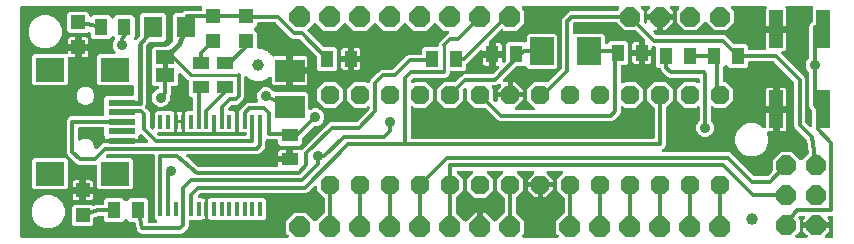
<source format=gbr>
G04 EAGLE Gerber RS-274X export*
G75*
%MOMM*%
%FSLAX34Y34*%
%LPD*%
%INTop Copper*%
%IPPOS*%
%AMOC8*
5,1,8,0,0,1.08239X$1,22.5*%
G01*
%ADD10P,1.732040X8X202.500000*%
%ADD11R,1.100000X1.400000*%
%ADD12R,1.200000X3.200000*%
%ADD13R,2.500000X1.950000*%
%ADD14R,1.200000X1.200000*%
%ADD15P,1.814519X8X292.500000*%
%ADD16P,1.924489X8X292.500000*%
%ADD17P,1.924489X8X112.500000*%
%ADD18P,1.814519X8X112.500000*%
%ADD19R,0.350000X1.200000*%
%ADD20R,1.400000X1.100000*%
%ADD21R,1.600000X1.800000*%
%ADD22R,2.400000X2.000000*%
%ADD23R,2.308000X0.500000*%
%ADD24R,2.000000X2.400000*%
%ADD25R,1.600200X1.168400*%
%ADD26C,1.000000*%
%ADD27C,0.254000*%
%ADD28C,0.906400*%
%ADD29C,0.304800*%
%ADD30C,0.406400*%

G36*
X230110Y4710D02*
X230110Y4710D01*
X230210Y4712D01*
X230282Y4730D01*
X230356Y4739D01*
X230451Y4772D01*
X230548Y4797D01*
X230614Y4831D01*
X230684Y4856D01*
X230769Y4911D01*
X230858Y4957D01*
X230915Y5005D01*
X230977Y5045D01*
X231047Y5117D01*
X231123Y5182D01*
X231167Y5242D01*
X231219Y5296D01*
X231271Y5382D01*
X231330Y5463D01*
X231360Y5531D01*
X231398Y5595D01*
X231429Y5691D01*
X231468Y5783D01*
X231482Y5856D01*
X231504Y5927D01*
X231512Y6027D01*
X231530Y6126D01*
X231526Y6200D01*
X231532Y6274D01*
X231517Y6374D01*
X231512Y6474D01*
X231492Y6545D01*
X231481Y6619D01*
X231444Y6712D01*
X231416Y6809D01*
X231379Y6874D01*
X231352Y6943D01*
X231295Y7025D01*
X231246Y7113D01*
X231180Y7189D01*
X231153Y7229D01*
X231126Y7253D01*
X231087Y7299D01*
X229361Y9025D01*
X229361Y18915D01*
X236355Y25909D01*
X246245Y25909D01*
X252923Y19231D01*
X252943Y19215D01*
X252960Y19195D01*
X253080Y19106D01*
X253196Y19014D01*
X253220Y19003D01*
X253241Y18988D01*
X253377Y18929D01*
X253511Y18865D01*
X253537Y18860D01*
X253561Y18850D01*
X253707Y18823D01*
X253852Y18792D01*
X253878Y18793D01*
X253904Y18788D01*
X254052Y18796D01*
X254200Y18798D01*
X254226Y18804D01*
X254252Y18806D01*
X254394Y18847D01*
X254538Y18883D01*
X254561Y18895D01*
X254587Y18902D01*
X254716Y18975D01*
X254848Y19043D01*
X254868Y19060D01*
X254891Y19073D01*
X255077Y19231D01*
X261681Y25835D01*
X261760Y25934D01*
X261844Y26028D01*
X261868Y26070D01*
X261898Y26108D01*
X261952Y26222D01*
X262013Y26333D01*
X262026Y26379D01*
X262047Y26423D01*
X262073Y26547D01*
X262108Y26668D01*
X262113Y26729D01*
X262120Y26764D01*
X262119Y26812D01*
X262127Y26912D01*
X262127Y37845D01*
X262113Y37971D01*
X262106Y38097D01*
X262093Y38143D01*
X262087Y38191D01*
X262045Y38310D01*
X262010Y38432D01*
X261986Y38474D01*
X261970Y38519D01*
X261901Y38626D01*
X261840Y38736D01*
X261800Y38782D01*
X261781Y38812D01*
X261746Y38846D01*
X261681Y38922D01*
X255650Y44953D01*
X255650Y47386D01*
X255649Y47397D01*
X255649Y47402D01*
X255645Y47429D01*
X255639Y47486D01*
X255637Y47586D01*
X255619Y47658D01*
X255610Y47732D01*
X255577Y47827D01*
X255552Y47924D01*
X255518Y47990D01*
X255493Y48060D01*
X255438Y48145D01*
X255392Y48234D01*
X255344Y48291D01*
X255304Y48353D01*
X255232Y48423D01*
X255167Y48499D01*
X255107Y48544D01*
X255053Y48595D01*
X254967Y48647D01*
X254886Y48707D01*
X254818Y48736D01*
X254754Y48774D01*
X254658Y48805D01*
X254566Y48845D01*
X254493Y48858D01*
X254422Y48880D01*
X254322Y48888D01*
X254223Y48906D01*
X254149Y48902D01*
X254075Y48908D01*
X253975Y48893D01*
X253875Y48888D01*
X253804Y48868D01*
X253730Y48857D01*
X253637Y48820D01*
X253540Y48792D01*
X253475Y48755D01*
X253406Y48728D01*
X253324Y48671D01*
X253236Y48622D01*
X253160Y48556D01*
X253120Y48529D01*
X253096Y48503D01*
X253050Y48463D01*
X247700Y43113D01*
X246020Y42417D01*
X157465Y42417D01*
X157340Y42403D01*
X157213Y42396D01*
X157167Y42383D01*
X157119Y42377D01*
X157000Y42335D01*
X156878Y42300D01*
X156836Y42276D01*
X156791Y42260D01*
X156685Y42191D01*
X156574Y42130D01*
X156528Y42090D01*
X156498Y42071D01*
X156464Y42036D01*
X156388Y41971D01*
X155106Y40689D01*
X155043Y40610D01*
X154974Y40538D01*
X154935Y40474D01*
X154889Y40416D01*
X154846Y40325D01*
X154795Y40239D01*
X154772Y40168D01*
X154740Y40101D01*
X154719Y40003D01*
X154689Y39907D01*
X154683Y39833D01*
X154667Y39760D01*
X154669Y39660D01*
X154661Y39560D01*
X154672Y39486D01*
X154673Y39412D01*
X154697Y39315D01*
X154712Y39215D01*
X154740Y39146D01*
X154758Y39074D01*
X154804Y38985D01*
X154841Y38891D01*
X154884Y38830D01*
X154918Y38764D01*
X154983Y38688D01*
X155040Y38605D01*
X155095Y38555D01*
X155143Y38499D01*
X155224Y38439D01*
X155299Y38372D01*
X155364Y38336D01*
X155424Y38291D01*
X155516Y38252D01*
X155604Y38203D01*
X155675Y38183D01*
X155744Y38153D01*
X155843Y38136D01*
X155939Y38108D01*
X156039Y38100D01*
X156087Y38092D01*
X156122Y38094D01*
X156183Y38089D01*
X158363Y38089D01*
X158438Y38014D01*
X158556Y37920D01*
X158672Y37822D01*
X158693Y37812D01*
X158711Y37797D01*
X158848Y37732D01*
X158982Y37664D01*
X159005Y37658D01*
X159026Y37648D01*
X159174Y37616D01*
X159320Y37580D01*
X159344Y37580D01*
X159367Y37575D01*
X159517Y37577D01*
X159669Y37575D01*
X159697Y37580D01*
X159715Y37581D01*
X159716Y37581D01*
X160327Y37581D01*
X160327Y29040D01*
X160327Y20499D01*
X159669Y20499D01*
X159611Y20510D01*
X159588Y20508D01*
X159565Y20512D01*
X159414Y20499D01*
X159263Y20492D01*
X159241Y20485D01*
X159217Y20483D01*
X159073Y20437D01*
X158928Y20395D01*
X158908Y20384D01*
X158885Y20376D01*
X158756Y20299D01*
X158624Y20225D01*
X158603Y20207D01*
X158587Y20197D01*
X158553Y20164D01*
X158438Y20066D01*
X158363Y19991D01*
X148336Y19991D01*
X148310Y19988D01*
X148284Y19990D01*
X148137Y19968D01*
X147990Y19951D01*
X147965Y19943D01*
X147939Y19939D01*
X147801Y19884D01*
X147662Y19834D01*
X147640Y19820D01*
X147615Y19810D01*
X147494Y19725D01*
X147369Y19645D01*
X147351Y19626D01*
X147329Y19611D01*
X147230Y19501D01*
X147127Y19394D01*
X147113Y19372D01*
X147096Y19352D01*
X147024Y19222D01*
X146948Y19095D01*
X146940Y19070D01*
X146927Y19047D01*
X146887Y18904D01*
X146842Y18763D01*
X146840Y18737D01*
X146832Y18712D01*
X146813Y18468D01*
X146813Y14330D01*
X146117Y12650D01*
X142290Y8823D01*
X140610Y8127D01*
X108540Y8127D01*
X108477Y8120D01*
X108412Y8122D01*
X108229Y8091D01*
X108194Y8087D01*
X108185Y8084D01*
X108171Y8082D01*
X108017Y8043D01*
X107563Y8111D01*
X107532Y8112D01*
X107339Y8127D01*
X106880Y8127D01*
X106733Y8188D01*
X106672Y8206D01*
X106613Y8232D01*
X106432Y8274D01*
X106398Y8284D01*
X106389Y8284D01*
X106375Y8288D01*
X106217Y8311D01*
X105824Y8547D01*
X105796Y8560D01*
X105623Y8648D01*
X105200Y8823D01*
X105087Y8936D01*
X105037Y8976D01*
X104993Y9023D01*
X104841Y9131D01*
X104814Y9153D01*
X104806Y9157D01*
X104794Y9165D01*
X104657Y9247D01*
X104384Y9615D01*
X104363Y9638D01*
X104238Y9786D01*
X103913Y10110D01*
X103853Y10257D01*
X103821Y10313D01*
X103798Y10373D01*
X103700Y10531D01*
X103683Y10561D01*
X103677Y10569D01*
X103669Y10581D01*
X103574Y10709D01*
X103463Y11153D01*
X103455Y11176D01*
X103453Y11189D01*
X103439Y11223D01*
X103393Y11367D01*
X103217Y11790D01*
X103217Y11950D01*
X103210Y12013D01*
X103212Y12078D01*
X103181Y12262D01*
X103177Y12296D01*
X103174Y12305D01*
X103172Y12319D01*
X102067Y16737D01*
X102062Y16751D01*
X102060Y16765D01*
X102001Y16913D01*
X101945Y17064D01*
X101937Y17076D01*
X101931Y17089D01*
X101840Y17220D01*
X101751Y17353D01*
X101740Y17363D01*
X101732Y17375D01*
X101614Y17481D01*
X101497Y17592D01*
X101484Y17599D01*
X101474Y17608D01*
X101334Y17686D01*
X101195Y17766D01*
X101181Y17770D01*
X101169Y17777D01*
X101014Y17820D01*
X100861Y17867D01*
X100847Y17868D01*
X100833Y17872D01*
X100589Y17891D01*
X97217Y17891D01*
X95057Y20051D01*
X95036Y20068D01*
X95020Y20088D01*
X94900Y20176D01*
X94784Y20268D01*
X94760Y20279D01*
X94739Y20295D01*
X94603Y20354D01*
X94469Y20417D01*
X94443Y20422D01*
X94419Y20433D01*
X94273Y20459D01*
X94128Y20490D01*
X94102Y20490D01*
X94076Y20494D01*
X93928Y20487D01*
X93780Y20484D01*
X93754Y20478D01*
X93728Y20477D01*
X93586Y20435D01*
X93442Y20399D01*
X93419Y20387D01*
X93393Y20380D01*
X93264Y20308D01*
X93132Y20240D01*
X93112Y20223D01*
X93089Y20210D01*
X92903Y20051D01*
X90743Y17891D01*
X77217Y17891D01*
X75431Y19677D01*
X75431Y21844D01*
X75428Y21870D01*
X75430Y21896D01*
X75408Y22043D01*
X75391Y22190D01*
X75383Y22215D01*
X75379Y22241D01*
X75324Y22379D01*
X75274Y22518D01*
X75260Y22540D01*
X75250Y22565D01*
X75165Y22686D01*
X75085Y22811D01*
X75066Y22829D01*
X75051Y22851D01*
X74941Y22950D01*
X74834Y23053D01*
X74812Y23067D01*
X74792Y23084D01*
X74662Y23156D01*
X74535Y23232D01*
X74510Y23240D01*
X74487Y23253D01*
X74344Y23293D01*
X74203Y23338D01*
X74177Y23340D01*
X74152Y23348D01*
X73908Y23367D01*
X70821Y23367D01*
X70704Y23354D01*
X70585Y23349D01*
X70515Y23332D01*
X70475Y23327D01*
X70432Y23312D01*
X70348Y23292D01*
X67249Y22279D01*
X67126Y22223D01*
X67001Y22173D01*
X66968Y22151D01*
X66932Y22134D01*
X66826Y22051D01*
X66715Y21974D01*
X66688Y21945D01*
X66657Y21920D01*
X66572Y21816D01*
X66482Y21716D01*
X66462Y21681D01*
X66437Y21650D01*
X66378Y21529D01*
X66313Y21411D01*
X66302Y21372D01*
X66285Y21336D01*
X66255Y21205D01*
X66218Y21075D01*
X66214Y21026D01*
X66208Y20996D01*
X66208Y20947D01*
X66199Y20831D01*
X66199Y16527D01*
X64413Y14741D01*
X49887Y14741D01*
X48101Y16527D01*
X48101Y31053D01*
X49887Y32839D01*
X64413Y32839D01*
X65157Y32095D01*
X65171Y32083D01*
X65182Y32070D01*
X65307Y31975D01*
X65430Y31878D01*
X65446Y31870D01*
X65460Y31859D01*
X65604Y31796D01*
X65745Y31729D01*
X65763Y31725D01*
X65779Y31718D01*
X65933Y31689D01*
X66086Y31656D01*
X66104Y31656D01*
X66121Y31653D01*
X66278Y31659D01*
X66434Y31662D01*
X66452Y31666D01*
X66469Y31667D01*
X66707Y31724D01*
X68207Y32214D01*
X68245Y32231D01*
X68317Y32254D01*
X68964Y32522D01*
X68996Y32526D01*
X69115Y32531D01*
X69185Y32548D01*
X69225Y32553D01*
X69268Y32568D01*
X69278Y32570D01*
X69967Y32517D01*
X70009Y32519D01*
X70084Y32513D01*
X73908Y32513D01*
X73934Y32516D01*
X73960Y32514D01*
X74107Y32536D01*
X74254Y32553D01*
X74279Y32561D01*
X74305Y32565D01*
X74443Y32620D01*
X74582Y32670D01*
X74604Y32684D01*
X74629Y32694D01*
X74750Y32779D01*
X74875Y32859D01*
X74893Y32878D01*
X74915Y32893D01*
X75014Y33003D01*
X75117Y33110D01*
X75131Y33132D01*
X75148Y33152D01*
X75220Y33282D01*
X75296Y33409D01*
X75304Y33434D01*
X75317Y33457D01*
X75357Y33600D01*
X75402Y33741D01*
X75404Y33767D01*
X75412Y33792D01*
X75431Y34036D01*
X75431Y36203D01*
X77217Y37989D01*
X90743Y37989D01*
X92903Y35829D01*
X92923Y35812D01*
X92940Y35792D01*
X93060Y35704D01*
X93176Y35612D01*
X93200Y35601D01*
X93221Y35585D01*
X93357Y35526D01*
X93491Y35463D01*
X93517Y35458D01*
X93541Y35447D01*
X93687Y35421D01*
X93832Y35390D01*
X93858Y35390D01*
X93884Y35386D01*
X94032Y35393D01*
X94180Y35396D01*
X94206Y35402D01*
X94232Y35403D01*
X94374Y35445D01*
X94518Y35481D01*
X94541Y35493D01*
X94567Y35500D01*
X94696Y35573D01*
X94828Y35640D01*
X94848Y35657D01*
X94871Y35670D01*
X95057Y35829D01*
X97217Y37989D01*
X110743Y37989D01*
X112529Y36203D01*
X112529Y19626D01*
X112508Y19600D01*
X112465Y19509D01*
X112414Y19423D01*
X112391Y19352D01*
X112359Y19285D01*
X112338Y19187D01*
X112307Y19091D01*
X112301Y19017D01*
X112286Y18944D01*
X112287Y18844D01*
X112279Y18744D01*
X112290Y18670D01*
X112292Y18596D01*
X112316Y18498D01*
X112331Y18399D01*
X112359Y18330D01*
X112377Y18258D01*
X112423Y18169D01*
X112460Y18075D01*
X112502Y18014D01*
X112536Y17948D01*
X112601Y17871D01*
X112659Y17789D01*
X112714Y17739D01*
X112762Y17683D01*
X112843Y17623D01*
X112918Y17556D01*
X112983Y17520D01*
X113042Y17476D01*
X113135Y17436D01*
X113223Y17387D01*
X113294Y17367D01*
X113362Y17337D01*
X113461Y17320D01*
X113558Y17292D01*
X113658Y17284D01*
X113705Y17276D01*
X113741Y17278D01*
X113802Y17273D01*
X118878Y17273D01*
X118978Y17284D01*
X119078Y17286D01*
X119151Y17304D01*
X119224Y17313D01*
X119319Y17346D01*
X119416Y17371D01*
X119483Y17405D01*
X119553Y17430D01*
X119637Y17485D01*
X119726Y17531D01*
X119783Y17579D01*
X119845Y17619D01*
X119915Y17691D01*
X119992Y17756D01*
X120036Y17816D01*
X120088Y17870D01*
X120139Y17956D01*
X120199Y18037D01*
X120228Y18105D01*
X120266Y18169D01*
X120297Y18265D01*
X120337Y18357D01*
X120350Y18430D01*
X120373Y18501D01*
X120381Y18601D01*
X120398Y18700D01*
X120395Y18774D01*
X120401Y18848D01*
X120386Y18948D01*
X120381Y19048D01*
X120360Y19119D01*
X120349Y19193D01*
X120312Y19286D01*
X120284Y19383D01*
X120248Y19448D01*
X120220Y19517D01*
X120163Y19599D01*
X120114Y19687D01*
X120049Y19763D01*
X120021Y19803D01*
X119995Y19827D01*
X119955Y19873D01*
X118051Y21777D01*
X118051Y36363D01*
X118102Y36470D01*
X118163Y36581D01*
X118176Y36627D01*
X118197Y36671D01*
X118223Y36794D01*
X118258Y36916D01*
X118263Y36977D01*
X118270Y37011D01*
X118269Y37060D01*
X118277Y37160D01*
X118277Y73914D01*
X118274Y73940D01*
X118276Y73966D01*
X118254Y74113D01*
X118237Y74260D01*
X118229Y74285D01*
X118225Y74311D01*
X118170Y74449D01*
X118120Y74588D01*
X118106Y74610D01*
X118096Y74635D01*
X118011Y74756D01*
X117931Y74881D01*
X117912Y74899D01*
X117897Y74921D01*
X117787Y75020D01*
X117680Y75123D01*
X117658Y75137D01*
X117638Y75154D01*
X117508Y75226D01*
X117381Y75302D01*
X117356Y75310D01*
X117333Y75323D01*
X117190Y75363D01*
X117049Y75408D01*
X117023Y75410D01*
X116998Y75418D01*
X116754Y75437D01*
X78725Y75437D01*
X78600Y75423D01*
X78473Y75416D01*
X78427Y75403D01*
X78379Y75397D01*
X78260Y75355D01*
X78138Y75320D01*
X78096Y75296D01*
X78051Y75280D01*
X77944Y75211D01*
X77834Y75150D01*
X77788Y75110D01*
X77758Y75091D01*
X77724Y75056D01*
X77648Y74991D01*
X77176Y74519D01*
X77114Y74441D01*
X77044Y74368D01*
X77005Y74304D01*
X76959Y74246D01*
X76916Y74155D01*
X76865Y74069D01*
X76842Y73998D01*
X76810Y73931D01*
X76789Y73833D01*
X76759Y73737D01*
X76753Y73663D01*
X76737Y73590D01*
X76739Y73490D01*
X76731Y73390D01*
X76742Y73316D01*
X76743Y73242D01*
X76767Y73144D01*
X76782Y73045D01*
X76810Y72976D01*
X76828Y72904D01*
X76874Y72815D01*
X76911Y72721D01*
X76953Y72660D01*
X76988Y72594D01*
X77053Y72518D01*
X77110Y72435D01*
X77165Y72385D01*
X77213Y72329D01*
X77294Y72269D01*
X77369Y72202D01*
X77434Y72166D01*
X77494Y72121D01*
X77586Y72082D01*
X77674Y72033D01*
X77745Y72013D01*
X77814Y71983D01*
X77912Y71966D01*
X78009Y71938D01*
X78109Y71930D01*
X78157Y71922D01*
X78192Y71924D01*
X78253Y71919D01*
X97793Y71919D01*
X99579Y70133D01*
X99579Y47607D01*
X97793Y45821D01*
X71267Y45821D01*
X69481Y47607D01*
X69481Y65024D01*
X69478Y65050D01*
X69480Y65076D01*
X69458Y65223D01*
X69441Y65370D01*
X69433Y65395D01*
X69429Y65421D01*
X69374Y65559D01*
X69324Y65698D01*
X69310Y65720D01*
X69300Y65745D01*
X69215Y65866D01*
X69135Y65991D01*
X69116Y66009D01*
X69101Y66031D01*
X68991Y66130D01*
X68884Y66233D01*
X68862Y66247D01*
X68842Y66264D01*
X68712Y66336D01*
X68585Y66412D01*
X68560Y66420D01*
X68537Y66433D01*
X68394Y66473D01*
X68253Y66518D01*
X68227Y66520D01*
X68202Y66528D01*
X67958Y66547D01*
X53700Y66547D01*
X52020Y67243D01*
X44383Y74880D01*
X43687Y76560D01*
X43687Y103780D01*
X44383Y105460D01*
X45670Y106747D01*
X47350Y107443D01*
X74058Y107443D01*
X74084Y107446D01*
X74110Y107444D01*
X74257Y107466D01*
X74404Y107483D01*
X74429Y107491D01*
X74455Y107495D01*
X74593Y107550D01*
X74732Y107600D01*
X74754Y107614D01*
X74779Y107624D01*
X74900Y107709D01*
X75025Y107789D01*
X75043Y107808D01*
X75065Y107823D01*
X75164Y107933D01*
X75267Y108040D01*
X75281Y108062D01*
X75298Y108082D01*
X75370Y108212D01*
X75446Y108339D01*
X75454Y108364D01*
X75467Y108387D01*
X75507Y108530D01*
X75552Y108671D01*
X75554Y108697D01*
X75562Y108722D01*
X75581Y108966D01*
X75581Y122633D01*
X77367Y124419D01*
X98806Y124419D01*
X98832Y124422D01*
X98858Y124420D01*
X99005Y124442D01*
X99152Y124459D01*
X99177Y124467D01*
X99203Y124471D01*
X99341Y124526D01*
X99480Y124576D01*
X99502Y124590D01*
X99527Y124600D01*
X99648Y124685D01*
X99773Y124765D01*
X99791Y124784D01*
X99813Y124799D01*
X99912Y124909D01*
X100015Y125016D01*
X100029Y125038D01*
X100046Y125058D01*
X100118Y125188D01*
X100194Y125315D01*
X100202Y125340D01*
X100215Y125363D01*
X100255Y125506D01*
X100300Y125647D01*
X100302Y125673D01*
X100310Y125698D01*
X100329Y125942D01*
X100329Y132680D01*
X100328Y132695D01*
X100328Y132704D01*
X100321Y132756D01*
X100318Y132780D01*
X100316Y132880D01*
X100298Y132953D01*
X100289Y133026D01*
X100256Y133121D01*
X100231Y133218D01*
X100197Y133285D01*
X100172Y133355D01*
X100117Y133439D01*
X100071Y133528D01*
X100023Y133585D01*
X99983Y133647D01*
X99911Y133717D01*
X99846Y133794D01*
X99786Y133838D01*
X99732Y133890D01*
X99646Y133941D01*
X99565Y134001D01*
X99497Y134030D01*
X99433Y134068D01*
X99338Y134099D01*
X99245Y134139D01*
X99172Y134152D01*
X99101Y134175D01*
X99001Y134183D01*
X98902Y134200D01*
X98828Y134197D01*
X98754Y134203D01*
X98655Y134188D01*
X98554Y134183D01*
X98483Y134162D01*
X98409Y134151D01*
X98316Y134114D01*
X98219Y134086D01*
X98154Y134050D01*
X98085Y134022D01*
X98003Y133965D01*
X97915Y133916D01*
X97839Y133851D01*
X97799Y133823D01*
X97797Y133821D01*
X71267Y133821D01*
X69481Y135607D01*
X69481Y158133D01*
X71267Y159919D01*
X83493Y159919D01*
X83593Y159930D01*
X83693Y159932D01*
X83765Y159950D01*
X83839Y159959D01*
X83934Y159993D01*
X84031Y160017D01*
X84097Y160051D01*
X84167Y160076D01*
X84252Y160131D01*
X84341Y160177D01*
X84398Y160225D01*
X84460Y160265D01*
X84530Y160337D01*
X84606Y160402D01*
X84651Y160462D01*
X84702Y160516D01*
X84754Y160602D01*
X84814Y160683D01*
X84843Y160751D01*
X84881Y160815D01*
X84912Y160911D01*
X84952Y161003D01*
X84965Y161076D01*
X84987Y161147D01*
X84996Y161247D01*
X85013Y161346D01*
X85009Y161420D01*
X85015Y161494D01*
X85001Y161594D01*
X84995Y161694D01*
X84975Y161765D01*
X84964Y161839D01*
X84927Y161932D01*
X84899Y162029D01*
X84863Y162094D01*
X84835Y162163D01*
X84778Y162245D01*
X84729Y162333D01*
X84663Y162409D01*
X84636Y162449D01*
X84610Y162473D01*
X84570Y162519D01*
X83743Y163346D01*
X82589Y166132D01*
X82589Y169148D01*
X83743Y171934D01*
X84137Y172327D01*
X84153Y172348D01*
X84173Y172365D01*
X84261Y172484D01*
X84353Y172600D01*
X84365Y172624D01*
X84380Y172645D01*
X84439Y172781D01*
X84502Y172916D01*
X84508Y172941D01*
X84518Y172965D01*
X84544Y173111D01*
X84576Y173256D01*
X84575Y173282D01*
X84580Y173308D01*
X84572Y173457D01*
X84570Y173605D01*
X84563Y173630D01*
X84562Y173656D01*
X84521Y173799D01*
X84485Y173943D01*
X84473Y173966D01*
X84465Y173991D01*
X84393Y174120D01*
X84325Y174253D01*
X84308Y174273D01*
X84295Y174295D01*
X84137Y174482D01*
X83627Y174991D01*
X83607Y175008D01*
X83590Y175028D01*
X83470Y175116D01*
X83354Y175208D01*
X83330Y175219D01*
X83309Y175235D01*
X83173Y175293D01*
X83039Y175357D01*
X83013Y175362D01*
X82989Y175373D01*
X82843Y175399D01*
X82698Y175430D01*
X82672Y175430D01*
X82646Y175434D01*
X82498Y175427D01*
X82350Y175424D01*
X82324Y175418D01*
X82298Y175417D01*
X82156Y175375D01*
X82012Y175339D01*
X81989Y175327D01*
X81963Y175320D01*
X81834Y175247D01*
X81702Y175180D01*
X81682Y175163D01*
X81659Y175150D01*
X81473Y174991D01*
X79313Y172831D01*
X65787Y172831D01*
X64300Y174319D01*
X64202Y174396D01*
X64109Y174480D01*
X64066Y174504D01*
X64027Y174535D01*
X63998Y174549D01*
X63996Y174579D01*
X64001Y174639D01*
X64001Y177702D01*
X63990Y177802D01*
X63988Y177902D01*
X63970Y177975D01*
X63961Y178048D01*
X63927Y178143D01*
X63903Y178240D01*
X63869Y178306D01*
X63844Y178377D01*
X63789Y178461D01*
X63743Y178550D01*
X63695Y178607D01*
X63655Y178669D01*
X63583Y178739D01*
X63518Y178816D01*
X63458Y178860D01*
X63404Y178912D01*
X63318Y178963D01*
X63237Y179023D01*
X63169Y179052D01*
X63105Y179090D01*
X63009Y179121D01*
X62917Y179161D01*
X62844Y179174D01*
X62773Y179197D01*
X62673Y179205D01*
X62574Y179222D01*
X62500Y179219D01*
X62426Y179225D01*
X62326Y179210D01*
X62226Y179205D01*
X62155Y179184D01*
X62081Y179173D01*
X61988Y179136D01*
X61891Y179108D01*
X61826Y179072D01*
X61757Y179044D01*
X61675Y178987D01*
X61587Y178938D01*
X61511Y178873D01*
X61471Y178845D01*
X61447Y178819D01*
X61401Y178779D01*
X60603Y177981D01*
X46077Y177981D01*
X44291Y179767D01*
X44291Y194293D01*
X46077Y196079D01*
X60603Y196079D01*
X62389Y194293D01*
X62389Y193208D01*
X62400Y193108D01*
X62402Y193008D01*
X62420Y192935D01*
X62429Y192862D01*
X62463Y192767D01*
X62487Y192670D01*
X62521Y192604D01*
X62546Y192533D01*
X62601Y192449D01*
X62647Y192360D01*
X62695Y192303D01*
X62735Y192241D01*
X62807Y192171D01*
X62872Y192094D01*
X62932Y192050D01*
X62986Y191998D01*
X63072Y191947D01*
X63153Y191887D01*
X63221Y191858D01*
X63285Y191820D01*
X63381Y191789D01*
X63473Y191749D01*
X63546Y191736D01*
X63617Y191713D01*
X63717Y191705D01*
X63816Y191688D01*
X63890Y191691D01*
X63964Y191685D01*
X64064Y191700D01*
X64164Y191705D01*
X64235Y191726D01*
X64309Y191737D01*
X64402Y191774D01*
X64499Y191802D01*
X64564Y191838D01*
X64633Y191866D01*
X64715Y191923D01*
X64803Y191972D01*
X64879Y192037D01*
X64919Y192065D01*
X64943Y192091D01*
X64989Y192131D01*
X65787Y192929D01*
X79313Y192929D01*
X81473Y190769D01*
X81494Y190752D01*
X81510Y190732D01*
X81630Y190644D01*
X81746Y190552D01*
X81770Y190541D01*
X81791Y190525D01*
X81927Y190466D01*
X82061Y190403D01*
X82087Y190398D01*
X82111Y190387D01*
X82257Y190361D01*
X82402Y190330D01*
X82428Y190330D01*
X82454Y190326D01*
X82602Y190333D01*
X82750Y190336D01*
X82776Y190342D01*
X82802Y190343D01*
X82944Y190385D01*
X83088Y190421D01*
X83111Y190433D01*
X83137Y190440D01*
X83266Y190512D01*
X83398Y190580D01*
X83418Y190597D01*
X83441Y190610D01*
X83627Y190769D01*
X85787Y192929D01*
X99313Y192929D01*
X101099Y191143D01*
X101099Y174617D01*
X100942Y174461D01*
X100911Y174421D01*
X100874Y174387D01*
X100803Y174285D01*
X100726Y174188D01*
X100704Y174142D01*
X100676Y174101D01*
X100630Y173985D01*
X100577Y173873D01*
X100566Y173823D01*
X100548Y173776D01*
X100530Y173653D01*
X100503Y173532D01*
X100504Y173482D01*
X100497Y173432D01*
X100507Y173308D01*
X100509Y173183D01*
X100522Y173135D01*
X100526Y173084D01*
X100564Y172966D01*
X100594Y172845D01*
X100618Y172801D01*
X100633Y172753D01*
X100697Y172646D01*
X100754Y172536D01*
X100787Y172497D01*
X100813Y172454D01*
X100899Y172365D01*
X100980Y172270D01*
X101020Y172240D01*
X101056Y172204D01*
X101160Y172137D01*
X101260Y172063D01*
X101306Y172043D01*
X101349Y172016D01*
X101466Y171974D01*
X101580Y171925D01*
X101630Y171916D01*
X101677Y171899D01*
X101801Y171885D01*
X101923Y171863D01*
X101974Y171866D01*
X102024Y171860D01*
X102147Y171875D01*
X102271Y171881D01*
X102320Y171895D01*
X102370Y171901D01*
X102602Y171976D01*
X102972Y172129D01*
X103034Y172164D01*
X103100Y172190D01*
X103186Y172248D01*
X103276Y172299D01*
X103329Y172347D01*
X103388Y172387D01*
X103502Y172504D01*
X103534Y172533D01*
X103543Y172545D01*
X103559Y172561D01*
X105408Y174781D01*
X105440Y174829D01*
X105478Y174872D01*
X105535Y174974D01*
X105599Y175072D01*
X105619Y175126D01*
X105647Y175177D01*
X105679Y175290D01*
X105719Y175399D01*
X105726Y175457D01*
X105742Y175512D01*
X105759Y175726D01*
X105761Y175745D01*
X105761Y175750D01*
X105761Y175756D01*
X105761Y193143D01*
X107547Y194929D01*
X126073Y194929D01*
X127859Y193143D01*
X127859Y172617D01*
X126073Y170831D01*
X114735Y170831D01*
X114714Y170829D01*
X114693Y170831D01*
X114541Y170809D01*
X114389Y170791D01*
X114369Y170784D01*
X114348Y170781D01*
X114206Y170726D01*
X114061Y170674D01*
X114043Y170662D01*
X114024Y170655D01*
X113897Y170568D01*
X113768Y170485D01*
X113753Y170470D01*
X113736Y170458D01*
X113565Y170283D01*
X110844Y167018D01*
X110812Y166970D01*
X110774Y166927D01*
X110717Y166824D01*
X110653Y166726D01*
X110633Y166672D01*
X110605Y166622D01*
X110573Y166509D01*
X110533Y166399D01*
X110526Y166342D01*
X110510Y166286D01*
X110493Y166072D01*
X110491Y166053D01*
X110491Y166049D01*
X110491Y166043D01*
X110491Y117859D01*
X109872Y116365D01*
X109851Y116292D01*
X109820Y116221D01*
X109803Y116124D01*
X109776Y116030D01*
X109772Y115953D01*
X109759Y115878D01*
X109764Y115780D01*
X109759Y115682D01*
X109773Y115607D01*
X109777Y115530D01*
X109804Y115436D01*
X109822Y115339D01*
X109852Y115269D01*
X109873Y115195D01*
X109921Y115109D01*
X109960Y115019D01*
X110006Y114958D01*
X110043Y114891D01*
X110140Y114777D01*
X110168Y114740D01*
X110183Y114727D01*
X110202Y114705D01*
X110771Y114136D01*
X113097Y111810D01*
X113793Y110130D01*
X113793Y99045D01*
X113807Y98920D01*
X113814Y98793D01*
X113827Y98747D01*
X113833Y98699D01*
X113875Y98580D01*
X113910Y98458D01*
X113934Y98416D01*
X113950Y98371D01*
X114019Y98265D01*
X114080Y98154D01*
X114120Y98108D01*
X114139Y98078D01*
X114174Y98044D01*
X114239Y97968D01*
X115451Y96756D01*
X115530Y96693D01*
X115602Y96624D01*
X115666Y96585D01*
X115724Y96539D01*
X115815Y96496D01*
X115901Y96445D01*
X115972Y96422D01*
X116039Y96390D01*
X116137Y96369D01*
X116233Y96339D01*
X116307Y96333D01*
X116380Y96317D01*
X116480Y96319D01*
X116580Y96311D01*
X116654Y96322D01*
X116728Y96323D01*
X116825Y96347D01*
X116925Y96362D01*
X116994Y96390D01*
X117066Y96408D01*
X117155Y96454D01*
X117249Y96491D01*
X117310Y96534D01*
X117376Y96568D01*
X117452Y96633D01*
X117535Y96690D01*
X117585Y96745D01*
X117641Y96793D01*
X117701Y96874D01*
X117768Y96949D01*
X117804Y97014D01*
X117849Y97074D01*
X117888Y97166D01*
X117937Y97254D01*
X117957Y97325D01*
X117987Y97394D01*
X118004Y97493D01*
X118032Y97589D01*
X118040Y97689D01*
X118048Y97737D01*
X118046Y97772D01*
X118051Y97833D01*
X118051Y110303D01*
X119837Y112089D01*
X132363Y112089D01*
X132438Y112014D01*
X132556Y111920D01*
X132672Y111822D01*
X132693Y111812D01*
X132711Y111797D01*
X132848Y111732D01*
X132982Y111664D01*
X133005Y111658D01*
X133026Y111648D01*
X133174Y111616D01*
X133320Y111580D01*
X133344Y111580D01*
X133367Y111575D01*
X133517Y111577D01*
X133669Y111575D01*
X133697Y111580D01*
X133715Y111581D01*
X133716Y111581D01*
X134327Y111581D01*
X134327Y103040D01*
X134327Y94499D01*
X133669Y94499D01*
X133611Y94510D01*
X133588Y94508D01*
X133565Y94512D01*
X133414Y94499D01*
X133263Y94492D01*
X133241Y94485D01*
X133217Y94483D01*
X133073Y94437D01*
X132928Y94395D01*
X132908Y94384D01*
X132885Y94376D01*
X132756Y94299D01*
X132624Y94225D01*
X132603Y94207D01*
X132587Y94197D01*
X132553Y94164D01*
X132438Y94066D01*
X132363Y93991D01*
X121893Y93991D01*
X121792Y93980D01*
X121691Y93978D01*
X121620Y93960D01*
X121547Y93951D01*
X121451Y93917D01*
X121353Y93892D01*
X121288Y93859D01*
X121219Y93834D01*
X121133Y93779D01*
X121043Y93732D01*
X120988Y93685D01*
X120926Y93645D01*
X120855Y93572D01*
X120778Y93506D01*
X120735Y93447D01*
X120684Y93394D01*
X120632Y93307D01*
X120571Y93226D01*
X120543Y93158D01*
X120505Y93095D01*
X120474Y92999D01*
X120434Y92905D01*
X120421Y92833D01*
X120399Y92763D01*
X120390Y92662D01*
X120373Y92562D01*
X120377Y92489D01*
X120371Y92416D01*
X120386Y92316D01*
X120391Y92214D01*
X120411Y92144D01*
X120422Y92071D01*
X120460Y91977D01*
X120488Y91880D01*
X120524Y91816D01*
X120551Y91747D01*
X120609Y91664D01*
X120659Y91576D01*
X120723Y91500D01*
X120750Y91461D01*
X120760Y91452D01*
X120762Y91449D01*
X120781Y91432D01*
X120817Y91390D01*
X120829Y91377D01*
X120928Y91300D01*
X121021Y91216D01*
X121064Y91192D01*
X121103Y91161D01*
X121216Y91108D01*
X121326Y91047D01*
X121373Y91034D01*
X121418Y91013D01*
X121540Y90986D01*
X121661Y90952D01*
X121723Y90947D01*
X121759Y90940D01*
X121807Y90941D01*
X121905Y90933D01*
X194754Y90933D01*
X194780Y90936D01*
X194806Y90934D01*
X194953Y90956D01*
X195100Y90973D01*
X195125Y90981D01*
X195151Y90985D01*
X195289Y91040D01*
X195428Y91090D01*
X195450Y91104D01*
X195475Y91114D01*
X195596Y91199D01*
X195721Y91279D01*
X195739Y91298D01*
X195761Y91313D01*
X195860Y91423D01*
X195963Y91530D01*
X195977Y91552D01*
X195994Y91572D01*
X196066Y91702D01*
X196142Y91829D01*
X196150Y91854D01*
X196163Y91877D01*
X196203Y92020D01*
X196248Y92161D01*
X196250Y92187D01*
X196258Y92212D01*
X196277Y92456D01*
X196277Y92468D01*
X196275Y92489D01*
X196276Y92508D01*
X196276Y92512D01*
X196276Y92520D01*
X196254Y92667D01*
X196237Y92814D01*
X196229Y92839D01*
X196225Y92865D01*
X196170Y93003D01*
X196120Y93142D01*
X196106Y93164D01*
X196096Y93189D01*
X196011Y93310D01*
X195931Y93435D01*
X195912Y93453D01*
X195897Y93475D01*
X195787Y93574D01*
X195680Y93677D01*
X195658Y93691D01*
X195638Y93708D01*
X195508Y93780D01*
X195381Y93856D01*
X195356Y93864D01*
X195333Y93877D01*
X195190Y93917D01*
X195049Y93962D01*
X195023Y93964D01*
X194998Y93972D01*
X194754Y93991D01*
X191337Y93991D01*
X191262Y94066D01*
X191143Y94160D01*
X191028Y94258D01*
X191007Y94269D01*
X190989Y94283D01*
X190852Y94348D01*
X190717Y94417D01*
X190695Y94422D01*
X190674Y94432D01*
X190526Y94464D01*
X190379Y94500D01*
X190356Y94501D01*
X190333Y94505D01*
X190182Y94503D01*
X190030Y94505D01*
X190003Y94500D01*
X189985Y94499D01*
X189984Y94499D01*
X189373Y94499D01*
X189373Y103040D01*
X189373Y111704D01*
X189376Y111705D01*
X189469Y111738D01*
X189533Y111780D01*
X189602Y111812D01*
X189679Y111874D01*
X189762Y111927D01*
X189815Y111982D01*
X189874Y112030D01*
X189935Y112107D01*
X190004Y112178D01*
X190043Y112243D01*
X190090Y112303D01*
X190159Y112437D01*
X190183Y112477D01*
X190188Y112495D01*
X190202Y112521D01*
X190433Y113080D01*
X195690Y118337D01*
X197370Y119033D01*
X203853Y119033D01*
X204002Y119050D01*
X204152Y119062D01*
X204175Y119070D01*
X204199Y119073D01*
X204341Y119123D01*
X204484Y119169D01*
X204505Y119182D01*
X204527Y119190D01*
X204654Y119272D01*
X204782Y119349D01*
X204800Y119366D01*
X204820Y119379D01*
X204925Y119488D01*
X205032Y119592D01*
X205045Y119612D01*
X205062Y119630D01*
X205140Y119759D01*
X205221Y119885D01*
X205229Y119908D01*
X205241Y119929D01*
X205287Y120072D01*
X205337Y120214D01*
X205340Y120238D01*
X205347Y120261D01*
X205359Y120410D01*
X205376Y120560D01*
X205373Y120584D01*
X205375Y120608D01*
X205353Y120757D01*
X205335Y120906D01*
X205327Y120934D01*
X205324Y120953D01*
X205306Y120997D01*
X205260Y121139D01*
X204509Y122952D01*
X204509Y125968D01*
X205663Y128754D01*
X207796Y130887D01*
X210582Y132041D01*
X213598Y132041D01*
X216384Y130887D01*
X218466Y128805D01*
X218565Y128726D01*
X218659Y128642D01*
X218701Y128618D01*
X218739Y128588D01*
X218853Y128534D01*
X218964Y128473D01*
X219010Y128460D01*
X219054Y128439D01*
X219177Y128413D01*
X219299Y128378D01*
X219360Y128373D01*
X219395Y128366D01*
X219443Y128367D01*
X219543Y128359D01*
X246173Y128359D01*
X247959Y126573D01*
X247959Y114663D01*
X247976Y114514D01*
X247988Y114363D01*
X247996Y114340D01*
X247999Y114316D01*
X248049Y114175D01*
X248095Y114032D01*
X248108Y114011D01*
X248116Y113988D01*
X248198Y113862D01*
X248275Y113733D01*
X248292Y113716D01*
X248305Y113696D01*
X248413Y113591D01*
X248518Y113483D01*
X248538Y113470D01*
X248556Y113453D01*
X248685Y113376D01*
X248811Y113295D01*
X248834Y113287D01*
X248855Y113274D01*
X248998Y113229D01*
X249140Y113178D01*
X249164Y113176D01*
X249187Y113168D01*
X249336Y113156D01*
X249486Y113139D01*
X249510Y113142D01*
X249534Y113140D01*
X249683Y113163D01*
X249832Y113180D01*
X249860Y113189D01*
X249879Y113192D01*
X249923Y113210D01*
X250065Y113255D01*
X252492Y114261D01*
X255508Y114261D01*
X258294Y113107D01*
X260427Y110974D01*
X261581Y108188D01*
X261581Y105172D01*
X260427Y102386D01*
X258294Y100253D01*
X255508Y99099D01*
X253517Y99099D01*
X253391Y99085D01*
X253265Y99078D01*
X253219Y99065D01*
X253171Y99059D01*
X253052Y99017D01*
X252930Y98982D01*
X252888Y98958D01*
X252843Y98942D01*
X252736Y98873D01*
X252626Y98812D01*
X252580Y98772D01*
X252550Y98753D01*
X252516Y98718D01*
X252440Y98653D01*
X242905Y89118D01*
X242826Y89019D01*
X242742Y88925D01*
X242718Y88883D01*
X242688Y88845D01*
X242634Y88731D01*
X242573Y88620D01*
X242560Y88574D01*
X242539Y88530D01*
X242513Y88407D01*
X242478Y88285D01*
X242473Y88224D01*
X242466Y88189D01*
X242467Y88141D01*
X242459Y88041D01*
X242459Y84517D01*
X240673Y82731D01*
X224147Y82731D01*
X222361Y84517D01*
X222361Y86614D01*
X222358Y86640D01*
X222360Y86666D01*
X222338Y86813D01*
X222321Y86960D01*
X222313Y86985D01*
X222309Y87011D01*
X222254Y87149D01*
X222204Y87288D01*
X222190Y87310D01*
X222180Y87335D01*
X222095Y87456D01*
X222015Y87581D01*
X221996Y87599D01*
X221981Y87621D01*
X221871Y87720D01*
X221764Y87823D01*
X221742Y87837D01*
X221722Y87854D01*
X221592Y87926D01*
X221465Y88002D01*
X221440Y88010D01*
X221417Y88023D01*
X221274Y88063D01*
X221133Y88108D01*
X221107Y88110D01*
X221082Y88118D01*
X220838Y88137D01*
X213446Y88137D01*
X213420Y88134D01*
X213394Y88136D01*
X213247Y88114D01*
X213100Y88097D01*
X213075Y88089D01*
X213049Y88085D01*
X212911Y88030D01*
X212772Y87980D01*
X212750Y87966D01*
X212725Y87956D01*
X212604Y87871D01*
X212479Y87791D01*
X212461Y87772D01*
X212439Y87757D01*
X212340Y87647D01*
X212237Y87540D01*
X212223Y87518D01*
X212206Y87498D01*
X212134Y87368D01*
X212058Y87241D01*
X212050Y87216D01*
X212037Y87193D01*
X211997Y87050D01*
X211952Y86909D01*
X211950Y86883D01*
X211942Y86858D01*
X211923Y86614D01*
X211923Y81980D01*
X211227Y80300D01*
X207060Y76133D01*
X205380Y75437D01*
X146297Y75437D01*
X146135Y75419D01*
X145972Y75402D01*
X145962Y75399D01*
X145951Y75397D01*
X145797Y75342D01*
X145643Y75289D01*
X145633Y75284D01*
X145623Y75280D01*
X145486Y75191D01*
X145347Y75105D01*
X145339Y75097D01*
X145330Y75091D01*
X145217Y74974D01*
X145101Y74858D01*
X145095Y74848D01*
X145088Y74840D01*
X145004Y74701D01*
X144918Y74561D01*
X144915Y74550D01*
X144909Y74541D01*
X144859Y74386D01*
X144807Y74231D01*
X144806Y74220D01*
X144803Y74209D01*
X144790Y74046D01*
X144774Y73884D01*
X144776Y73873D01*
X144775Y73862D01*
X144799Y73700D01*
X144821Y73538D01*
X144825Y73528D01*
X144826Y73517D01*
X144887Y73365D01*
X144945Y73213D01*
X144951Y73204D01*
X144955Y73193D01*
X145048Y73059D01*
X145140Y72924D01*
X145149Y72914D01*
X145154Y72907D01*
X145178Y72885D01*
X145313Y72751D01*
X154919Y64623D01*
X154972Y64588D01*
X155019Y64546D01*
X155116Y64492D01*
X155209Y64430D01*
X155268Y64408D01*
X155324Y64377D01*
X155431Y64347D01*
X155536Y64308D01*
X155598Y64300D01*
X155659Y64282D01*
X155849Y64267D01*
X155881Y64263D01*
X155890Y64264D01*
X155903Y64263D01*
X221346Y64263D01*
X221372Y64266D01*
X221398Y64264D01*
X221545Y64286D01*
X221692Y64303D01*
X221717Y64311D01*
X221743Y64315D01*
X221881Y64370D01*
X222020Y64420D01*
X222042Y64434D01*
X222067Y64444D01*
X222188Y64529D01*
X222313Y64609D01*
X222331Y64628D01*
X222353Y64643D01*
X222452Y64753D01*
X222555Y64860D01*
X222569Y64882D01*
X222586Y64902D01*
X222658Y65032D01*
X222734Y65159D01*
X222742Y65184D01*
X222755Y65207D01*
X222795Y65350D01*
X222840Y65491D01*
X222842Y65517D01*
X222850Y65542D01*
X222869Y65786D01*
X222869Y68531D01*
X231184Y68531D01*
X231210Y68534D01*
X231236Y68532D01*
X231383Y68554D01*
X231530Y68571D01*
X231555Y68579D01*
X231581Y68583D01*
X231718Y68638D01*
X231858Y68688D01*
X231880Y68702D01*
X231905Y68712D01*
X232026Y68797D01*
X232151Y68877D01*
X232169Y68896D01*
X232191Y68911D01*
X232290Y69021D01*
X232393Y69128D01*
X232407Y69150D01*
X232424Y69170D01*
X232496Y69300D01*
X232572Y69427D01*
X232580Y69452D01*
X232593Y69475D01*
X232633Y69618D01*
X232678Y69759D01*
X232680Y69785D01*
X232687Y69810D01*
X232707Y70054D01*
X232707Y70983D01*
X233636Y70983D01*
X233662Y70986D01*
X233688Y70984D01*
X233835Y71006D01*
X233982Y71023D01*
X234007Y71032D01*
X234033Y71036D01*
X234171Y71090D01*
X234310Y71140D01*
X234332Y71155D01*
X234357Y71164D01*
X234478Y71249D01*
X234603Y71329D01*
X234621Y71348D01*
X234643Y71363D01*
X234742Y71473D01*
X234845Y71580D01*
X234859Y71603D01*
X234876Y71622D01*
X234948Y71752D01*
X235024Y71879D01*
X235032Y71904D01*
X235045Y71927D01*
X235085Y72070D01*
X235130Y72211D01*
X235132Y72237D01*
X235140Y72262D01*
X235159Y72506D01*
X235159Y79321D01*
X239745Y79321D01*
X240391Y79148D01*
X240944Y78828D01*
X240946Y78827D01*
X240947Y78827D01*
X241101Y78760D01*
X241264Y78689D01*
X241266Y78689D01*
X241267Y78689D01*
X241435Y78658D01*
X241607Y78627D01*
X241608Y78627D01*
X241610Y78627D01*
X241781Y78636D01*
X241955Y78644D01*
X241957Y78645D01*
X241958Y78645D01*
X242118Y78691D01*
X242290Y78740D01*
X242291Y78741D01*
X242293Y78741D01*
X242436Y78822D01*
X242595Y78910D01*
X242596Y78911D01*
X242597Y78911D01*
X242783Y79070D01*
X263879Y100166D01*
X265380Y101667D01*
X267060Y102363D01*
X288305Y102363D01*
X288431Y102377D01*
X288557Y102384D01*
X288603Y102397D01*
X288651Y102403D01*
X288770Y102445D01*
X288892Y102480D01*
X288934Y102504D01*
X288979Y102520D01*
X289086Y102589D01*
X289196Y102650D01*
X289242Y102690D01*
X289272Y102709D01*
X289306Y102744D01*
X289382Y102809D01*
X299781Y113208D01*
X299860Y113307D01*
X299944Y113401D01*
X299968Y113443D01*
X299998Y113481D01*
X300052Y113595D01*
X300113Y113706D01*
X300126Y113752D01*
X300147Y113796D01*
X300173Y113919D01*
X300208Y114041D01*
X300213Y114102D01*
X300220Y114137D01*
X300219Y114185D01*
X300227Y114285D01*
X300227Y114553D01*
X300216Y114653D01*
X300214Y114753D01*
X300196Y114826D01*
X300187Y114899D01*
X300154Y114994D01*
X300129Y115091D01*
X300095Y115157D01*
X300070Y115227D01*
X300015Y115312D01*
X299969Y115401D01*
X299921Y115458D01*
X299881Y115520D01*
X299809Y115590D01*
X299744Y115667D01*
X299684Y115711D01*
X299630Y115762D01*
X299544Y115814D01*
X299463Y115874D01*
X299395Y115903D01*
X299331Y115941D01*
X299235Y115972D01*
X299143Y116012D01*
X299070Y116025D01*
X298999Y116048D01*
X298899Y116056D01*
X298800Y116073D01*
X298726Y116070D01*
X298652Y116076D01*
X298552Y116061D01*
X298452Y116055D01*
X298381Y116035D01*
X298307Y116024D01*
X298214Y115987D01*
X298117Y115959D01*
X298052Y115923D01*
X297983Y115895D01*
X297901Y115838D01*
X297813Y115789D01*
X297737Y115724D01*
X297697Y115696D01*
X297673Y115670D01*
X297627Y115630D01*
X296677Y114680D01*
X287523Y114680D01*
X281050Y121153D01*
X281050Y130307D01*
X287523Y136780D01*
X296677Y136780D01*
X297627Y135830D01*
X297706Y135767D01*
X297778Y135698D01*
X297842Y135659D01*
X297900Y135613D01*
X297991Y135570D01*
X298077Y135519D01*
X298148Y135496D01*
X298215Y135464D01*
X298313Y135443D01*
X298409Y135412D01*
X298483Y135406D01*
X298556Y135391D01*
X298656Y135393D01*
X298756Y135384D01*
X298830Y135396D01*
X298904Y135397D01*
X299001Y135421D01*
X299101Y135436D01*
X299170Y135464D01*
X299242Y135482D01*
X299331Y135528D01*
X299425Y135565D01*
X299486Y135607D01*
X299552Y135641D01*
X299628Y135707D01*
X299711Y135764D01*
X299761Y135819D01*
X299817Y135867D01*
X299877Y135948D01*
X299944Y136023D01*
X299980Y136088D01*
X300025Y136148D01*
X300064Y136240D01*
X300113Y136328D01*
X300133Y136399D01*
X300163Y136468D01*
X300180Y136566D01*
X300208Y136663D01*
X300216Y136763D01*
X300218Y136778D01*
X300923Y138480D01*
X302424Y139981D01*
X307059Y144616D01*
X308560Y146117D01*
X310240Y146813D01*
X318785Y146813D01*
X318911Y146827D01*
X319037Y146834D01*
X319083Y146847D01*
X319131Y146853D01*
X319250Y146895D01*
X319372Y146930D01*
X319414Y146954D01*
X319459Y146970D01*
X319566Y147039D01*
X319676Y147100D01*
X319722Y147140D01*
X319752Y147159D01*
X319786Y147194D01*
X319862Y147259D01*
X331420Y158817D01*
X333100Y159513D01*
X343148Y159513D01*
X343174Y159516D01*
X343200Y159514D01*
X343347Y159536D01*
X343494Y159553D01*
X343519Y159561D01*
X343545Y159565D01*
X343683Y159620D01*
X343822Y159670D01*
X343844Y159684D01*
X343869Y159694D01*
X343990Y159779D01*
X344115Y159859D01*
X344133Y159878D01*
X344155Y159893D01*
X344254Y160003D01*
X344357Y160110D01*
X344371Y160132D01*
X344388Y160152D01*
X344460Y160282D01*
X344536Y160409D01*
X344544Y160434D01*
X344557Y160457D01*
X344597Y160600D01*
X344642Y160741D01*
X344644Y160767D01*
X344652Y160792D01*
X344671Y161036D01*
X344671Y164473D01*
X346457Y166259D01*
X357124Y166259D01*
X357150Y166262D01*
X357176Y166260D01*
X357323Y166282D01*
X357470Y166299D01*
X357495Y166307D01*
X357521Y166311D01*
X357659Y166366D01*
X357798Y166416D01*
X357820Y166430D01*
X357845Y166440D01*
X357966Y166525D01*
X358091Y166605D01*
X358109Y166624D01*
X358131Y166639D01*
X358230Y166749D01*
X358333Y166856D01*
X358347Y166878D01*
X358364Y166898D01*
X358436Y167028D01*
X358512Y167155D01*
X358520Y167180D01*
X358533Y167203D01*
X358573Y167346D01*
X358618Y167487D01*
X358620Y167513D01*
X358628Y167538D01*
X358647Y167782D01*
X358647Y168550D01*
X358785Y168883D01*
X358786Y168885D01*
X358787Y168887D01*
X358834Y169052D01*
X358881Y169218D01*
X358881Y169220D01*
X358882Y169222D01*
X358899Y169432D01*
X358987Y169543D01*
X359092Y169676D01*
X359093Y169678D01*
X359094Y169679D01*
X359205Y169897D01*
X359343Y170230D01*
X365710Y176597D01*
X366444Y176901D01*
X366488Y176925D01*
X366535Y176942D01*
X366640Y177010D01*
X366749Y177070D01*
X366786Y177104D01*
X366828Y177131D01*
X366915Y177221D01*
X367007Y177304D01*
X367035Y177346D01*
X367070Y177382D01*
X367134Y177489D01*
X367205Y177591D01*
X367223Y177638D01*
X367249Y177681D01*
X367287Y177799D01*
X367333Y177915D01*
X367340Y177965D01*
X367356Y178013D01*
X367365Y178137D01*
X367384Y178260D01*
X367379Y178310D01*
X367383Y178360D01*
X367365Y178483D01*
X367355Y178607D01*
X367339Y178655D01*
X367332Y178705D01*
X367286Y178821D01*
X367248Y178939D01*
X367222Y178982D01*
X367203Y179029D01*
X367132Y179131D01*
X367068Y179237D01*
X367033Y179274D01*
X367004Y179315D01*
X366912Y179398D01*
X366825Y179487D01*
X366783Y179515D01*
X366745Y179548D01*
X366637Y179608D01*
X366532Y179676D01*
X366484Y179693D01*
X366440Y179717D01*
X366321Y179751D01*
X366203Y179792D01*
X366153Y179798D01*
X366105Y179812D01*
X365861Y179831D01*
X363355Y179831D01*
X356677Y186509D01*
X356657Y186525D01*
X356640Y186545D01*
X356520Y186634D01*
X356404Y186726D01*
X356380Y186737D01*
X356359Y186752D01*
X356223Y186811D01*
X356089Y186875D01*
X356063Y186880D01*
X356039Y186890D01*
X355893Y186917D01*
X355748Y186948D01*
X355722Y186947D01*
X355696Y186952D01*
X355548Y186944D01*
X355400Y186942D01*
X355374Y186936D01*
X355348Y186934D01*
X355206Y186893D01*
X355062Y186857D01*
X355039Y186845D01*
X355013Y186838D01*
X354884Y186765D01*
X354752Y186697D01*
X354732Y186680D01*
X354709Y186667D01*
X354523Y186509D01*
X347845Y179831D01*
X337955Y179831D01*
X331277Y186509D01*
X331257Y186525D01*
X331240Y186545D01*
X331120Y186634D01*
X331004Y186726D01*
X330980Y186737D01*
X330959Y186752D01*
X330823Y186811D01*
X330689Y186875D01*
X330663Y186880D01*
X330639Y186890D01*
X330493Y186917D01*
X330348Y186948D01*
X330322Y186947D01*
X330296Y186952D01*
X330148Y186944D01*
X330000Y186942D01*
X329974Y186936D01*
X329948Y186934D01*
X329806Y186893D01*
X329662Y186857D01*
X329639Y186845D01*
X329613Y186838D01*
X329484Y186765D01*
X329352Y186697D01*
X329332Y186680D01*
X329309Y186667D01*
X329123Y186509D01*
X322445Y179831D01*
X312555Y179831D01*
X305877Y186509D01*
X305857Y186525D01*
X305840Y186545D01*
X305720Y186634D01*
X305604Y186726D01*
X305580Y186737D01*
X305559Y186752D01*
X305423Y186811D01*
X305289Y186875D01*
X305263Y186880D01*
X305239Y186890D01*
X305093Y186917D01*
X304948Y186948D01*
X304922Y186947D01*
X304896Y186952D01*
X304748Y186944D01*
X304600Y186942D01*
X304574Y186936D01*
X304548Y186934D01*
X304406Y186893D01*
X304262Y186857D01*
X304239Y186845D01*
X304213Y186838D01*
X304084Y186765D01*
X303952Y186697D01*
X303932Y186680D01*
X303909Y186667D01*
X303723Y186509D01*
X297045Y179831D01*
X287155Y179831D01*
X280477Y186509D01*
X280457Y186525D01*
X280440Y186545D01*
X280320Y186634D01*
X280204Y186726D01*
X280180Y186737D01*
X280159Y186752D01*
X280023Y186811D01*
X279889Y186875D01*
X279863Y186880D01*
X279839Y186890D01*
X279693Y186917D01*
X279548Y186948D01*
X279522Y186947D01*
X279496Y186952D01*
X279348Y186944D01*
X279200Y186942D01*
X279174Y186936D01*
X279148Y186934D01*
X279006Y186893D01*
X278862Y186857D01*
X278839Y186845D01*
X278813Y186838D01*
X278684Y186765D01*
X278552Y186697D01*
X278532Y186680D01*
X278509Y186667D01*
X278323Y186509D01*
X271645Y179831D01*
X261755Y179831D01*
X255077Y186509D01*
X255057Y186525D01*
X255040Y186545D01*
X254920Y186634D01*
X254804Y186726D01*
X254780Y186737D01*
X254759Y186752D01*
X254623Y186811D01*
X254489Y186875D01*
X254463Y186880D01*
X254439Y186890D01*
X254293Y186917D01*
X254148Y186948D01*
X254122Y186947D01*
X254096Y186952D01*
X253948Y186944D01*
X253800Y186942D01*
X253774Y186936D01*
X253748Y186934D01*
X253606Y186893D01*
X253462Y186857D01*
X253439Y186845D01*
X253413Y186838D01*
X253284Y186765D01*
X253152Y186697D01*
X253132Y186680D01*
X253109Y186667D01*
X252923Y186509D01*
X247782Y181369D01*
X247766Y181348D01*
X247746Y181331D01*
X247658Y181212D01*
X247566Y181096D01*
X247555Y181072D01*
X247539Y181051D01*
X247480Y180915D01*
X247417Y180780D01*
X247411Y180755D01*
X247401Y180731D01*
X247375Y180585D01*
X247344Y180440D01*
X247344Y180414D01*
X247339Y180388D01*
X247347Y180239D01*
X247350Y180091D01*
X247356Y180066D01*
X247357Y180040D01*
X247398Y179897D01*
X247435Y179753D01*
X247447Y179730D01*
X247454Y179705D01*
X247526Y179575D01*
X247594Y179443D01*
X247611Y179423D01*
X247624Y179401D01*
X247782Y179214D01*
X260292Y166705D01*
X260391Y166626D01*
X260485Y166542D01*
X260527Y166518D01*
X260565Y166488D01*
X260679Y166434D01*
X260790Y166373D01*
X260836Y166360D01*
X260880Y166339D01*
X261003Y166313D01*
X261125Y166278D01*
X261186Y166273D01*
X261221Y166266D01*
X261269Y166267D01*
X261369Y166259D01*
X271083Y166259D01*
X272869Y164473D01*
X272869Y147947D01*
X271083Y146161D01*
X257557Y146161D01*
X255771Y147947D01*
X255771Y157661D01*
X255757Y157787D01*
X255750Y157913D01*
X255737Y157959D01*
X255731Y158007D01*
X255689Y158126D01*
X255654Y158248D01*
X255630Y158290D01*
X255614Y158335D01*
X255545Y158442D01*
X255484Y158552D01*
X255444Y158598D01*
X255425Y158628D01*
X255390Y158662D01*
X255325Y158738D01*
X241282Y172781D01*
X241183Y172860D01*
X241089Y172944D01*
X241047Y172968D01*
X241009Y172998D01*
X240895Y173052D01*
X240784Y173113D01*
X240738Y173126D01*
X240694Y173147D01*
X240571Y173173D01*
X240449Y173208D01*
X240388Y173213D01*
X240353Y173220D01*
X240305Y173219D01*
X240205Y173227D01*
X235310Y173227D01*
X233630Y173923D01*
X220802Y186751D01*
X220703Y186830D01*
X220609Y186914D01*
X220567Y186938D01*
X220529Y186968D01*
X220415Y187022D01*
X220304Y187083D01*
X220258Y187096D01*
X220214Y187117D01*
X220091Y187143D01*
X219969Y187178D01*
X219908Y187183D01*
X219873Y187190D01*
X219825Y187189D01*
X219725Y187197D01*
X206152Y187197D01*
X206126Y187194D01*
X206100Y187196D01*
X205953Y187174D01*
X205806Y187157D01*
X205781Y187149D01*
X205755Y187145D01*
X205617Y187090D01*
X205478Y187040D01*
X205456Y187026D01*
X205431Y187016D01*
X205310Y186931D01*
X205185Y186851D01*
X205167Y186832D01*
X205145Y186817D01*
X205046Y186707D01*
X204943Y186600D01*
X204929Y186578D01*
X204912Y186558D01*
X204840Y186428D01*
X204764Y186301D01*
X204756Y186276D01*
X204743Y186253D01*
X204703Y186110D01*
X204658Y185969D01*
X204656Y185943D01*
X204648Y185918D01*
X204629Y185674D01*
X204629Y184847D01*
X202469Y182687D01*
X202452Y182666D01*
X202432Y182650D01*
X202344Y182530D01*
X202252Y182414D01*
X202241Y182390D01*
X202225Y182369D01*
X202166Y182233D01*
X202103Y182099D01*
X202098Y182073D01*
X202087Y182049D01*
X202061Y181903D01*
X202030Y181758D01*
X202030Y181732D01*
X202026Y181706D01*
X202033Y181558D01*
X202036Y181410D01*
X202042Y181384D01*
X202043Y181358D01*
X202085Y181216D01*
X202121Y181072D01*
X202133Y181049D01*
X202140Y181023D01*
X202212Y180894D01*
X202280Y180762D01*
X202297Y180742D01*
X202310Y180719D01*
X202469Y180533D01*
X204629Y178373D01*
X204629Y166393D01*
X204639Y166301D01*
X204640Y166208D01*
X204659Y166128D01*
X204669Y166047D01*
X204700Y165959D01*
X204722Y165869D01*
X204758Y165796D01*
X204786Y165719D01*
X204836Y165641D01*
X204878Y165558D01*
X204931Y165495D01*
X204975Y165426D01*
X205042Y165361D01*
X205101Y165290D01*
X205167Y165241D01*
X205226Y165184D01*
X205305Y165136D01*
X205379Y165080D01*
X205454Y165047D01*
X205525Y165005D01*
X205613Y164977D01*
X205698Y164939D01*
X205779Y164924D01*
X205857Y164899D01*
X205949Y164891D01*
X206040Y164874D01*
X206155Y164875D01*
X206204Y164871D01*
X206235Y164875D01*
X206285Y164875D01*
X206626Y164905D01*
X206661Y164912D01*
X206696Y164913D01*
X206831Y164947D01*
X206918Y164965D01*
X206970Y164955D01*
X206985Y164955D01*
X206999Y164950D01*
X207029Y164932D01*
X207260Y164850D01*
X207990Y164654D01*
X208000Y164653D01*
X208010Y164649D01*
X208251Y164608D01*
X209004Y164542D01*
X209040Y164543D01*
X209075Y164538D01*
X209213Y164548D01*
X209303Y164550D01*
X209353Y164531D01*
X209367Y164529D01*
X209380Y164521D01*
X209406Y164498D01*
X209619Y164377D01*
X210304Y164058D01*
X210314Y164055D01*
X210323Y164049D01*
X210554Y163967D01*
X211284Y163772D01*
X211319Y163766D01*
X211352Y163755D01*
X211491Y163741D01*
X211579Y163728D01*
X211625Y163701D01*
X211638Y163696D01*
X211650Y163686D01*
X211672Y163659D01*
X211861Y163503D01*
X212480Y163069D01*
X212489Y163064D01*
X212497Y163057D01*
X212710Y162936D01*
X213395Y162617D01*
X213428Y162606D01*
X213459Y162589D01*
X213593Y162551D01*
X213678Y162523D01*
X213718Y162488D01*
X213731Y162481D01*
X213740Y162469D01*
X213758Y162438D01*
X213916Y162252D01*
X214451Y161717D01*
X214459Y161711D01*
X214466Y161702D01*
X214654Y161547D01*
X215273Y161113D01*
X215304Y161096D01*
X215332Y161074D01*
X215457Y161013D01*
X215536Y160971D01*
X215569Y160930D01*
X215580Y160921D01*
X215588Y160908D01*
X215599Y160874D01*
X215723Y160663D01*
X216157Y160044D01*
X216164Y160036D01*
X216169Y160027D01*
X216327Y159841D01*
X216862Y159306D01*
X216889Y159284D01*
X216913Y159257D01*
X217026Y159176D01*
X217096Y159121D01*
X217122Y159074D01*
X217147Y159045D01*
X217159Y159024D01*
X217194Y158989D01*
X217280Y158888D01*
X217365Y158803D01*
X217431Y158701D01*
X217467Y158666D01*
X217498Y158625D01*
X217592Y158545D01*
X217681Y158459D01*
X217725Y158433D01*
X217764Y158400D01*
X217874Y158344D01*
X217980Y158280D01*
X218029Y158265D01*
X218074Y158241D01*
X218195Y158212D01*
X218312Y158174D01*
X218363Y158170D01*
X218413Y158158D01*
X218536Y158156D01*
X218660Y158146D01*
X218710Y158154D01*
X218761Y158153D01*
X219002Y158197D01*
X219004Y158198D01*
X219575Y158351D01*
X229363Y158351D01*
X229363Y147584D01*
X229366Y147558D01*
X229364Y147532D01*
X229386Y147385D01*
X229403Y147238D01*
X229411Y147213D01*
X229415Y147187D01*
X229470Y147049D01*
X229520Y146910D01*
X229534Y146888D01*
X229544Y146863D01*
X229629Y146742D01*
X229709Y146617D01*
X229728Y146599D01*
X229743Y146577D01*
X229853Y146478D01*
X229960Y146375D01*
X229982Y146361D01*
X230002Y146344D01*
X230132Y146272D01*
X230259Y146196D01*
X230284Y146188D01*
X230307Y146175D01*
X230450Y146135D01*
X230591Y146090D01*
X230617Y146088D01*
X230642Y146080D01*
X230886Y146061D01*
X232411Y146061D01*
X232411Y146059D01*
X230886Y146059D01*
X230860Y146056D01*
X230834Y146058D01*
X230687Y146036D01*
X230540Y146019D01*
X230515Y146010D01*
X230489Y146007D01*
X230351Y145952D01*
X230212Y145902D01*
X230190Y145888D01*
X230165Y145878D01*
X230044Y145793D01*
X229919Y145713D01*
X229901Y145694D01*
X229879Y145679D01*
X229780Y145569D01*
X229677Y145462D01*
X229663Y145440D01*
X229646Y145420D01*
X229574Y145290D01*
X229498Y145163D01*
X229490Y145138D01*
X229477Y145115D01*
X229437Y144972D01*
X229392Y144831D01*
X229390Y144805D01*
X229382Y144780D01*
X229363Y144536D01*
X229363Y133769D01*
X219575Y133769D01*
X218929Y133942D01*
X218350Y134277D01*
X217877Y134750D01*
X217542Y135329D01*
X217369Y135975D01*
X217369Y139689D01*
X217353Y139829D01*
X217343Y139971D01*
X217333Y140002D01*
X217329Y140035D01*
X217282Y140168D01*
X217239Y140304D01*
X217223Y140332D01*
X217212Y140363D01*
X217135Y140482D01*
X217063Y140605D01*
X217041Y140628D01*
X217023Y140656D01*
X216921Y140754D01*
X216823Y140857D01*
X216796Y140875D01*
X216772Y140898D01*
X216650Y140971D01*
X216532Y141049D01*
X216501Y141060D01*
X216473Y141077D01*
X216338Y141120D01*
X216205Y141169D01*
X216172Y141173D01*
X216141Y141183D01*
X216000Y141194D01*
X215859Y141212D01*
X215826Y141208D01*
X215794Y141211D01*
X215654Y141190D01*
X215512Y141175D01*
X215481Y141164D01*
X215449Y141159D01*
X215317Y141107D01*
X215183Y141060D01*
X215149Y141040D01*
X215125Y141030D01*
X215084Y141002D01*
X214972Y140936D01*
X214654Y140713D01*
X214646Y140706D01*
X214637Y140701D01*
X214451Y140543D01*
X213916Y140008D01*
X213894Y139981D01*
X213867Y139957D01*
X213786Y139844D01*
X213731Y139774D01*
X213684Y139748D01*
X213673Y139739D01*
X213659Y139734D01*
X213624Y139728D01*
X213395Y139643D01*
X212710Y139324D01*
X212701Y139318D01*
X212691Y139315D01*
X212480Y139191D01*
X211861Y138757D01*
X211834Y138734D01*
X211804Y138716D01*
X211704Y138618D01*
X211637Y138559D01*
X211587Y138542D01*
X211575Y138535D01*
X211560Y138532D01*
X211524Y138533D01*
X211284Y138488D01*
X210554Y138293D01*
X210544Y138289D01*
X210533Y138287D01*
X210304Y138202D01*
X209619Y137882D01*
X209589Y137864D01*
X209556Y137851D01*
X209441Y137773D01*
X209365Y137726D01*
X209312Y137718D01*
X209299Y137713D01*
X209284Y137713D01*
X209249Y137719D01*
X209004Y137718D01*
X208251Y137652D01*
X208241Y137650D01*
X208230Y137650D01*
X207990Y137606D01*
X207260Y137410D01*
X207227Y137397D01*
X207192Y137390D01*
X207065Y137333D01*
X206982Y137300D01*
X206929Y137301D01*
X206915Y137299D01*
X206900Y137301D01*
X206867Y137314D01*
X206626Y137355D01*
X205873Y137421D01*
X205862Y137420D01*
X205852Y137422D01*
X205607Y137421D01*
X204854Y137355D01*
X204819Y137348D01*
X204784Y137347D01*
X204649Y137313D01*
X204562Y137295D01*
X204510Y137305D01*
X204495Y137305D01*
X204481Y137310D01*
X204451Y137328D01*
X204220Y137410D01*
X203490Y137606D01*
X203480Y137607D01*
X203470Y137611D01*
X203229Y137652D01*
X202476Y137718D01*
X202440Y137717D01*
X202405Y137722D01*
X202267Y137712D01*
X202177Y137710D01*
X202127Y137729D01*
X202113Y137731D01*
X202100Y137739D01*
X202074Y137762D01*
X201861Y137883D01*
X201176Y138202D01*
X201166Y138205D01*
X201157Y138211D01*
X200926Y138293D01*
X200196Y138488D01*
X200161Y138494D01*
X200128Y138505D01*
X199989Y138519D01*
X199901Y138532D01*
X199855Y138559D01*
X199842Y138564D01*
X199830Y138574D01*
X199808Y138601D01*
X199619Y138757D01*
X199000Y139191D01*
X198991Y139196D01*
X198983Y139203D01*
X198770Y139324D01*
X198085Y139643D01*
X198052Y139654D01*
X198021Y139671D01*
X197887Y139709D01*
X197802Y139738D01*
X197762Y139772D01*
X197749Y139779D01*
X197740Y139791D01*
X197722Y139822D01*
X197564Y140008D01*
X197029Y140543D01*
X197021Y140549D01*
X197014Y140557D01*
X196826Y140713D01*
X196207Y141147D01*
X196176Y141164D01*
X196148Y141186D01*
X196025Y141245D01*
X195953Y141289D01*
X195934Y141295D01*
X195901Y141313D01*
X195866Y141322D01*
X195834Y141338D01*
X195649Y141386D01*
X195621Y141395D01*
X195612Y141395D01*
X195597Y141399D01*
X195590Y141401D01*
X195577Y141401D01*
X195564Y141405D01*
X195445Y141409D01*
X195432Y141410D01*
X195274Y141423D01*
X195258Y141420D01*
X195242Y141421D01*
X195221Y141418D01*
X195216Y141418D01*
X195173Y141409D01*
X195086Y141395D01*
X194929Y141371D01*
X194914Y141365D01*
X194899Y141362D01*
X194752Y141301D01*
X194605Y141242D01*
X194592Y141233D01*
X194577Y141227D01*
X194449Y141134D01*
X194319Y141043D01*
X194308Y141032D01*
X194296Y141022D01*
X194192Y140903D01*
X194086Y140785D01*
X194078Y140771D01*
X194068Y140759D01*
X193994Y140619D01*
X193917Y140480D01*
X193913Y140464D01*
X193905Y140450D01*
X193866Y140297D01*
X193822Y140144D01*
X193821Y140125D01*
X193818Y140113D01*
X193817Y140072D01*
X193803Y139900D01*
X193803Y123550D01*
X193107Y121870D01*
X189280Y118043D01*
X187600Y117347D01*
X184135Y117347D01*
X184009Y117333D01*
X183883Y117326D01*
X183837Y117313D01*
X183789Y117307D01*
X183670Y117265D01*
X183548Y117230D01*
X183506Y117206D01*
X183461Y117190D01*
X183355Y117121D01*
X183244Y117060D01*
X183198Y117020D01*
X183168Y117001D01*
X183134Y116966D01*
X183058Y116901D01*
X180846Y114689D01*
X180784Y114611D01*
X180714Y114538D01*
X180675Y114474D01*
X180629Y114416D01*
X180586Y114325D01*
X180535Y114239D01*
X180512Y114168D01*
X180480Y114101D01*
X180459Y114003D01*
X180429Y113907D01*
X180423Y113833D01*
X180407Y113760D01*
X180409Y113660D01*
X180401Y113560D01*
X180412Y113486D01*
X180413Y113412D01*
X180437Y113315D01*
X180452Y113215D01*
X180480Y113146D01*
X180498Y113074D01*
X180544Y112985D01*
X180581Y112891D01*
X180624Y112830D01*
X180658Y112764D01*
X180723Y112688D01*
X180780Y112605D01*
X180835Y112555D01*
X180883Y112499D01*
X180964Y112439D01*
X181039Y112372D01*
X181104Y112336D01*
X181164Y112291D01*
X181256Y112252D01*
X181344Y112203D01*
X181415Y112183D01*
X181484Y112153D01*
X181582Y112136D01*
X181679Y112108D01*
X181779Y112100D01*
X181827Y112092D01*
X181862Y112094D01*
X181923Y112089D01*
X184363Y112089D01*
X184438Y112014D01*
X184557Y111920D01*
X184672Y111822D01*
X184693Y111811D01*
X184711Y111797D01*
X184848Y111732D01*
X184983Y111663D01*
X185005Y111658D01*
X185026Y111648D01*
X185174Y111616D01*
X185321Y111580D01*
X185344Y111579D01*
X185367Y111575D01*
X185518Y111577D01*
X185670Y111575D01*
X185697Y111580D01*
X185715Y111581D01*
X185716Y111581D01*
X186327Y111581D01*
X186327Y103040D01*
X186327Y94499D01*
X185669Y94499D01*
X185611Y94510D01*
X185588Y94508D01*
X185565Y94512D01*
X185415Y94499D01*
X185263Y94492D01*
X185241Y94485D01*
X185218Y94483D01*
X185074Y94437D01*
X184928Y94395D01*
X184908Y94384D01*
X184886Y94377D01*
X184757Y94299D01*
X184624Y94225D01*
X184603Y94207D01*
X184587Y94198D01*
X184554Y94165D01*
X184438Y94066D01*
X184363Y93991D01*
X171837Y93991D01*
X171762Y94066D01*
X171643Y94160D01*
X171528Y94258D01*
X171507Y94269D01*
X171489Y94283D01*
X171352Y94348D01*
X171217Y94417D01*
X171195Y94422D01*
X171174Y94432D01*
X171026Y94464D01*
X170879Y94500D01*
X170856Y94501D01*
X170833Y94505D01*
X170682Y94503D01*
X170530Y94505D01*
X170503Y94500D01*
X170485Y94499D01*
X170484Y94499D01*
X169873Y94499D01*
X169873Y103040D01*
X169870Y103066D01*
X169872Y103092D01*
X169850Y103239D01*
X169834Y103386D01*
X169825Y103411D01*
X169821Y103437D01*
X169766Y103574D01*
X169716Y103714D01*
X169702Y103736D01*
X169692Y103760D01*
X169608Y103882D01*
X169527Y104007D01*
X169508Y104025D01*
X169493Y104047D01*
X169383Y104146D01*
X169276Y104249D01*
X169254Y104262D01*
X169234Y104280D01*
X169104Y104352D01*
X168977Y104428D01*
X168952Y104436D01*
X168929Y104449D01*
X168786Y104489D01*
X168645Y104534D01*
X168619Y104536D01*
X168594Y104543D01*
X168350Y104563D01*
X168324Y104560D01*
X168298Y104562D01*
X168151Y104540D01*
X168004Y104523D01*
X167979Y104514D01*
X167953Y104510D01*
X167815Y104456D01*
X167676Y104406D01*
X167653Y104391D01*
X167629Y104382D01*
X167508Y104297D01*
X167383Y104217D01*
X167364Y104198D01*
X167343Y104183D01*
X167244Y104073D01*
X167141Y103966D01*
X167127Y103943D01*
X167109Y103924D01*
X167038Y103794D01*
X166962Y103667D01*
X166954Y103642D01*
X166941Y103619D01*
X166901Y103476D01*
X166855Y103335D01*
X166853Y103309D01*
X166846Y103283D01*
X166827Y103040D01*
X166827Y94499D01*
X166169Y94499D01*
X166111Y94510D01*
X166088Y94508D01*
X166065Y94512D01*
X165915Y94499D01*
X165763Y94492D01*
X165741Y94485D01*
X165718Y94483D01*
X165574Y94437D01*
X165428Y94395D01*
X165408Y94384D01*
X165386Y94377D01*
X165257Y94299D01*
X165124Y94225D01*
X165103Y94207D01*
X165087Y94198D01*
X165054Y94165D01*
X164938Y94066D01*
X164863Y93991D01*
X145837Y93991D01*
X145762Y94066D01*
X145644Y94160D01*
X145528Y94258D01*
X145507Y94268D01*
X145489Y94283D01*
X145352Y94348D01*
X145218Y94416D01*
X145195Y94422D01*
X145174Y94432D01*
X145026Y94464D01*
X144880Y94500D01*
X144856Y94500D01*
X144833Y94505D01*
X144683Y94503D01*
X144531Y94505D01*
X144503Y94500D01*
X144485Y94499D01*
X144484Y94499D01*
X143873Y94499D01*
X143873Y103040D01*
X143873Y111581D01*
X144531Y111581D01*
X144589Y111570D01*
X144612Y111572D01*
X144635Y111568D01*
X144786Y111581D01*
X144937Y111588D01*
X144959Y111595D01*
X144983Y111597D01*
X145127Y111643D01*
X145272Y111685D01*
X145292Y111696D01*
X145315Y111704D01*
X145444Y111781D01*
X145576Y111855D01*
X145597Y111873D01*
X145613Y111883D01*
X145647Y111916D01*
X145762Y112014D01*
X145837Y112089D01*
X149254Y112089D01*
X149280Y112092D01*
X149306Y112090D01*
X149453Y112112D01*
X149600Y112129D01*
X149625Y112137D01*
X149651Y112141D01*
X149789Y112196D01*
X149928Y112246D01*
X149950Y112260D01*
X149975Y112270D01*
X150096Y112355D01*
X150221Y112435D01*
X150239Y112454D01*
X150261Y112469D01*
X150360Y112579D01*
X150463Y112686D01*
X150477Y112708D01*
X150494Y112728D01*
X150566Y112857D01*
X150642Y112985D01*
X150650Y113010D01*
X150663Y113033D01*
X150703Y113176D01*
X150748Y113317D01*
X150750Y113343D01*
X150758Y113368D01*
X150777Y113612D01*
X150777Y122168D01*
X150774Y122194D01*
X150776Y122220D01*
X150754Y122367D01*
X150737Y122514D01*
X150729Y122539D01*
X150725Y122565D01*
X150670Y122703D01*
X150620Y122842D01*
X150606Y122864D01*
X150596Y122889D01*
X150511Y123010D01*
X150431Y123135D01*
X150412Y123153D01*
X150397Y123175D01*
X150287Y123274D01*
X150180Y123377D01*
X150158Y123391D01*
X150138Y123408D01*
X150008Y123480D01*
X149881Y123556D01*
X149856Y123564D01*
X149833Y123577D01*
X149690Y123617D01*
X149549Y123662D01*
X149523Y123664D01*
X149498Y123672D01*
X149254Y123691D01*
X149217Y123691D01*
X147431Y125477D01*
X147431Y136660D01*
X147417Y136786D01*
X147410Y136912D01*
X147397Y136958D01*
X147391Y137006D01*
X147349Y137125D01*
X147314Y137247D01*
X147290Y137289D01*
X147274Y137334D01*
X147205Y137441D01*
X147144Y137551D01*
X147104Y137597D01*
X147085Y137627D01*
X147050Y137661D01*
X146985Y137737D01*
X146827Y137895D01*
X146826Y137896D01*
X146824Y137898D01*
X146694Y138001D01*
X146554Y138112D01*
X146552Y138113D01*
X146551Y138114D01*
X146333Y138225D01*
X146000Y138363D01*
X140650Y143713D01*
X140572Y143775D01*
X140499Y143845D01*
X140435Y143884D01*
X140377Y143930D01*
X140286Y143973D01*
X140200Y144024D01*
X140129Y144047D01*
X140062Y144079D01*
X139964Y144100D01*
X139868Y144130D01*
X139794Y144136D01*
X139721Y144152D01*
X139621Y144150D01*
X139521Y144158D01*
X139447Y144147D01*
X139373Y144146D01*
X139276Y144122D01*
X139176Y144107D01*
X139107Y144079D01*
X139035Y144061D01*
X138945Y144015D01*
X138852Y143978D01*
X138791Y143936D01*
X138725Y143901D01*
X138648Y143836D01*
X138566Y143779D01*
X138516Y143724D01*
X138460Y143676D01*
X138400Y143595D01*
X138333Y143520D01*
X138297Y143455D01*
X138252Y143395D01*
X138213Y143303D01*
X138164Y143215D01*
X138144Y143144D01*
X138114Y143075D01*
X138097Y142977D01*
X138069Y142880D01*
X138061Y142780D01*
X138053Y142732D01*
X138055Y142697D01*
X138050Y142636D01*
X138050Y135135D01*
X136264Y133349D01*
X133096Y133349D01*
X133070Y133346D01*
X133044Y133348D01*
X132897Y133326D01*
X132750Y133309D01*
X132725Y133301D01*
X132699Y133297D01*
X132561Y133242D01*
X132422Y133192D01*
X132400Y133178D01*
X132375Y133168D01*
X132254Y133083D01*
X132129Y133003D01*
X132111Y132984D01*
X132089Y132969D01*
X131990Y132859D01*
X131887Y132752D01*
X131873Y132730D01*
X131856Y132710D01*
X131784Y132580D01*
X131708Y132453D01*
X131700Y132428D01*
X131687Y132405D01*
X131647Y132262D01*
X131602Y132121D01*
X131600Y132095D01*
X131592Y132070D01*
X131573Y131826D01*
X131573Y126090D01*
X130887Y124434D01*
X130886Y124432D01*
X130885Y124430D01*
X130838Y124265D01*
X130791Y124099D01*
X130791Y124097D01*
X130790Y124095D01*
X130771Y123851D01*
X130771Y121682D01*
X129617Y118896D01*
X127484Y116763D01*
X124698Y115609D01*
X121682Y115609D01*
X118896Y116763D01*
X116763Y118896D01*
X115609Y121682D01*
X115609Y124698D01*
X116763Y127484D01*
X118896Y129617D01*
X120832Y130419D01*
X120876Y130443D01*
X120924Y130460D01*
X121028Y130528D01*
X121137Y130588D01*
X121174Y130622D01*
X121217Y130649D01*
X121303Y130739D01*
X121395Y130822D01*
X121424Y130864D01*
X121459Y130900D01*
X121523Y131007D01*
X121593Y131109D01*
X121612Y131156D01*
X121638Y131199D01*
X121675Y131317D01*
X121721Y131433D01*
X121728Y131483D01*
X121744Y131531D01*
X121754Y131655D01*
X121772Y131778D01*
X121768Y131828D01*
X121772Y131878D01*
X121753Y132001D01*
X121743Y132125D01*
X121728Y132173D01*
X121720Y132223D01*
X121674Y132338D01*
X121636Y132457D01*
X121610Y132500D01*
X121591Y132547D01*
X121520Y132649D01*
X121456Y132755D01*
X121421Y132792D01*
X121392Y132833D01*
X121300Y132916D01*
X121213Y133005D01*
X121171Y133033D01*
X121134Y133066D01*
X121025Y133126D01*
X120920Y133194D01*
X120873Y133211D01*
X120829Y133235D01*
X120709Y133269D01*
X120592Y133310D01*
X120542Y133316D01*
X120493Y133330D01*
X120249Y133349D01*
X117736Y133349D01*
X115950Y135135D01*
X115950Y164585D01*
X117736Y166371D01*
X128075Y166371D01*
X128200Y166385D01*
X128326Y166392D01*
X128373Y166405D01*
X128421Y166411D01*
X128540Y166453D01*
X128661Y166488D01*
X128703Y166512D01*
X128749Y166528D01*
X128855Y166597D01*
X128965Y166658D01*
X129012Y166698D01*
X129042Y166717D01*
X129075Y166752D01*
X129152Y166817D01*
X133315Y170980D01*
X133394Y171079D01*
X133478Y171173D01*
X133502Y171216D01*
X133532Y171253D01*
X133586Y171368D01*
X133647Y171478D01*
X133660Y171525D01*
X133681Y171568D01*
X133707Y171692D01*
X133742Y171814D01*
X133747Y171874D01*
X133754Y171909D01*
X133753Y171957D01*
X133761Y172057D01*
X133761Y193143D01*
X135547Y194929D01*
X140830Y194929D01*
X140989Y194947D01*
X141150Y194963D01*
X141163Y194967D01*
X141176Y194969D01*
X141327Y195023D01*
X141480Y195074D01*
X141491Y195082D01*
X141504Y195086D01*
X141640Y195174D01*
X141776Y195258D01*
X141788Y195269D01*
X141797Y195275D01*
X141823Y195302D01*
X141955Y195425D01*
X142393Y195906D01*
X142456Y195941D01*
X142487Y195967D01*
X142497Y195973D01*
X143242Y196281D01*
X143265Y196295D01*
X143305Y196310D01*
X144053Y196660D01*
X144086Y196664D01*
X144122Y196668D01*
X144123Y196668D01*
X144125Y196669D01*
X144163Y196681D01*
X144175Y196683D01*
X144981Y196683D01*
X145008Y196686D01*
X145051Y196684D01*
X145876Y196722D01*
X145945Y196702D01*
X145985Y196699D01*
X146010Y196693D01*
X146060Y196693D01*
X146189Y196683D01*
X157068Y196683D01*
X157094Y196686D01*
X157120Y196684D01*
X157267Y196706D01*
X157414Y196723D01*
X157439Y196731D01*
X157465Y196735D01*
X157603Y196790D01*
X157742Y196840D01*
X157764Y196854D01*
X157789Y196864D01*
X157910Y196949D01*
X158035Y197029D01*
X158053Y197048D01*
X158075Y197063D01*
X158174Y197173D01*
X158277Y197280D01*
X158291Y197302D01*
X158308Y197322D01*
X158380Y197452D01*
X158456Y197579D01*
X158464Y197604D01*
X158477Y197627D01*
X158517Y197770D01*
X158562Y197911D01*
X158564Y197937D01*
X158572Y197962D01*
X158591Y198206D01*
X158591Y199518D01*
X158588Y199544D01*
X158590Y199570D01*
X158568Y199717D01*
X158551Y199864D01*
X158543Y199889D01*
X158539Y199915D01*
X158484Y200053D01*
X158434Y200192D01*
X158420Y200214D01*
X158410Y200239D01*
X158325Y200360D01*
X158245Y200485D01*
X158226Y200503D01*
X158211Y200525D01*
X158101Y200624D01*
X157994Y200727D01*
X157972Y200741D01*
X157952Y200758D01*
X157822Y200830D01*
X157695Y200906D01*
X157670Y200914D01*
X157647Y200927D01*
X157504Y200967D01*
X157363Y201012D01*
X157337Y201014D01*
X157312Y201022D01*
X157068Y201041D01*
X5892Y201041D01*
X5866Y201038D01*
X5840Y201040D01*
X5693Y201018D01*
X5546Y201001D01*
X5521Y200993D01*
X5495Y200989D01*
X5357Y200934D01*
X5218Y200884D01*
X5196Y200870D01*
X5171Y200860D01*
X5050Y200775D01*
X4925Y200695D01*
X4907Y200676D01*
X4885Y200661D01*
X4786Y200551D01*
X4683Y200444D01*
X4669Y200422D01*
X4652Y200402D01*
X4580Y200272D01*
X4504Y200145D01*
X4496Y200120D01*
X4483Y200097D01*
X4443Y199954D01*
X4398Y199813D01*
X4396Y199787D01*
X4388Y199762D01*
X4369Y199518D01*
X4369Y6222D01*
X4372Y6196D01*
X4370Y6170D01*
X4392Y6023D01*
X4409Y5876D01*
X4417Y5851D01*
X4421Y5825D01*
X4476Y5687D01*
X4526Y5548D01*
X4540Y5526D01*
X4550Y5501D01*
X4635Y5380D01*
X4715Y5255D01*
X4734Y5237D01*
X4749Y5215D01*
X4859Y5116D01*
X4966Y5013D01*
X4988Y4999D01*
X5008Y4982D01*
X5138Y4910D01*
X5265Y4834D01*
X5290Y4826D01*
X5313Y4813D01*
X5456Y4773D01*
X5597Y4728D01*
X5623Y4726D01*
X5648Y4718D01*
X5892Y4699D01*
X230010Y4699D01*
X230110Y4710D01*
G37*
G36*
X636411Y56657D02*
X636411Y56657D01*
X636537Y56664D01*
X636583Y56677D01*
X636631Y56683D01*
X636750Y56725D01*
X636872Y56760D01*
X636914Y56784D01*
X636959Y56800D01*
X637066Y56869D01*
X637176Y56930D01*
X637222Y56970D01*
X637252Y56989D01*
X637286Y57024D01*
X637362Y57089D01*
X640903Y60630D01*
X640982Y60729D01*
X641066Y60823D01*
X641090Y60865D01*
X641120Y60903D01*
X641174Y61017D01*
X641235Y61128D01*
X641248Y61174D01*
X641269Y61218D01*
X641295Y61341D01*
X641330Y61463D01*
X641335Y61524D01*
X641342Y61559D01*
X641341Y61607D01*
X641349Y61707D01*
X641349Y70775D01*
X648045Y77471D01*
X657515Y77471D01*
X664403Y70583D01*
X664423Y70566D01*
X664440Y70546D01*
X664560Y70458D01*
X664676Y70366D01*
X664700Y70355D01*
X664721Y70339D01*
X664857Y70280D01*
X664991Y70217D01*
X665017Y70212D01*
X665041Y70201D01*
X665187Y70175D01*
X665332Y70144D01*
X665358Y70144D01*
X665384Y70139D01*
X665532Y70147D01*
X665680Y70150D01*
X665706Y70156D01*
X665732Y70157D01*
X665874Y70198D01*
X666018Y70235D01*
X666041Y70247D01*
X666067Y70254D01*
X666196Y70326D01*
X666328Y70394D01*
X666348Y70411D01*
X666371Y70424D01*
X666557Y70583D01*
X671429Y75454D01*
X671473Y75510D01*
X671525Y75560D01*
X671581Y75646D01*
X671646Y75727D01*
X671676Y75792D01*
X671715Y75852D01*
X671750Y75949D01*
X671795Y76043D01*
X671810Y76112D01*
X671834Y76179D01*
X671846Y76282D01*
X671868Y76383D01*
X671867Y76454D01*
X671875Y76525D01*
X671863Y76688D01*
X671862Y76732D01*
X671858Y76746D01*
X671857Y76769D01*
X670162Y87499D01*
X670160Y87506D01*
X670160Y87513D01*
X670114Y87673D01*
X670069Y87835D01*
X670066Y87841D01*
X670064Y87848D01*
X669981Y87995D01*
X669902Y88140D01*
X669897Y88146D01*
X669893Y88152D01*
X669735Y88338D01*
X661834Y96239D01*
X660333Y97740D01*
X659637Y99420D01*
X659637Y135905D01*
X659623Y136031D01*
X659616Y136157D01*
X659603Y136203D01*
X659597Y136251D01*
X659555Y136370D01*
X659520Y136492D01*
X659496Y136534D01*
X659480Y136579D01*
X659411Y136686D01*
X659350Y136796D01*
X659310Y136842D01*
X659291Y136872D01*
X659256Y136906D01*
X659191Y136982D01*
X642442Y153731D01*
X642343Y153810D01*
X642249Y153894D01*
X642207Y153918D01*
X642169Y153948D01*
X642055Y154002D01*
X641944Y154063D01*
X641898Y154076D01*
X641854Y154097D01*
X641731Y154123D01*
X641609Y154158D01*
X641548Y154163D01*
X641513Y154170D01*
X641465Y154169D01*
X641365Y154177D01*
X622052Y154177D01*
X622026Y154174D01*
X622000Y154176D01*
X621853Y154154D01*
X621706Y154137D01*
X621681Y154129D01*
X621655Y154125D01*
X621517Y154070D01*
X621378Y154020D01*
X621356Y154006D01*
X621331Y153996D01*
X621210Y153911D01*
X621085Y153831D01*
X621067Y153812D01*
X621045Y153797D01*
X620946Y153687D01*
X620843Y153580D01*
X620829Y153558D01*
X620812Y153538D01*
X620740Y153408D01*
X620664Y153281D01*
X620656Y153256D01*
X620643Y153233D01*
X620603Y153090D01*
X620558Y152949D01*
X620556Y152923D01*
X620548Y152898D01*
X620529Y152654D01*
X620529Y150487D01*
X618743Y148701D01*
X605217Y148701D01*
X603057Y150861D01*
X603037Y150878D01*
X603020Y150898D01*
X602900Y150986D01*
X602784Y151078D01*
X602760Y151089D01*
X602739Y151105D01*
X602603Y151164D01*
X602469Y151227D01*
X602443Y151232D01*
X602419Y151243D01*
X602273Y151269D01*
X602128Y151300D01*
X602102Y151300D01*
X602076Y151304D01*
X601928Y151297D01*
X601780Y151294D01*
X601754Y151288D01*
X601728Y151287D01*
X601586Y151245D01*
X601442Y151209D01*
X601419Y151197D01*
X601393Y151190D01*
X601264Y151117D01*
X601132Y151050D01*
X601112Y151033D01*
X601089Y151020D01*
X600903Y150861D01*
X599379Y149337D01*
X599300Y149238D01*
X599216Y149144D01*
X599192Y149102D01*
X599162Y149064D01*
X599108Y148950D01*
X599047Y148839D01*
X599034Y148793D01*
X599013Y148749D01*
X598987Y148626D01*
X598952Y148504D01*
X598947Y148443D01*
X598940Y148409D01*
X598941Y148361D01*
X598933Y148260D01*
X598933Y138303D01*
X598936Y138277D01*
X598934Y138251D01*
X598956Y138104D01*
X598973Y137957D01*
X598981Y137932D01*
X598985Y137906D01*
X599040Y137768D01*
X599090Y137629D01*
X599104Y137607D01*
X599114Y137582D01*
X599199Y137461D01*
X599279Y137336D01*
X599298Y137318D01*
X599313Y137296D01*
X599423Y137197D01*
X599530Y137094D01*
X599552Y137080D01*
X599572Y137063D01*
X599702Y136991D01*
X599829Y136915D01*
X599854Y136907D01*
X599877Y136894D01*
X600020Y136854D01*
X600161Y136809D01*
X600187Y136807D01*
X600212Y136799D01*
X600456Y136780D01*
X601477Y136780D01*
X607950Y130307D01*
X607950Y121153D01*
X601477Y114680D01*
X592323Y114680D01*
X591373Y115630D01*
X591294Y115693D01*
X591222Y115762D01*
X591158Y115801D01*
X591100Y115847D01*
X591009Y115890D01*
X590923Y115941D01*
X590852Y115964D01*
X590785Y115996D01*
X590687Y116017D01*
X590591Y116048D01*
X590517Y116054D01*
X590444Y116069D01*
X590344Y116067D01*
X590244Y116076D01*
X590170Y116064D01*
X590096Y116063D01*
X589999Y116039D01*
X589899Y116024D01*
X589830Y115996D01*
X589758Y115978D01*
X589669Y115932D01*
X589575Y115895D01*
X589514Y115853D01*
X589448Y115819D01*
X589372Y115753D01*
X589289Y115696D01*
X589239Y115641D01*
X589183Y115593D01*
X589123Y115512D01*
X589056Y115437D01*
X589020Y115372D01*
X588975Y115312D01*
X588936Y115220D01*
X588887Y115132D01*
X588867Y115061D01*
X588837Y114992D01*
X588820Y114894D01*
X588792Y114797D01*
X588784Y114697D01*
X588776Y114649D01*
X588778Y114614D01*
X588773Y114553D01*
X588773Y104569D01*
X588787Y104443D01*
X588794Y104317D01*
X588807Y104271D01*
X588813Y104223D01*
X588855Y104104D01*
X588890Y103982D01*
X588914Y103940D01*
X588930Y103895D01*
X588999Y103788D01*
X589060Y103678D01*
X589100Y103632D01*
X589119Y103602D01*
X589154Y103568D01*
X589219Y103492D01*
X590627Y102084D01*
X591781Y99298D01*
X591781Y96282D01*
X590627Y93496D01*
X588494Y91363D01*
X585708Y90209D01*
X582692Y90209D01*
X579906Y91363D01*
X577773Y93496D01*
X576619Y96282D01*
X576619Y99298D01*
X577773Y102084D01*
X579181Y103492D01*
X579260Y103591D01*
X579344Y103685D01*
X579368Y103727D01*
X579398Y103765D01*
X579452Y103879D01*
X579513Y103990D01*
X579526Y104036D01*
X579547Y104080D01*
X579573Y104203D01*
X579608Y104325D01*
X579613Y104386D01*
X579620Y104421D01*
X579619Y104469D01*
X579627Y104569D01*
X579627Y114553D01*
X579616Y114653D01*
X579614Y114753D01*
X579596Y114826D01*
X579587Y114899D01*
X579554Y114994D01*
X579529Y115091D01*
X579495Y115157D01*
X579470Y115227D01*
X579415Y115312D01*
X579369Y115401D01*
X579321Y115458D01*
X579281Y115520D01*
X579209Y115590D01*
X579144Y115667D01*
X579084Y115711D01*
X579030Y115762D01*
X578944Y115814D01*
X578863Y115874D01*
X578795Y115903D01*
X578731Y115941D01*
X578635Y115972D01*
X578543Y116012D01*
X578470Y116025D01*
X578399Y116048D01*
X578299Y116056D01*
X578200Y116073D01*
X578126Y116070D01*
X578052Y116076D01*
X577952Y116061D01*
X577852Y116055D01*
X577781Y116035D01*
X577707Y116024D01*
X577614Y115987D01*
X577517Y115959D01*
X577452Y115923D01*
X577383Y115895D01*
X577301Y115838D01*
X577213Y115789D01*
X577137Y115724D01*
X577097Y115696D01*
X577073Y115670D01*
X577027Y115630D01*
X576077Y114680D01*
X566923Y114680D01*
X560450Y121153D01*
X560450Y130307D01*
X566923Y136780D01*
X576077Y136780D01*
X577027Y135830D01*
X577106Y135767D01*
X577178Y135698D01*
X577242Y135659D01*
X577300Y135613D01*
X577391Y135570D01*
X577477Y135519D01*
X577548Y135496D01*
X577615Y135464D01*
X577713Y135443D01*
X577809Y135412D01*
X577883Y135406D01*
X577956Y135391D01*
X578056Y135393D01*
X578156Y135384D01*
X578230Y135396D01*
X578304Y135397D01*
X578401Y135421D01*
X578501Y135436D01*
X578570Y135464D01*
X578642Y135482D01*
X578731Y135528D01*
X578825Y135565D01*
X578886Y135607D01*
X578952Y135641D01*
X579028Y135707D01*
X579111Y135764D01*
X579161Y135819D01*
X579217Y135867D01*
X579277Y135948D01*
X579344Y136023D01*
X579380Y136088D01*
X579425Y136148D01*
X579464Y136240D01*
X579513Y136328D01*
X579533Y136399D01*
X579563Y136468D01*
X579580Y136566D01*
X579608Y136663D01*
X579616Y136763D01*
X579624Y136811D01*
X579622Y136846D01*
X579627Y136907D01*
X579627Y138684D01*
X579624Y138710D01*
X579626Y138736D01*
X579604Y138883D01*
X579587Y139030D01*
X579579Y139055D01*
X579575Y139081D01*
X579520Y139219D01*
X579470Y139358D01*
X579456Y139380D01*
X579446Y139405D01*
X579361Y139526D01*
X579281Y139651D01*
X579262Y139669D01*
X579247Y139691D01*
X579137Y139790D01*
X579030Y139893D01*
X579008Y139907D01*
X578988Y139924D01*
X578858Y139996D01*
X578731Y140072D01*
X578706Y140080D01*
X578683Y140093D01*
X578540Y140133D01*
X578399Y140178D01*
X578373Y140180D01*
X578348Y140188D01*
X578104Y140207D01*
X554080Y140207D01*
X552400Y140903D01*
X547303Y146000D01*
X546574Y147761D01*
X546537Y147828D01*
X546509Y147899D01*
X546452Y147980D01*
X546405Y148066D01*
X546353Y148122D01*
X546310Y148185D01*
X546237Y148251D01*
X546170Y148324D01*
X546108Y148367D01*
X546051Y148418D01*
X545965Y148466D01*
X545884Y148522D01*
X545813Y148550D01*
X545746Y148587D01*
X545651Y148614D01*
X545560Y148650D01*
X545484Y148661D01*
X545410Y148682D01*
X545262Y148694D01*
X545215Y148701D01*
X545196Y148699D01*
X545167Y148701D01*
X544577Y148701D01*
X542791Y150487D01*
X542791Y165354D01*
X542788Y165380D01*
X542790Y165406D01*
X542768Y165553D01*
X542751Y165700D01*
X542743Y165725D01*
X542739Y165751D01*
X542684Y165889D01*
X542634Y166028D01*
X542620Y166050D01*
X542610Y166075D01*
X542525Y166196D01*
X542445Y166321D01*
X542426Y166339D01*
X542411Y166361D01*
X542301Y166460D01*
X542194Y166563D01*
X542172Y166577D01*
X542152Y166594D01*
X542022Y166666D01*
X541895Y166742D01*
X541870Y166750D01*
X541847Y166763D01*
X541704Y166803D01*
X541563Y166848D01*
X541537Y166850D01*
X541512Y166858D01*
X541268Y166877D01*
X540264Y166877D01*
X540238Y166874D01*
X540212Y166876D01*
X540065Y166854D01*
X539918Y166837D01*
X539893Y166829D01*
X539867Y166825D01*
X539729Y166770D01*
X539590Y166720D01*
X539568Y166706D01*
X539543Y166696D01*
X539422Y166611D01*
X539297Y166531D01*
X539279Y166512D01*
X539257Y166497D01*
X539158Y166387D01*
X539055Y166280D01*
X539041Y166258D01*
X539024Y166238D01*
X538952Y166108D01*
X538876Y165981D01*
X538868Y165956D01*
X538855Y165933D01*
X538815Y165790D01*
X538770Y165649D01*
X538768Y165623D01*
X538760Y165598D01*
X538741Y165354D01*
X538741Y164039D01*
X533449Y164039D01*
X533449Y171923D01*
X533435Y172049D01*
X533428Y172175D01*
X533415Y172221D01*
X533409Y172269D01*
X533367Y172388D01*
X533332Y172510D01*
X533308Y172552D01*
X533292Y172597D01*
X533223Y172704D01*
X533162Y172814D01*
X533122Y172860D01*
X533103Y172890D01*
X533068Y172924D01*
X533003Y173000D01*
X526110Y179893D01*
X526011Y179972D01*
X525917Y180056D01*
X525875Y180080D01*
X525837Y180110D01*
X525723Y180164D01*
X525612Y180225D01*
X525566Y180238D01*
X525522Y180259D01*
X525399Y180285D01*
X525277Y180320D01*
X525216Y180325D01*
X525181Y180332D01*
X525133Y180331D01*
X525033Y180339D01*
X515965Y180339D01*
X509553Y186751D01*
X509454Y186830D01*
X509361Y186914D01*
X509318Y186938D01*
X509280Y186968D01*
X509166Y187022D01*
X509056Y187083D01*
X509009Y187096D01*
X508965Y187117D01*
X508842Y187143D01*
X508720Y187178D01*
X508659Y187183D01*
X508625Y187190D01*
X508577Y187189D01*
X508476Y187197D01*
X473695Y187197D01*
X473569Y187183D01*
X473443Y187176D01*
X473397Y187163D01*
X473349Y187157D01*
X473230Y187115D01*
X473108Y187080D01*
X473066Y187056D01*
X473021Y187040D01*
X472914Y186971D01*
X472804Y186910D01*
X472758Y186870D01*
X472728Y186851D01*
X472694Y186816D01*
X472618Y186751D01*
X472379Y186512D01*
X472300Y186413D01*
X472216Y186319D01*
X472192Y186277D01*
X472162Y186239D01*
X472108Y186125D01*
X472047Y186014D01*
X472034Y185968D01*
X472013Y185924D01*
X471987Y185801D01*
X471952Y185679D01*
X471947Y185618D01*
X471940Y185583D01*
X471941Y185535D01*
X471933Y185435D01*
X471933Y178392D01*
X471944Y178292D01*
X471946Y178192D01*
X471964Y178119D01*
X471973Y178046D01*
X472006Y177951D01*
X472031Y177854D01*
X472065Y177788D01*
X472090Y177717D01*
X472145Y177633D01*
X472191Y177544D01*
X472239Y177487D01*
X472279Y177425D01*
X472351Y177355D01*
X472416Y177278D01*
X472476Y177234D01*
X472530Y177182D01*
X472616Y177131D01*
X472697Y177071D01*
X472765Y177042D01*
X472829Y177004D01*
X472924Y176973D01*
X473017Y176933D01*
X473090Y176920D01*
X473161Y176897D01*
X473261Y176889D01*
X473360Y176872D01*
X473434Y176875D01*
X473508Y176869D01*
X473607Y176884D01*
X473708Y176889D01*
X473779Y176910D01*
X473853Y176921D01*
X473946Y176958D01*
X474043Y176986D01*
X474108Y177022D01*
X474177Y177050D01*
X474259Y177107D01*
X474347Y177156D01*
X474423Y177221D01*
X474463Y177249D01*
X474487Y177275D01*
X474533Y177315D01*
X474827Y177609D01*
X497353Y177609D01*
X499139Y175823D01*
X499139Y170218D01*
X499150Y170118D01*
X499152Y170018D01*
X499170Y169945D01*
X499179Y169872D01*
X499212Y169777D01*
X499237Y169680D01*
X499271Y169613D01*
X499296Y169543D01*
X499351Y169459D01*
X499397Y169370D01*
X499445Y169313D01*
X499485Y169251D01*
X499557Y169181D01*
X499622Y169104D01*
X499682Y169060D01*
X499736Y169008D01*
X499822Y168957D01*
X499903Y168897D01*
X499971Y168868D01*
X500035Y168830D01*
X500131Y168799D01*
X500223Y168759D01*
X500296Y168746D01*
X500367Y168723D01*
X500467Y168715D01*
X500566Y168698D01*
X500640Y168701D01*
X500714Y168695D01*
X500814Y168710D01*
X500914Y168715D01*
X500985Y168736D01*
X501059Y168747D01*
X501152Y168784D01*
X501249Y168812D01*
X501314Y168848D01*
X501383Y168876D01*
X501465Y168933D01*
X501553Y168982D01*
X501629Y169047D01*
X501669Y169075D01*
X501693Y169101D01*
X501739Y169141D01*
X503937Y171339D01*
X517463Y171339D01*
X519249Y169553D01*
X519249Y153027D01*
X517463Y151241D01*
X514096Y151241D01*
X514070Y151238D01*
X514044Y151240D01*
X513897Y151218D01*
X513750Y151201D01*
X513725Y151193D01*
X513699Y151189D01*
X513561Y151134D01*
X513422Y151084D01*
X513400Y151070D01*
X513375Y151060D01*
X513254Y150975D01*
X513129Y150895D01*
X513111Y150876D01*
X513089Y150861D01*
X512990Y150751D01*
X512887Y150644D01*
X512873Y150622D01*
X512856Y150602D01*
X512784Y150472D01*
X512708Y150345D01*
X512700Y150320D01*
X512687Y150297D01*
X512647Y150154D01*
X512602Y150013D01*
X512600Y149987D01*
X512592Y149962D01*
X512573Y149718D01*
X512573Y136907D01*
X512584Y136807D01*
X512586Y136707D01*
X512604Y136634D01*
X512613Y136561D01*
X512646Y136466D01*
X512671Y136369D01*
X512705Y136303D01*
X512730Y136233D01*
X512785Y136148D01*
X512831Y136059D01*
X512879Y136002D01*
X512919Y135940D01*
X512991Y135870D01*
X513056Y135793D01*
X513116Y135749D01*
X513170Y135698D01*
X513256Y135646D01*
X513337Y135586D01*
X513405Y135557D01*
X513469Y135519D01*
X513565Y135488D01*
X513657Y135448D01*
X513730Y135435D01*
X513801Y135412D01*
X513901Y135404D01*
X514000Y135387D01*
X514074Y135390D01*
X514148Y135384D01*
X514248Y135399D01*
X514348Y135405D01*
X514419Y135425D01*
X514493Y135436D01*
X514586Y135473D01*
X514683Y135501D01*
X514748Y135537D01*
X514817Y135565D01*
X514899Y135622D01*
X514987Y135671D01*
X515063Y135736D01*
X515103Y135764D01*
X515127Y135790D01*
X515173Y135830D01*
X516123Y136780D01*
X525277Y136780D01*
X531750Y130307D01*
X531750Y121153D01*
X525277Y114680D01*
X516123Y114680D01*
X515173Y115630D01*
X515094Y115693D01*
X515022Y115762D01*
X514958Y115801D01*
X514900Y115847D01*
X514809Y115890D01*
X514723Y115941D01*
X514652Y115964D01*
X514585Y115996D01*
X514487Y116017D01*
X514391Y116048D01*
X514317Y116054D01*
X514244Y116069D01*
X514144Y116067D01*
X514044Y116076D01*
X513970Y116064D01*
X513896Y116063D01*
X513799Y116039D01*
X513699Y116024D01*
X513630Y115996D01*
X513558Y115978D01*
X513469Y115932D01*
X513375Y115895D01*
X513314Y115853D01*
X513248Y115819D01*
X513172Y115753D01*
X513089Y115696D01*
X513039Y115641D01*
X512983Y115593D01*
X512923Y115512D01*
X512856Y115437D01*
X512820Y115372D01*
X512775Y115312D01*
X512736Y115220D01*
X512687Y115132D01*
X512667Y115061D01*
X512637Y114992D01*
X512620Y114894D01*
X512592Y114797D01*
X512584Y114697D01*
X512576Y114649D01*
X512578Y114614D01*
X512573Y114553D01*
X512573Y110850D01*
X511877Y109170D01*
X506780Y104073D01*
X505100Y103377D01*
X410570Y103377D01*
X408890Y104073D01*
X398729Y114234D01*
X398630Y114313D01*
X398536Y114397D01*
X398494Y114421D01*
X398456Y114451D01*
X398342Y114505D01*
X398231Y114566D01*
X398185Y114579D01*
X398141Y114600D01*
X398018Y114626D01*
X397896Y114661D01*
X397835Y114666D01*
X397800Y114673D01*
X397752Y114672D01*
X397652Y114680D01*
X389123Y114680D01*
X382650Y121153D01*
X382650Y129936D01*
X382639Y130036D01*
X382637Y130136D01*
X382619Y130208D01*
X382610Y130282D01*
X382577Y130377D01*
X382552Y130474D01*
X382518Y130540D01*
X382493Y130610D01*
X382438Y130695D01*
X382392Y130784D01*
X382344Y130841D01*
X382304Y130903D01*
X382232Y130973D01*
X382167Y131049D01*
X382107Y131094D01*
X382053Y131145D01*
X381967Y131197D01*
X381886Y131257D01*
X381818Y131286D01*
X381754Y131324D01*
X381658Y131355D01*
X381566Y131395D01*
X381493Y131408D01*
X381422Y131430D01*
X381322Y131438D01*
X381223Y131456D01*
X381149Y131452D01*
X381075Y131458D01*
X380976Y131443D01*
X380875Y131438D01*
X380804Y131418D01*
X380730Y131407D01*
X380637Y131370D01*
X380540Y131342D01*
X380475Y131305D01*
X380406Y131278D01*
X380324Y131221D01*
X380236Y131172D01*
X380160Y131106D01*
X380120Y131079D01*
X380096Y131053D01*
X380050Y131013D01*
X379796Y130759D01*
X379717Y130660D01*
X379633Y130566D01*
X379609Y130524D01*
X379579Y130486D01*
X379525Y130372D01*
X379464Y130261D01*
X379451Y130215D01*
X379430Y130171D01*
X379404Y130047D01*
X379369Y129926D01*
X379364Y129865D01*
X379357Y129830D01*
X379358Y129782D01*
X379350Y129682D01*
X379350Y121153D01*
X372877Y114680D01*
X363723Y114680D01*
X357250Y121153D01*
X357250Y130307D01*
X363723Y136780D01*
X372252Y136780D01*
X372378Y136794D01*
X372504Y136801D01*
X372550Y136814D01*
X372598Y136820D01*
X372717Y136862D01*
X372839Y136897D01*
X372881Y136921D01*
X372926Y136937D01*
X373033Y137006D01*
X373143Y137067D01*
X373189Y137107D01*
X373219Y137126D01*
X373253Y137161D01*
X373329Y137226D01*
X377059Y140956D01*
X378023Y141920D01*
X380637Y143003D01*
X380839Y143003D01*
X380840Y143003D01*
X382052Y143003D01*
X383264Y143003D01*
X403657Y143003D01*
X403783Y143017D01*
X403909Y143024D01*
X403955Y143037D01*
X404003Y143043D01*
X404122Y143085D01*
X404244Y143120D01*
X404286Y143144D01*
X404331Y143160D01*
X404438Y143229D01*
X404548Y143290D01*
X404594Y143330D01*
X404624Y143349D01*
X404658Y143384D01*
X404734Y143449D01*
X409164Y147879D01*
X409226Y147957D01*
X409296Y148030D01*
X409335Y148094D01*
X409381Y148152D01*
X409424Y148243D01*
X409475Y148329D01*
X409498Y148400D01*
X409530Y148467D01*
X409551Y148565D01*
X409581Y148661D01*
X409587Y148735D01*
X409603Y148808D01*
X409601Y148908D01*
X409609Y149008D01*
X409598Y149082D01*
X409597Y149156D01*
X409573Y149253D01*
X409558Y149353D01*
X409530Y149422D01*
X409512Y149494D01*
X409466Y149584D01*
X409429Y149677D01*
X409387Y149738D01*
X409352Y149804D01*
X409287Y149881D01*
X409230Y149963D01*
X409175Y150013D01*
X409127Y150069D01*
X409046Y150129D01*
X408971Y150196D01*
X408906Y150232D01*
X408846Y150277D01*
X408754Y150316D01*
X408666Y150365D01*
X408595Y150385D01*
X408526Y150415D01*
X408428Y150432D01*
X408331Y150460D01*
X408231Y150468D01*
X408183Y150476D01*
X408148Y150474D01*
X408087Y150479D01*
X406769Y150479D01*
X406769Y157271D01*
X412061Y157271D01*
X412061Y154453D01*
X412072Y154353D01*
X412074Y154253D01*
X412092Y154181D01*
X412101Y154107D01*
X412134Y154012D01*
X412159Y153915D01*
X412193Y153849D01*
X412218Y153779D01*
X412273Y153694D01*
X412319Y153605D01*
X412367Y153548D01*
X412407Y153486D01*
X412479Y153416D01*
X412544Y153340D01*
X412604Y153295D01*
X412658Y153244D01*
X412744Y153192D01*
X412825Y153132D01*
X412893Y153103D01*
X412957Y153065D01*
X413052Y153034D01*
X413145Y152994D01*
X413218Y152981D01*
X413289Y152959D01*
X413389Y152951D01*
X413488Y152933D01*
X413562Y152937D01*
X413636Y152931D01*
X413735Y152946D01*
X413836Y152951D01*
X413907Y152971D01*
X413981Y152982D01*
X414074Y153019D01*
X414171Y153047D01*
X414236Y153084D01*
X414305Y153111D01*
X414387Y153168D01*
X414475Y153217D01*
X414551Y153283D01*
X414591Y153310D01*
X414615Y153336D01*
X414661Y153376D01*
X415025Y153740D01*
X415104Y153839D01*
X415188Y153933D01*
X415212Y153975D01*
X415242Y154013D01*
X415296Y154127D01*
X415357Y154238D01*
X415370Y154284D01*
X415391Y154328D01*
X415417Y154452D01*
X415452Y154573D01*
X415457Y154634D01*
X415464Y154669D01*
X415463Y154717D01*
X415471Y154817D01*
X415471Y168283D01*
X417257Y170069D01*
X430979Y170069D01*
X431029Y170045D01*
X431127Y170024D01*
X431223Y169993D01*
X431297Y169987D01*
X431369Y169972D01*
X431470Y169973D01*
X431570Y169965D01*
X431644Y169976D01*
X431718Y169978D01*
X431815Y170002D01*
X431915Y170017D01*
X431984Y170045D01*
X432056Y170063D01*
X432145Y170109D01*
X432239Y170146D01*
X432300Y170188D01*
X432366Y170222D01*
X432442Y170287D01*
X432525Y170345D01*
X432575Y170400D01*
X432631Y170448D01*
X432691Y170529D01*
X432758Y170604D01*
X432794Y170669D01*
X432838Y170728D01*
X432878Y170820D01*
X432927Y170909D01*
X432947Y170980D01*
X432976Y171048D01*
X432994Y171147D01*
X433022Y171244D01*
X433030Y171344D01*
X433038Y171391D01*
X433036Y171427D01*
X433041Y171488D01*
X433041Y175823D01*
X434827Y177609D01*
X457353Y177609D01*
X459139Y175823D01*
X459139Y149297D01*
X457353Y147511D01*
X434827Y147511D01*
X432652Y149686D01*
X432631Y149703D01*
X432614Y149723D01*
X432495Y149811D01*
X432379Y149903D01*
X432355Y149914D01*
X432334Y149930D01*
X432198Y149989D01*
X432064Y150052D01*
X432038Y150057D01*
X432014Y150068D01*
X431868Y150094D01*
X431723Y150125D01*
X431697Y150125D01*
X431671Y150129D01*
X431522Y150122D01*
X431375Y150119D01*
X431349Y150113D01*
X431323Y150112D01*
X431180Y150070D01*
X431037Y150034D01*
X431013Y150022D01*
X430988Y150015D01*
X430910Y149971D01*
X424821Y149971D01*
X424695Y149957D01*
X424569Y149950D01*
X424523Y149937D01*
X424475Y149931D01*
X424356Y149889D01*
X424234Y149854D01*
X424192Y149830D01*
X424147Y149814D01*
X424040Y149745D01*
X423930Y149684D01*
X423884Y149644D01*
X423854Y149625D01*
X423820Y149590D01*
X423744Y149525D01*
X413091Y138872D01*
X413029Y138794D01*
X412959Y138721D01*
X412920Y138657D01*
X412874Y138599D01*
X412831Y138508D01*
X412780Y138422D01*
X412757Y138351D01*
X412725Y138284D01*
X412704Y138186D01*
X412674Y138090D01*
X412668Y138016D01*
X412652Y137943D01*
X412654Y137843D01*
X412646Y137743D01*
X412657Y137669D01*
X412658Y137595D01*
X412682Y137498D01*
X412697Y137398D01*
X412725Y137329D01*
X412743Y137257D01*
X412789Y137167D01*
X412826Y137074D01*
X412868Y137013D01*
X412903Y136947D01*
X412968Y136870D01*
X413025Y136788D01*
X413080Y136738D01*
X413128Y136682D01*
X413209Y136622D01*
X413284Y136555D01*
X413349Y136519D01*
X413409Y136474D01*
X413501Y136435D01*
X413589Y136386D01*
X413660Y136366D01*
X413729Y136336D01*
X413827Y136319D01*
X413924Y136291D01*
X414024Y136283D01*
X414072Y136275D01*
X414107Y136277D01*
X414168Y136272D01*
X417069Y136272D01*
X417069Y127761D01*
X408558Y127761D01*
X408558Y130097D01*
X410987Y132526D01*
X411019Y132565D01*
X411056Y132599D01*
X411127Y132701D01*
X411204Y132799D01*
X411225Y132844D01*
X411254Y132886D01*
X411300Y133001D01*
X411353Y133114D01*
X411363Y133163D01*
X411382Y133210D01*
X411400Y133333D01*
X411426Y133454D01*
X411425Y133505D01*
X411433Y133555D01*
X411422Y133679D01*
X411420Y133803D01*
X411408Y133852D01*
X411404Y133902D01*
X411366Y134020D01*
X411335Y134141D01*
X411312Y134186D01*
X411297Y134233D01*
X411232Y134340D01*
X411176Y134451D01*
X411143Y134489D01*
X411117Y134532D01*
X411030Y134621D01*
X410950Y134716D01*
X410909Y134746D01*
X410874Y134782D01*
X410769Y134849D01*
X410669Y134923D01*
X410623Y134943D01*
X410581Y134970D01*
X410464Y135012D01*
X410349Y135061D01*
X410300Y135070D01*
X410252Y135087D01*
X410129Y135101D01*
X410006Y135123D01*
X409956Y135120D01*
X409906Y135126D01*
X409782Y135111D01*
X409658Y135105D01*
X409610Y135091D01*
X409560Y135085D01*
X409327Y135010D01*
X406545Y133857D01*
X406343Y133857D01*
X406342Y133857D01*
X404877Y133857D01*
X404777Y133846D01*
X404677Y133844D01*
X404604Y133826D01*
X404531Y133817D01*
X404436Y133784D01*
X404339Y133759D01*
X404273Y133725D01*
X404203Y133700D01*
X404118Y133645D01*
X404029Y133599D01*
X403972Y133551D01*
X403910Y133511D01*
X403840Y133439D01*
X403763Y133374D01*
X403719Y133314D01*
X403668Y133260D01*
X403616Y133174D01*
X403556Y133093D01*
X403527Y133025D01*
X403489Y132961D01*
X403458Y132865D01*
X403418Y132773D01*
X403405Y132700D01*
X403382Y132629D01*
X403374Y132529D01*
X403357Y132430D01*
X403360Y132356D01*
X403354Y132282D01*
X403369Y132182D01*
X403375Y132082D01*
X403395Y132011D01*
X403406Y131937D01*
X403443Y131844D01*
X403471Y131747D01*
X403507Y131682D01*
X403535Y131613D01*
X403592Y131531D01*
X403641Y131443D01*
X403706Y131367D01*
X403734Y131327D01*
X403760Y131303D01*
X403800Y131257D01*
X404750Y130307D01*
X404750Y121778D01*
X404764Y121653D01*
X404771Y121526D01*
X404784Y121480D01*
X404790Y121432D01*
X404832Y121313D01*
X404867Y121191D01*
X404891Y121149D01*
X404907Y121104D01*
X404976Y120998D01*
X405037Y120887D01*
X405077Y120841D01*
X405096Y120811D01*
X405131Y120777D01*
X405196Y120701D01*
X405958Y119939D01*
X406037Y119876D01*
X406109Y119807D01*
X406173Y119769D01*
X406231Y119722D01*
X406322Y119679D01*
X406408Y119628D01*
X406479Y119605D01*
X406546Y119573D01*
X406644Y119552D01*
X406740Y119522D01*
X406814Y119516D01*
X406887Y119500D01*
X406987Y119502D01*
X407087Y119494D01*
X407161Y119505D01*
X407235Y119506D01*
X407332Y119530D01*
X407432Y119545D01*
X407501Y119573D01*
X407573Y119591D01*
X407662Y119637D01*
X407756Y119674D01*
X407817Y119716D01*
X407883Y119751D01*
X407960Y119816D01*
X408042Y119873D01*
X408092Y119928D01*
X408148Y119976D01*
X408208Y120057D01*
X408275Y120132D01*
X408311Y120197D01*
X408356Y120257D01*
X408395Y120349D01*
X408444Y120437D01*
X408464Y120508D01*
X408494Y120577D01*
X408511Y120676D01*
X408539Y120772D01*
X408547Y120872D01*
X408555Y120920D01*
X408553Y120955D01*
X408558Y121016D01*
X408558Y123699D01*
X418592Y123699D01*
X418618Y123702D01*
X418644Y123700D01*
X418791Y123722D01*
X418938Y123739D01*
X418963Y123747D01*
X418989Y123751D01*
X419096Y123794D01*
X419172Y123773D01*
X419313Y123728D01*
X419339Y123725D01*
X419364Y123718D01*
X419608Y123699D01*
X429642Y123699D01*
X429642Y121363D01*
X423401Y115123D01*
X423339Y115045D01*
X423269Y114972D01*
X423231Y114908D01*
X423185Y114850D01*
X423142Y114759D01*
X423090Y114673D01*
X423068Y114602D01*
X423036Y114535D01*
X423015Y114437D01*
X422984Y114341D01*
X422978Y114267D01*
X422962Y114194D01*
X422964Y114094D01*
X422956Y113994D01*
X422967Y113920D01*
X422968Y113846D01*
X422993Y113749D01*
X423008Y113649D01*
X423035Y113580D01*
X423053Y113508D01*
X423099Y113418D01*
X423136Y113325D01*
X423179Y113264D01*
X423213Y113198D01*
X423278Y113121D01*
X423335Y113039D01*
X423391Y112989D01*
X423439Y112933D01*
X423520Y112873D01*
X423594Y112806D01*
X423659Y112770D01*
X423719Y112725D01*
X423811Y112686D01*
X423899Y112637D01*
X423971Y112617D01*
X424039Y112587D01*
X424138Y112570D01*
X424235Y112542D01*
X424335Y112534D01*
X424382Y112526D01*
X424418Y112528D01*
X424478Y112523D01*
X438403Y112523D01*
X438503Y112534D01*
X438603Y112536D01*
X438675Y112554D01*
X438749Y112563D01*
X438844Y112596D01*
X438941Y112621D01*
X439007Y112655D01*
X439077Y112680D01*
X439162Y112735D01*
X439251Y112781D01*
X439308Y112829D01*
X439370Y112869D01*
X439440Y112941D01*
X439517Y113006D01*
X439561Y113066D01*
X439612Y113120D01*
X439664Y113206D01*
X439724Y113287D01*
X439753Y113355D01*
X439791Y113419D01*
X439822Y113515D01*
X439862Y113607D01*
X439875Y113680D01*
X439898Y113751D01*
X439906Y113851D01*
X439923Y113950D01*
X439920Y114024D01*
X439926Y114098D01*
X439911Y114198D01*
X439905Y114298D01*
X439885Y114369D01*
X439874Y114443D01*
X439837Y114536D01*
X439809Y114633D01*
X439773Y114698D01*
X439745Y114767D01*
X439688Y114849D01*
X439639Y114937D01*
X439574Y115013D01*
X439546Y115053D01*
X439520Y115077D01*
X439480Y115123D01*
X433450Y121153D01*
X433450Y130307D01*
X439923Y136780D01*
X449077Y136780D01*
X449273Y136584D01*
X449293Y136568D01*
X449310Y136548D01*
X449430Y136459D01*
X449546Y136367D01*
X449570Y136356D01*
X449591Y136340D01*
X449726Y136282D01*
X449861Y136218D01*
X449887Y136213D01*
X449911Y136202D01*
X450057Y136176D01*
X450202Y136145D01*
X450228Y136145D01*
X450254Y136141D01*
X450402Y136148D01*
X450550Y136151D01*
X450575Y136157D01*
X450602Y136159D01*
X450744Y136200D01*
X450888Y136236D01*
X450911Y136248D01*
X450937Y136255D01*
X451066Y136327D01*
X451198Y136395D01*
X451218Y136413D01*
X451241Y136425D01*
X451427Y136584D01*
X462341Y147498D01*
X462420Y147597D01*
X462504Y147691D01*
X462528Y147733D01*
X462558Y147771D01*
X462612Y147885D01*
X462673Y147996D01*
X462686Y148042D01*
X462707Y148086D01*
X462733Y148209D01*
X462768Y148331D01*
X462773Y148392D01*
X462780Y148427D01*
X462779Y148475D01*
X462787Y148575D01*
X462787Y188870D01*
X463483Y190550D01*
X467239Y194306D01*
X468193Y195260D01*
X470807Y196343D01*
X471009Y196343D01*
X471010Y196343D01*
X472297Y196343D01*
X473427Y196343D01*
X473434Y196343D01*
X508476Y196343D01*
X508602Y196357D01*
X508728Y196364D01*
X508775Y196377D01*
X508823Y196383D01*
X508942Y196425D01*
X509063Y196460D01*
X509105Y196484D01*
X509151Y196500D01*
X509257Y196569D01*
X509367Y196630D01*
X509413Y196670D01*
X509443Y196689D01*
X509477Y196724D01*
X509553Y196789D01*
X511205Y198441D01*
X511268Y198519D01*
X511338Y198592D01*
X511376Y198656D01*
X511422Y198714D01*
X511465Y198805D01*
X511517Y198891D01*
X511539Y198962D01*
X511571Y199029D01*
X511592Y199127D01*
X511623Y199223D01*
X511629Y199297D01*
X511644Y199370D01*
X511643Y199470D01*
X511651Y199570D01*
X511640Y199644D01*
X511638Y199718D01*
X511614Y199815D01*
X511599Y199915D01*
X511572Y199984D01*
X511553Y200056D01*
X511507Y200146D01*
X511470Y200239D01*
X511428Y200300D01*
X511394Y200366D01*
X511329Y200443D01*
X511271Y200525D01*
X511216Y200575D01*
X511168Y200631D01*
X511087Y200691D01*
X511013Y200758D01*
X510947Y200794D01*
X510888Y200839D01*
X510795Y200878D01*
X510708Y200927D01*
X510636Y200947D01*
X510568Y200977D01*
X510469Y200994D01*
X510372Y201022D01*
X510272Y201030D01*
X510225Y201038D01*
X510189Y201036D01*
X510128Y201041D01*
X430390Y201041D01*
X430290Y201030D01*
X430190Y201028D01*
X430118Y201010D01*
X430044Y201001D01*
X429949Y200968D01*
X429852Y200943D01*
X429786Y200909D01*
X429716Y200884D01*
X429631Y200829D01*
X429542Y200783D01*
X429485Y200735D01*
X429423Y200695D01*
X429353Y200623D01*
X429277Y200558D01*
X429233Y200498D01*
X429181Y200444D01*
X429129Y200358D01*
X429070Y200277D01*
X429040Y200209D01*
X429002Y200145D01*
X428971Y200049D01*
X428932Y199957D01*
X428918Y199884D01*
X428896Y199813D01*
X428888Y199713D01*
X428870Y199614D01*
X428874Y199540D01*
X428868Y199466D01*
X428883Y199366D01*
X428888Y199266D01*
X428908Y199195D01*
X428919Y199121D01*
X428956Y199028D01*
X428984Y198931D01*
X429021Y198866D01*
X429048Y198797D01*
X429105Y198715D01*
X429154Y198627D01*
X429220Y198551D01*
X429247Y198511D01*
X429274Y198487D01*
X429313Y198441D01*
X431039Y196715D01*
X431039Y186825D01*
X424045Y179831D01*
X414155Y179831D01*
X413064Y180923D01*
X413043Y180939D01*
X413026Y180959D01*
X412907Y181047D01*
X412791Y181139D01*
X412767Y181150D01*
X412746Y181166D01*
X412610Y181225D01*
X412475Y181288D01*
X412450Y181294D01*
X412426Y181304D01*
X412280Y181330D01*
X412135Y181361D01*
X412109Y181361D01*
X412083Y181366D01*
X411934Y181358D01*
X411786Y181355D01*
X411761Y181349D01*
X411735Y181348D01*
X411592Y181307D01*
X411448Y181270D01*
X411425Y181258D01*
X411400Y181251D01*
X411270Y181179D01*
X411139Y181111D01*
X411119Y181094D01*
X411096Y181081D01*
X410909Y180923D01*
X401717Y171730D01*
X401638Y171631D01*
X401554Y171537D01*
X401530Y171495D01*
X401500Y171457D01*
X401446Y171343D01*
X401385Y171232D01*
X401372Y171186D01*
X401351Y171142D01*
X401325Y171019D01*
X401290Y170897D01*
X401285Y170836D01*
X401278Y170801D01*
X401279Y170753D01*
X401271Y170653D01*
X401271Y162769D01*
X395902Y162769D01*
X395881Y162853D01*
X395847Y162919D01*
X395822Y162989D01*
X395767Y163074D01*
X395721Y163163D01*
X395673Y163220D01*
X395633Y163282D01*
X395561Y163352D01*
X395496Y163428D01*
X395436Y163473D01*
X395382Y163524D01*
X395296Y163576D01*
X395215Y163636D01*
X395147Y163665D01*
X395083Y163703D01*
X394987Y163734D01*
X394895Y163774D01*
X394822Y163787D01*
X394751Y163809D01*
X394651Y163817D01*
X394552Y163835D01*
X394478Y163831D01*
X394404Y163837D01*
X394304Y163822D01*
X394204Y163817D01*
X394133Y163797D01*
X394059Y163786D01*
X393966Y163749D01*
X393869Y163721D01*
X393804Y163684D01*
X393735Y163657D01*
X393653Y163600D01*
X393565Y163551D01*
X393489Y163485D01*
X393449Y163458D01*
X393425Y163432D01*
X393379Y163392D01*
X382215Y152228D01*
X382136Y152129D01*
X382052Y152035D01*
X382028Y151993D01*
X381998Y151955D01*
X381944Y151841D01*
X381883Y151730D01*
X381870Y151684D01*
X381849Y151640D01*
X381823Y151517D01*
X381788Y151395D01*
X381783Y151334D01*
X381776Y151299D01*
X381777Y151251D01*
X381769Y151151D01*
X381769Y147947D01*
X379983Y146161D01*
X369316Y146161D01*
X369290Y146158D01*
X369264Y146160D01*
X369117Y146138D01*
X368970Y146121D01*
X368945Y146113D01*
X368919Y146109D01*
X368781Y146054D01*
X368642Y146004D01*
X368620Y145990D01*
X368595Y145980D01*
X368474Y145895D01*
X368349Y145815D01*
X368331Y145796D01*
X368309Y145781D01*
X368210Y145671D01*
X368107Y145564D01*
X368093Y145542D01*
X368076Y145522D01*
X368004Y145392D01*
X367928Y145265D01*
X367920Y145240D01*
X367907Y145217D01*
X367867Y145074D01*
X367822Y144933D01*
X367820Y144907D01*
X367812Y144882D01*
X367793Y144638D01*
X367793Y143870D01*
X367655Y143537D01*
X367654Y143535D01*
X367653Y143533D01*
X367606Y143366D01*
X367559Y143202D01*
X367559Y143200D01*
X367558Y143198D01*
X367541Y142988D01*
X367452Y142876D01*
X367348Y142744D01*
X367347Y142742D01*
X367346Y142741D01*
X367235Y142523D01*
X367097Y142190D01*
X365810Y140903D01*
X365477Y140765D01*
X365475Y140764D01*
X365473Y140764D01*
X365324Y140680D01*
X365172Y140596D01*
X365171Y140595D01*
X365169Y140594D01*
X365009Y140457D01*
X364871Y140441D01*
X364700Y140421D01*
X364698Y140421D01*
X364696Y140420D01*
X364463Y140345D01*
X364130Y140207D01*
X337805Y140207D01*
X337679Y140193D01*
X337553Y140186D01*
X337507Y140173D01*
X337459Y140167D01*
X337340Y140125D01*
X337218Y140090D01*
X337176Y140066D01*
X337131Y140050D01*
X337024Y139981D01*
X336914Y139920D01*
X336868Y139880D01*
X336838Y139861D01*
X336804Y139826D01*
X336728Y139761D01*
X335219Y138252D01*
X335149Y138164D01*
X335133Y138148D01*
X335129Y138140D01*
X335056Y138059D01*
X335032Y138017D01*
X335002Y137979D01*
X334948Y137865D01*
X334887Y137754D01*
X334874Y137708D01*
X334853Y137664D01*
X334827Y137541D01*
X334792Y137419D01*
X334787Y137358D01*
X334780Y137323D01*
X334781Y137275D01*
X334773Y137175D01*
X334773Y136907D01*
X334784Y136807D01*
X334786Y136707D01*
X334804Y136634D01*
X334813Y136561D01*
X334846Y136466D01*
X334871Y136369D01*
X334905Y136303D01*
X334930Y136233D01*
X334985Y136148D01*
X335031Y136059D01*
X335079Y136002D01*
X335119Y135940D01*
X335191Y135870D01*
X335256Y135793D01*
X335316Y135749D01*
X335370Y135698D01*
X335456Y135646D01*
X335537Y135586D01*
X335605Y135557D01*
X335669Y135519D01*
X335765Y135488D01*
X335857Y135448D01*
X335930Y135435D01*
X336001Y135412D01*
X336101Y135404D01*
X336200Y135387D01*
X336274Y135390D01*
X336348Y135384D01*
X336448Y135399D01*
X336548Y135405D01*
X336619Y135425D01*
X336693Y135436D01*
X336786Y135473D01*
X336883Y135501D01*
X336948Y135537D01*
X337017Y135565D01*
X337099Y135622D01*
X337187Y135671D01*
X337263Y135736D01*
X337303Y135764D01*
X337327Y135790D01*
X337373Y135830D01*
X338323Y136780D01*
X347477Y136780D01*
X353950Y130307D01*
X353950Y121153D01*
X347477Y114680D01*
X338323Y114680D01*
X337373Y115630D01*
X337294Y115693D01*
X337222Y115762D01*
X337158Y115801D01*
X337100Y115847D01*
X337009Y115890D01*
X336923Y115941D01*
X336852Y115964D01*
X336785Y115996D01*
X336687Y116017D01*
X336591Y116048D01*
X336517Y116054D01*
X336444Y116069D01*
X336344Y116067D01*
X336244Y116076D01*
X336170Y116064D01*
X336096Y116063D01*
X335999Y116039D01*
X335899Y116024D01*
X335830Y115996D01*
X335758Y115978D01*
X335669Y115932D01*
X335575Y115895D01*
X335514Y115853D01*
X335448Y115819D01*
X335372Y115753D01*
X335289Y115696D01*
X335239Y115641D01*
X335183Y115593D01*
X335123Y115512D01*
X335056Y115437D01*
X335020Y115372D01*
X334975Y115312D01*
X334936Y115220D01*
X334887Y115132D01*
X334867Y115061D01*
X334837Y114992D01*
X334820Y114894D01*
X334792Y114797D01*
X334784Y114697D01*
X334776Y114649D01*
X334778Y114614D01*
X334773Y114553D01*
X334773Y89916D01*
X334776Y89890D01*
X334774Y89864D01*
X334796Y89717D01*
X334813Y89570D01*
X334821Y89545D01*
X334825Y89519D01*
X334880Y89381D01*
X334930Y89242D01*
X334944Y89220D01*
X334954Y89195D01*
X335039Y89074D01*
X335119Y88949D01*
X335138Y88931D01*
X335153Y88909D01*
X335263Y88810D01*
X335370Y88707D01*
X335392Y88693D01*
X335412Y88676D01*
X335542Y88604D01*
X335669Y88528D01*
X335694Y88520D01*
X335717Y88507D01*
X335860Y88467D01*
X336001Y88422D01*
X336027Y88420D01*
X336052Y88412D01*
X336296Y88393D01*
X540004Y88393D01*
X540030Y88396D01*
X540056Y88394D01*
X540203Y88416D01*
X540350Y88433D01*
X540375Y88441D01*
X540401Y88445D01*
X540539Y88500D01*
X540678Y88550D01*
X540700Y88564D01*
X540725Y88574D01*
X540846Y88659D01*
X540971Y88739D01*
X540989Y88758D01*
X541011Y88773D01*
X541110Y88883D01*
X541213Y88990D01*
X541227Y89012D01*
X541244Y89032D01*
X541316Y89162D01*
X541392Y89289D01*
X541400Y89314D01*
X541413Y89337D01*
X541453Y89480D01*
X541498Y89621D01*
X541500Y89647D01*
X541508Y89672D01*
X541527Y89916D01*
X541527Y114045D01*
X541513Y114171D01*
X541506Y114297D01*
X541493Y114343D01*
X541487Y114391D01*
X541445Y114510D01*
X541410Y114632D01*
X541386Y114674D01*
X541370Y114719D01*
X541301Y114826D01*
X541240Y114936D01*
X541200Y114982D01*
X541181Y115012D01*
X541146Y115046D01*
X541081Y115122D01*
X535050Y121153D01*
X535050Y130307D01*
X541523Y136780D01*
X550677Y136780D01*
X557150Y130307D01*
X557150Y121153D01*
X551119Y115122D01*
X551040Y115023D01*
X550956Y114929D01*
X550932Y114887D01*
X550902Y114849D01*
X550848Y114735D01*
X550787Y114624D01*
X550774Y114578D01*
X550753Y114534D01*
X550727Y114411D01*
X550692Y114289D01*
X550687Y114228D01*
X550680Y114193D01*
X550681Y114145D01*
X550673Y114045D01*
X550673Y82910D01*
X549977Y81230D01*
X548690Y79943D01*
X548569Y79893D01*
X548525Y79869D01*
X548478Y79852D01*
X548373Y79784D01*
X548265Y79724D01*
X548227Y79690D01*
X548185Y79663D01*
X548098Y79573D01*
X548006Y79490D01*
X547978Y79448D01*
X547943Y79412D01*
X547879Y79305D01*
X547808Y79203D01*
X547790Y79156D01*
X547764Y79113D01*
X547726Y78995D01*
X547680Y78879D01*
X547673Y78829D01*
X547658Y78781D01*
X547648Y78657D01*
X547630Y78534D01*
X547634Y78484D01*
X547630Y78434D01*
X547648Y78311D01*
X547658Y78187D01*
X547674Y78139D01*
X547681Y78089D01*
X547727Y77973D01*
X547766Y77855D01*
X547791Y77812D01*
X547810Y77765D01*
X547881Y77663D01*
X547945Y77557D01*
X547980Y77521D01*
X548009Y77479D01*
X548101Y77396D01*
X548188Y77307D01*
X548230Y77279D01*
X548268Y77246D01*
X548377Y77185D01*
X548481Y77118D01*
X548529Y77102D01*
X548573Y77077D01*
X548693Y77043D01*
X548810Y77002D01*
X548860Y76996D01*
X548908Y76982D01*
X549152Y76963D01*
X604160Y76963D01*
X605840Y76267D01*
X625018Y57089D01*
X625117Y57010D01*
X625211Y56926D01*
X625253Y56902D01*
X625291Y56872D01*
X625405Y56818D01*
X625516Y56757D01*
X625562Y56744D01*
X625606Y56723D01*
X625729Y56697D01*
X625851Y56662D01*
X625912Y56657D01*
X625947Y56650D01*
X625995Y56651D01*
X626095Y56643D01*
X636285Y56643D01*
X636411Y56657D01*
G37*
G36*
X673480Y98296D02*
X673480Y98296D01*
X673554Y98297D01*
X673651Y98321D01*
X673751Y98336D01*
X673820Y98364D01*
X673892Y98382D01*
X673981Y98428D01*
X674075Y98465D01*
X674136Y98508D01*
X674202Y98542D01*
X674278Y98607D01*
X674361Y98664D01*
X674411Y98719D01*
X674467Y98767D01*
X674527Y98848D01*
X674594Y98923D01*
X674630Y98988D01*
X674675Y99048D01*
X674714Y99140D01*
X674763Y99228D01*
X674783Y99299D01*
X674813Y99368D01*
X674830Y99466D01*
X674858Y99563D01*
X674866Y99663D01*
X674874Y99711D01*
X674872Y99746D01*
X674877Y99807D01*
X674877Y111745D01*
X674863Y111871D01*
X674856Y111997D01*
X674843Y112043D01*
X674837Y112091D01*
X674795Y112210D01*
X674760Y112332D01*
X674736Y112374D01*
X674720Y112419D01*
X674651Y112526D01*
X674590Y112636D01*
X674550Y112682D01*
X674531Y112712D01*
X674496Y112746D01*
X674431Y112822D01*
X673033Y114220D01*
X672337Y115900D01*
X672337Y144351D01*
X672323Y144477D01*
X672316Y144603D01*
X672303Y144649D01*
X672297Y144697D01*
X672255Y144816D01*
X672220Y144938D01*
X672196Y144980D01*
X672180Y145025D01*
X672111Y145132D01*
X672050Y145242D01*
X672010Y145288D01*
X671991Y145318D01*
X671956Y145352D01*
X671891Y145428D01*
X670483Y146836D01*
X669329Y149622D01*
X669329Y152638D01*
X670483Y155424D01*
X671891Y156832D01*
X671970Y156931D01*
X672054Y157025D01*
X672078Y157067D01*
X672108Y157105D01*
X672162Y157219D01*
X672223Y157330D01*
X672236Y157376D01*
X672257Y157420D01*
X672283Y157543D01*
X672318Y157665D01*
X672323Y157726D01*
X672330Y157761D01*
X672329Y157809D01*
X672337Y157909D01*
X672337Y182365D01*
X672336Y182379D01*
X672337Y182392D01*
X672313Y182635D01*
X672248Y182994D01*
X672302Y183242D01*
X672306Y183283D01*
X672318Y183322D01*
X672337Y183566D01*
X672337Y183820D01*
X672477Y184157D01*
X672481Y184170D01*
X672487Y184181D01*
X672558Y184415D01*
X672636Y184772D01*
X672780Y184980D01*
X672800Y185016D01*
X672825Y185048D01*
X672936Y185266D01*
X673033Y185500D01*
X673291Y185758D01*
X673300Y185769D01*
X673310Y185777D01*
X673465Y185966D01*
X673673Y186266D01*
X673887Y186403D01*
X673919Y186429D01*
X673954Y186449D01*
X674141Y186607D01*
X674335Y186801D01*
X674359Y186811D01*
X674440Y186867D01*
X674526Y186915D01*
X674582Y186966D01*
X674645Y187010D01*
X674711Y187083D01*
X674784Y187149D01*
X674827Y187212D01*
X674878Y187269D01*
X674926Y187355D01*
X674982Y187436D01*
X675010Y187507D01*
X675047Y187574D01*
X675074Y187668D01*
X675110Y187760D01*
X675121Y187836D01*
X675142Y187909D01*
X675154Y188058D01*
X675161Y188105D01*
X675159Y188124D01*
X675161Y188153D01*
X675161Y198608D01*
X675190Y198656D01*
X675236Y198714D01*
X675279Y198805D01*
X675330Y198891D01*
X675353Y198962D01*
X675385Y199029D01*
X675406Y199127D01*
X675437Y199223D01*
X675443Y199297D01*
X675458Y199370D01*
X675457Y199470D01*
X675465Y199570D01*
X675454Y199644D01*
X675452Y199718D01*
X675428Y199816D01*
X675413Y199915D01*
X675385Y199984D01*
X675367Y200056D01*
X675321Y200145D01*
X675284Y200239D01*
X675242Y200300D01*
X675208Y200366D01*
X675143Y200443D01*
X675085Y200525D01*
X675030Y200575D01*
X674982Y200631D01*
X674901Y200691D01*
X674826Y200758D01*
X674761Y200794D01*
X674702Y200839D01*
X674609Y200878D01*
X674521Y200927D01*
X674450Y200947D01*
X674382Y200977D01*
X674283Y200994D01*
X674186Y201022D01*
X674086Y201030D01*
X674039Y201038D01*
X674003Y201036D01*
X673942Y201041D01*
X653634Y201041D01*
X653558Y201033D01*
X653483Y201034D01*
X653386Y201013D01*
X653287Y201001D01*
X653216Y200976D01*
X653142Y200960D01*
X653053Y200917D01*
X652959Y200884D01*
X652896Y200843D01*
X652827Y200810D01*
X652750Y200749D01*
X652667Y200695D01*
X652614Y200640D01*
X652555Y200593D01*
X652493Y200516D01*
X652424Y200444D01*
X652385Y200379D01*
X652338Y200320D01*
X652296Y200230D01*
X652245Y200145D01*
X652222Y200073D01*
X652190Y200004D01*
X652169Y199907D01*
X652139Y199813D01*
X652133Y199738D01*
X652117Y199664D01*
X652119Y199564D01*
X652111Y199466D01*
X652123Y199391D01*
X652124Y199315D01*
X652148Y199219D01*
X652163Y199121D01*
X652191Y199051D01*
X652210Y198977D01*
X652274Y198841D01*
X652292Y198797D01*
X652302Y198782D01*
X652315Y198756D01*
X652578Y198301D01*
X652751Y197655D01*
X652751Y184319D01*
X645686Y184319D01*
X645660Y184316D01*
X645634Y184318D01*
X645487Y184296D01*
X645340Y184279D01*
X645315Y184271D01*
X645289Y184267D01*
X645152Y184212D01*
X645012Y184162D01*
X644990Y184148D01*
X644965Y184138D01*
X644844Y184053D01*
X644719Y183973D01*
X644701Y183954D01*
X644679Y183939D01*
X644580Y183829D01*
X644477Y183722D01*
X644463Y183700D01*
X644446Y183680D01*
X644374Y183550D01*
X644298Y183423D01*
X644290Y183398D01*
X644277Y183375D01*
X644237Y183232D01*
X644212Y183156D01*
X644208Y183167D01*
X644204Y183193D01*
X644150Y183331D01*
X644100Y183470D01*
X644085Y183492D01*
X644076Y183517D01*
X643991Y183638D01*
X643911Y183763D01*
X643892Y183781D01*
X643877Y183803D01*
X643767Y183902D01*
X643660Y184005D01*
X643637Y184019D01*
X643618Y184036D01*
X643488Y184108D01*
X643361Y184184D01*
X643336Y184192D01*
X643313Y184205D01*
X643170Y184245D01*
X643029Y184290D01*
X643003Y184292D01*
X642978Y184300D01*
X642734Y184319D01*
X635669Y184319D01*
X635669Y197655D01*
X635842Y198301D01*
X636105Y198756D01*
X636136Y198826D01*
X636175Y198891D01*
X636205Y198985D01*
X636244Y199076D01*
X636258Y199151D01*
X636281Y199223D01*
X636289Y199321D01*
X636306Y199419D01*
X636303Y199495D01*
X636309Y199570D01*
X636294Y199668D01*
X636289Y199767D01*
X636268Y199840D01*
X636257Y199915D01*
X636220Y200007D01*
X636193Y200102D01*
X636156Y200168D01*
X636128Y200239D01*
X636072Y200320D01*
X636024Y200407D01*
X635973Y200463D01*
X635929Y200525D01*
X635856Y200591D01*
X635789Y200665D01*
X635727Y200708D01*
X635671Y200758D01*
X635584Y200806D01*
X635502Y200862D01*
X635432Y200890D01*
X635366Y200927D01*
X635270Y200954D01*
X635178Y200990D01*
X635103Y201001D01*
X635030Y201022D01*
X634880Y201034D01*
X634833Y201041D01*
X634815Y201039D01*
X634786Y201041D01*
X607472Y201041D01*
X607372Y201030D01*
X607271Y201028D01*
X607199Y201010D01*
X607125Y201001D01*
X607031Y200968D01*
X606933Y200943D01*
X606867Y200909D01*
X606797Y200884D01*
X606713Y200829D01*
X606624Y200783D01*
X606567Y200735D01*
X606505Y200695D01*
X606435Y200623D01*
X606358Y200558D01*
X606314Y200498D01*
X606262Y200444D01*
X606211Y200358D01*
X606151Y200277D01*
X606122Y200209D01*
X606083Y200145D01*
X606053Y200049D01*
X606013Y199957D01*
X606000Y199884D01*
X605977Y199813D01*
X605969Y199713D01*
X605951Y199614D01*
X605955Y199540D01*
X605949Y199466D01*
X605964Y199366D01*
X605969Y199266D01*
X605990Y199195D01*
X606001Y199121D01*
X606038Y199028D01*
X606066Y198931D01*
X606102Y198866D01*
X606130Y198797D01*
X606187Y198715D01*
X606236Y198627D01*
X606301Y198551D01*
X606329Y198511D01*
X606355Y198487D01*
X606395Y198441D01*
X608331Y196505D01*
X608331Y187035D01*
X601635Y180339D01*
X592165Y180339D01*
X585277Y187227D01*
X585257Y187244D01*
X585240Y187264D01*
X585120Y187352D01*
X585004Y187444D01*
X584980Y187455D01*
X584959Y187471D01*
X584823Y187530D01*
X584689Y187593D01*
X584663Y187598D01*
X584639Y187609D01*
X584493Y187635D01*
X584348Y187666D01*
X584322Y187666D01*
X584296Y187671D01*
X584148Y187663D01*
X584000Y187660D01*
X583974Y187654D01*
X583948Y187653D01*
X583806Y187612D01*
X583662Y187575D01*
X583638Y187563D01*
X583613Y187556D01*
X583484Y187484D01*
X583352Y187416D01*
X583332Y187399D01*
X583309Y187386D01*
X583123Y187227D01*
X576235Y180339D01*
X566765Y180339D01*
X560069Y187035D01*
X560069Y196505D01*
X562005Y198441D01*
X562068Y198519D01*
X562138Y198592D01*
X562176Y198656D01*
X562222Y198714D01*
X562265Y198805D01*
X562317Y198891D01*
X562339Y198962D01*
X562371Y199029D01*
X562392Y199127D01*
X562423Y199223D01*
X562429Y199297D01*
X562444Y199370D01*
X562443Y199470D01*
X562451Y199570D01*
X562440Y199644D01*
X562438Y199718D01*
X562414Y199815D01*
X562399Y199915D01*
X562372Y199984D01*
X562353Y200056D01*
X562307Y200145D01*
X562270Y200239D01*
X562228Y200300D01*
X562194Y200366D01*
X562129Y200442D01*
X562071Y200525D01*
X562016Y200575D01*
X561968Y200631D01*
X561887Y200691D01*
X561813Y200758D01*
X561747Y200794D01*
X561688Y200839D01*
X561595Y200878D01*
X561508Y200927D01*
X561436Y200947D01*
X561368Y200977D01*
X561269Y200994D01*
X561172Y201022D01*
X561072Y201030D01*
X561025Y201038D01*
X560989Y201036D01*
X560928Y201041D01*
X555953Y201041D01*
X555853Y201030D01*
X555753Y201028D01*
X555681Y201010D01*
X555607Y201001D01*
X555513Y200968D01*
X555415Y200943D01*
X555349Y200909D01*
X555279Y200884D01*
X555195Y200829D01*
X555105Y200783D01*
X555049Y200735D01*
X554986Y200695D01*
X554916Y200623D01*
X554840Y200558D01*
X554796Y200498D01*
X554744Y200444D01*
X554692Y200358D01*
X554633Y200277D01*
X554603Y200209D01*
X554565Y200145D01*
X554534Y200049D01*
X554495Y199957D01*
X554482Y199884D01*
X554459Y199813D01*
X554451Y199713D01*
X554433Y199614D01*
X554437Y199540D01*
X554431Y199466D01*
X554446Y199366D01*
X554451Y199266D01*
X554472Y199195D01*
X554483Y199121D01*
X554520Y199028D01*
X554547Y198931D01*
X554584Y198866D01*
X554611Y198797D01*
X554669Y198715D01*
X554718Y198627D01*
X554783Y198551D01*
X554810Y198511D01*
X554837Y198487D01*
X554876Y198441D01*
X557023Y196294D01*
X557023Y194309D01*
X547116Y194309D01*
X547090Y194306D01*
X547064Y194308D01*
X546917Y194286D01*
X546770Y194269D01*
X546745Y194261D01*
X546719Y194257D01*
X546582Y194202D01*
X546442Y194152D01*
X546420Y194138D01*
X546395Y194128D01*
X546274Y194043D01*
X546149Y193963D01*
X546131Y193944D01*
X546109Y193929D01*
X546095Y193913D01*
X546010Y193995D01*
X545987Y194009D01*
X545968Y194026D01*
X545838Y194098D01*
X545711Y194174D01*
X545686Y194182D01*
X545663Y194195D01*
X545520Y194235D01*
X545379Y194280D01*
X545353Y194282D01*
X545328Y194290D01*
X545084Y194309D01*
X535177Y194309D01*
X535177Y196294D01*
X537324Y198441D01*
X537386Y198519D01*
X537456Y198592D01*
X537494Y198656D01*
X537540Y198714D01*
X537583Y198805D01*
X537635Y198891D01*
X537658Y198962D01*
X537689Y199029D01*
X537711Y199127D01*
X537741Y199223D01*
X537747Y199297D01*
X537763Y199370D01*
X537761Y199470D01*
X537769Y199570D01*
X537758Y199644D01*
X537757Y199718D01*
X537732Y199815D01*
X537717Y199915D01*
X537690Y199984D01*
X537672Y200056D01*
X537626Y200145D01*
X537589Y200239D01*
X537546Y200300D01*
X537512Y200366D01*
X537447Y200442D01*
X537390Y200525D01*
X537335Y200575D01*
X537286Y200631D01*
X537206Y200691D01*
X537131Y200758D01*
X537066Y200794D01*
X537006Y200839D01*
X536914Y200878D01*
X536826Y200927D01*
X536754Y200947D01*
X536686Y200977D01*
X536587Y200994D01*
X536491Y201022D01*
X536391Y201030D01*
X536343Y201038D01*
X536307Y201036D01*
X536247Y201041D01*
X531272Y201041D01*
X531172Y201030D01*
X531071Y201028D01*
X530999Y201010D01*
X530925Y201001D01*
X530831Y200968D01*
X530733Y200943D01*
X530667Y200909D01*
X530597Y200884D01*
X530513Y200829D01*
X530424Y200783D01*
X530367Y200735D01*
X530305Y200695D01*
X530235Y200623D01*
X530158Y200558D01*
X530114Y200498D01*
X530062Y200444D01*
X530011Y200358D01*
X529951Y200277D01*
X529922Y200209D01*
X529883Y200145D01*
X529853Y200049D01*
X529813Y199957D01*
X529800Y199884D01*
X529777Y199813D01*
X529769Y199713D01*
X529751Y199614D01*
X529755Y199540D01*
X529749Y199466D01*
X529764Y199366D01*
X529769Y199266D01*
X529790Y199195D01*
X529801Y199121D01*
X529838Y199028D01*
X529866Y198931D01*
X529902Y198866D01*
X529930Y198797D01*
X529987Y198715D01*
X530036Y198627D01*
X530101Y198551D01*
X530129Y198511D01*
X530155Y198487D01*
X530195Y198441D01*
X532131Y196505D01*
X532131Y187437D01*
X532137Y187381D01*
X532135Y187325D01*
X532157Y187208D01*
X532171Y187091D01*
X532190Y187038D01*
X532200Y186983D01*
X532283Y186777D01*
X532288Y186763D01*
X532290Y186760D01*
X532292Y186756D01*
X532384Y186613D01*
X532477Y186470D01*
X532480Y186467D01*
X532482Y186464D01*
X532605Y186346D01*
X532728Y186228D01*
X532731Y186226D01*
X532734Y186223D01*
X532880Y186137D01*
X533027Y186049D01*
X533031Y186048D01*
X533034Y186046D01*
X533196Y185995D01*
X533359Y185943D01*
X533363Y185942D01*
X533366Y185941D01*
X533536Y185928D01*
X533706Y185915D01*
X533710Y185915D01*
X533714Y185915D01*
X533882Y185941D01*
X534051Y185966D01*
X534054Y185968D01*
X534058Y185968D01*
X534216Y186032D01*
X534375Y186095D01*
X534378Y186097D01*
X534382Y186099D01*
X534522Y186197D01*
X534661Y186294D01*
X534663Y186297D01*
X534667Y186299D01*
X534781Y186427D01*
X534894Y186553D01*
X534896Y186556D01*
X534899Y186559D01*
X534979Y186706D01*
X535063Y186858D01*
X535064Y186862D01*
X535066Y186865D01*
X535110Y187026D01*
X535158Y187193D01*
X535158Y187198D01*
X535159Y187201D01*
X535159Y187215D01*
X535177Y187437D01*
X535177Y189231D01*
X543561Y189231D01*
X543561Y180847D01*
X541767Y180847D01*
X541667Y180836D01*
X541567Y180834D01*
X541495Y180816D01*
X541421Y180807D01*
X541326Y180774D01*
X541229Y180749D01*
X541163Y180715D01*
X541093Y180690D01*
X541008Y180635D01*
X540919Y180589D01*
X540862Y180541D01*
X540800Y180501D01*
X540730Y180429D01*
X540654Y180364D01*
X540609Y180304D01*
X540558Y180250D01*
X540506Y180164D01*
X540446Y180083D01*
X540417Y180015D01*
X540379Y179951D01*
X540348Y179855D01*
X540308Y179763D01*
X540295Y179690D01*
X540273Y179619D01*
X540265Y179519D01*
X540247Y179420D01*
X540251Y179346D01*
X540245Y179272D01*
X540260Y179172D01*
X540265Y179072D01*
X540285Y179001D01*
X540296Y178927D01*
X540333Y178834D01*
X540361Y178737D01*
X540398Y178672D01*
X540425Y178603D01*
X540482Y178521D01*
X540531Y178433D01*
X540597Y178357D01*
X540624Y178317D01*
X540650Y178293D01*
X540690Y178247D01*
X542468Y176469D01*
X542567Y176390D01*
X542661Y176306D01*
X542703Y176282D01*
X542741Y176252D01*
X542855Y176198D01*
X542966Y176137D01*
X543012Y176124D01*
X543056Y176103D01*
X543179Y176077D01*
X543301Y176042D01*
X543362Y176037D01*
X543397Y176030D01*
X543445Y176031D01*
X543545Y176023D01*
X600350Y176023D01*
X602030Y175327D01*
X608112Y169245D01*
X608211Y169166D01*
X608305Y169082D01*
X608347Y169058D01*
X608385Y169028D01*
X608499Y168974D01*
X608610Y168913D01*
X608656Y168900D01*
X608700Y168879D01*
X608823Y168853D01*
X608945Y168818D01*
X609006Y168813D01*
X609041Y168806D01*
X609089Y168807D01*
X609189Y168799D01*
X618743Y168799D01*
X620529Y167013D01*
X620529Y164846D01*
X620532Y164820D01*
X620530Y164794D01*
X620552Y164647D01*
X620569Y164500D01*
X620577Y164475D01*
X620581Y164449D01*
X620636Y164311D01*
X620686Y164172D01*
X620700Y164150D01*
X620710Y164125D01*
X620795Y164004D01*
X620875Y163879D01*
X620894Y163861D01*
X620909Y163839D01*
X621019Y163740D01*
X621126Y163637D01*
X621148Y163623D01*
X621168Y163606D01*
X621298Y163534D01*
X621425Y163458D01*
X621450Y163450D01*
X621473Y163437D01*
X621616Y163397D01*
X621757Y163352D01*
X621783Y163350D01*
X621808Y163342D01*
X622052Y163323D01*
X634146Y163323D01*
X634172Y163326D01*
X634198Y163324D01*
X634345Y163346D01*
X634492Y163363D01*
X634517Y163371D01*
X634543Y163375D01*
X634681Y163430D01*
X634820Y163480D01*
X634842Y163494D01*
X634867Y163504D01*
X634988Y163589D01*
X635113Y163669D01*
X635131Y163688D01*
X635153Y163703D01*
X635252Y163813D01*
X635355Y163920D01*
X635369Y163942D01*
X635386Y163962D01*
X635458Y164091D01*
X635534Y164219D01*
X635542Y164244D01*
X635555Y164267D01*
X635595Y164410D01*
X635640Y164551D01*
X635642Y164577D01*
X635650Y164602D01*
X635669Y164846D01*
X635669Y178321D01*
X642734Y178321D01*
X642760Y178324D01*
X642786Y178322D01*
X642933Y178344D01*
X643080Y178361D01*
X643105Y178369D01*
X643131Y178373D01*
X643268Y178428D01*
X643408Y178478D01*
X643430Y178492D01*
X643455Y178502D01*
X643576Y178586D01*
X643701Y178667D01*
X643719Y178686D01*
X643741Y178701D01*
X643840Y178811D01*
X643943Y178918D01*
X643957Y178940D01*
X643974Y178960D01*
X644046Y179090D01*
X644122Y179217D01*
X644130Y179242D01*
X644143Y179265D01*
X644183Y179408D01*
X644208Y179484D01*
X644212Y179473D01*
X644216Y179447D01*
X644270Y179309D01*
X644320Y179170D01*
X644335Y179148D01*
X644344Y179123D01*
X644429Y179001D01*
X644509Y178877D01*
X644528Y178859D01*
X644543Y178837D01*
X644653Y178738D01*
X644760Y178635D01*
X644783Y178621D01*
X644802Y178604D01*
X644932Y178532D01*
X645059Y178456D01*
X645084Y178448D01*
X645107Y178435D01*
X645250Y178395D01*
X645391Y178350D01*
X645417Y178347D01*
X645442Y178340D01*
X645686Y178321D01*
X652751Y178321D01*
X652751Y164985D01*
X652578Y164339D01*
X652243Y163760D01*
X651770Y163287D01*
X651191Y162952D01*
X650545Y162779D01*
X650005Y162779D01*
X649905Y162768D01*
X649805Y162766D01*
X649733Y162748D01*
X649659Y162739D01*
X649564Y162706D01*
X649467Y162681D01*
X649401Y162647D01*
X649331Y162622D01*
X649246Y162567D01*
X649157Y162521D01*
X649100Y162473D01*
X649038Y162433D01*
X648968Y162361D01*
X648892Y162296D01*
X648847Y162236D01*
X648796Y162182D01*
X648744Y162096D01*
X648684Y162015D01*
X648655Y161947D01*
X648617Y161883D01*
X648586Y161787D01*
X648546Y161695D01*
X648533Y161622D01*
X648511Y161551D01*
X648503Y161451D01*
X648485Y161352D01*
X648489Y161278D01*
X648483Y161204D01*
X648498Y161104D01*
X648503Y161004D01*
X648523Y160933D01*
X648534Y160859D01*
X648571Y160766D01*
X648599Y160669D01*
X648636Y160604D01*
X648663Y160535D01*
X648720Y160453D01*
X648769Y160365D01*
X648835Y160289D01*
X648862Y160249D01*
X648888Y160225D01*
X648928Y160179D01*
X668087Y141020D01*
X668783Y139340D01*
X668783Y102855D01*
X668797Y102729D01*
X668804Y102603D01*
X668817Y102557D01*
X668823Y102509D01*
X668865Y102390D01*
X668900Y102268D01*
X668924Y102226D01*
X668940Y102181D01*
X669009Y102074D01*
X669070Y101964D01*
X669110Y101918D01*
X669129Y101888D01*
X669164Y101854D01*
X669229Y101778D01*
X672277Y98730D01*
X672355Y98668D01*
X672428Y98598D01*
X672492Y98559D01*
X672550Y98513D01*
X672641Y98470D01*
X672727Y98419D01*
X672798Y98396D01*
X672865Y98364D01*
X672963Y98343D01*
X673059Y98313D01*
X673133Y98307D01*
X673206Y98291D01*
X673306Y98293D01*
X673406Y98285D01*
X673480Y98296D01*
G37*
G36*
X458710Y4710D02*
X458710Y4710D01*
X458810Y4712D01*
X458882Y4730D01*
X458956Y4739D01*
X459051Y4772D01*
X459148Y4797D01*
X459214Y4831D01*
X459284Y4856D01*
X459369Y4911D01*
X459458Y4957D01*
X459515Y5005D01*
X459577Y5045D01*
X459647Y5117D01*
X459723Y5182D01*
X459767Y5242D01*
X459819Y5296D01*
X459871Y5382D01*
X459930Y5463D01*
X459960Y5531D01*
X459998Y5595D01*
X460029Y5691D01*
X460068Y5783D01*
X460082Y5856D01*
X460104Y5927D01*
X460112Y6027D01*
X460130Y6126D01*
X460126Y6200D01*
X460132Y6274D01*
X460117Y6374D01*
X460112Y6474D01*
X460092Y6545D01*
X460081Y6619D01*
X460044Y6712D01*
X460016Y6809D01*
X459979Y6874D01*
X459952Y6943D01*
X459895Y7025D01*
X459846Y7113D01*
X459780Y7189D01*
X459753Y7229D01*
X459726Y7253D01*
X459687Y7299D01*
X457961Y9025D01*
X457961Y18915D01*
X464881Y25835D01*
X464960Y25934D01*
X465044Y26028D01*
X465068Y26070D01*
X465098Y26108D01*
X465152Y26222D01*
X465213Y26333D01*
X465226Y26379D01*
X465247Y26423D01*
X465273Y26547D01*
X465308Y26668D01*
X465313Y26729D01*
X465320Y26764D01*
X465319Y26812D01*
X465327Y26912D01*
X465327Y37845D01*
X465313Y37971D01*
X465306Y38097D01*
X465293Y38143D01*
X465287Y38191D01*
X465245Y38310D01*
X465210Y38432D01*
X465186Y38474D01*
X465170Y38519D01*
X465101Y38626D01*
X465040Y38736D01*
X465000Y38782D01*
X464981Y38812D01*
X464946Y38846D01*
X464881Y38922D01*
X458850Y44953D01*
X458850Y54107D01*
X463610Y58867D01*
X463673Y58945D01*
X463742Y59018D01*
X463781Y59082D01*
X463827Y59140D01*
X463870Y59231D01*
X463921Y59317D01*
X463944Y59388D01*
X463976Y59455D01*
X463997Y59553D01*
X464028Y59649D01*
X464034Y59723D01*
X464049Y59796D01*
X464047Y59896D01*
X464056Y59996D01*
X464044Y60070D01*
X464043Y60144D01*
X464019Y60241D01*
X464004Y60341D01*
X463976Y60410D01*
X463958Y60482D01*
X463912Y60572D01*
X463875Y60665D01*
X463833Y60726D01*
X463799Y60792D01*
X463733Y60869D01*
X463676Y60951D01*
X463621Y61001D01*
X463573Y61057D01*
X463492Y61117D01*
X463417Y61184D01*
X463352Y61220D01*
X463292Y61265D01*
X463200Y61304D01*
X463112Y61353D01*
X463041Y61373D01*
X462972Y61403D01*
X462874Y61420D01*
X462777Y61448D01*
X462677Y61456D01*
X462629Y61464D01*
X462594Y61462D01*
X462533Y61467D01*
X451148Y61467D01*
X451049Y61456D01*
X450948Y61454D01*
X450876Y61436D01*
X450802Y61427D01*
X450708Y61394D01*
X450610Y61369D01*
X450544Y61335D01*
X450474Y61310D01*
X450390Y61255D01*
X450300Y61209D01*
X450244Y61161D01*
X450181Y61121D01*
X450112Y61049D01*
X450035Y60984D01*
X449991Y60924D01*
X449939Y60870D01*
X449888Y60784D01*
X449828Y60703D01*
X449798Y60635D01*
X449760Y60571D01*
X449730Y60475D01*
X449690Y60383D01*
X449677Y60310D01*
X449654Y60239D01*
X449646Y60139D01*
X449628Y60040D01*
X449632Y59966D01*
X449626Y59892D01*
X449641Y59792D01*
X449646Y59692D01*
X449667Y59621D01*
X449678Y59547D01*
X449715Y59454D01*
X449743Y59357D01*
X449779Y59292D01*
X449806Y59223D01*
X449864Y59141D01*
X449913Y59053D01*
X449978Y58977D01*
X450005Y58937D01*
X450032Y58913D01*
X450071Y58867D01*
X455042Y53897D01*
X455042Y51561D01*
X445008Y51561D01*
X444982Y51558D01*
X444956Y51560D01*
X444809Y51538D01*
X444662Y51521D01*
X444637Y51513D01*
X444611Y51509D01*
X444504Y51466D01*
X444428Y51487D01*
X444287Y51532D01*
X444261Y51534D01*
X444236Y51542D01*
X443992Y51561D01*
X433958Y51561D01*
X433958Y53897D01*
X438929Y58867D01*
X438991Y58945D01*
X439061Y59018D01*
X439099Y59082D01*
X439145Y59140D01*
X439188Y59231D01*
X439240Y59317D01*
X439262Y59388D01*
X439294Y59455D01*
X439315Y59553D01*
X439346Y59649D01*
X439352Y59723D01*
X439368Y59796D01*
X439366Y59896D01*
X439374Y59996D01*
X439363Y60070D01*
X439362Y60144D01*
X439337Y60241D01*
X439322Y60341D01*
X439295Y60410D01*
X439277Y60482D01*
X439231Y60572D01*
X439194Y60665D01*
X439151Y60726D01*
X439117Y60792D01*
X439052Y60869D01*
X438995Y60951D01*
X438939Y61001D01*
X438891Y61057D01*
X438810Y61117D01*
X438736Y61184D01*
X438671Y61220D01*
X438611Y61265D01*
X438519Y61304D01*
X438431Y61353D01*
X438359Y61373D01*
X438291Y61403D01*
X438192Y61420D01*
X438095Y61448D01*
X437995Y61456D01*
X437948Y61464D01*
X437912Y61462D01*
X437852Y61467D01*
X426467Y61467D01*
X426367Y61456D01*
X426267Y61454D01*
X426195Y61436D01*
X426121Y61427D01*
X426026Y61394D01*
X425929Y61369D01*
X425863Y61335D01*
X425793Y61310D01*
X425708Y61255D01*
X425619Y61209D01*
X425562Y61161D01*
X425500Y61121D01*
X425430Y61049D01*
X425353Y60984D01*
X425309Y60924D01*
X425258Y60870D01*
X425206Y60784D01*
X425146Y60703D01*
X425117Y60635D01*
X425079Y60571D01*
X425048Y60475D01*
X425008Y60383D01*
X424995Y60310D01*
X424972Y60239D01*
X424964Y60139D01*
X424947Y60040D01*
X424950Y59966D01*
X424944Y59892D01*
X424959Y59792D01*
X424965Y59692D01*
X424985Y59621D01*
X424996Y59547D01*
X425033Y59454D01*
X425061Y59357D01*
X425097Y59292D01*
X425125Y59223D01*
X425182Y59141D01*
X425231Y59053D01*
X425296Y58977D01*
X425324Y58937D01*
X425350Y58913D01*
X425390Y58867D01*
X430150Y54107D01*
X430150Y44953D01*
X424119Y38922D01*
X424040Y38823D01*
X423956Y38729D01*
X423932Y38687D01*
X423902Y38649D01*
X423848Y38535D01*
X423787Y38424D01*
X423774Y38378D01*
X423753Y38334D01*
X423727Y38211D01*
X423692Y38089D01*
X423687Y38028D01*
X423680Y37993D01*
X423681Y37945D01*
X423673Y37845D01*
X423673Y26912D01*
X423687Y26787D01*
X423694Y26660D01*
X423707Y26614D01*
X423713Y26566D01*
X423755Y26447D01*
X423790Y26325D01*
X423814Y26283D01*
X423830Y26238D01*
X423899Y26132D01*
X423960Y26021D01*
X424000Y25975D01*
X424019Y25945D01*
X424054Y25911D01*
X424119Y25835D01*
X431039Y18915D01*
X431039Y9025D01*
X429313Y7299D01*
X429251Y7221D01*
X429181Y7148D01*
X429143Y7084D01*
X429096Y7026D01*
X429053Y6935D01*
X429002Y6849D01*
X428979Y6778D01*
X428947Y6711D01*
X428926Y6613D01*
X428896Y6517D01*
X428890Y6443D01*
X428874Y6370D01*
X428876Y6270D01*
X428868Y6170D01*
X428879Y6096D01*
X428880Y6022D01*
X428905Y5925D01*
X428919Y5825D01*
X428947Y5756D01*
X428965Y5684D01*
X429011Y5595D01*
X429048Y5501D01*
X429091Y5440D01*
X429125Y5374D01*
X429190Y5298D01*
X429247Y5215D01*
X429302Y5165D01*
X429351Y5109D01*
X429431Y5049D01*
X429506Y4982D01*
X429571Y4946D01*
X429631Y4901D01*
X429723Y4862D01*
X429811Y4813D01*
X429883Y4793D01*
X429951Y4763D01*
X430050Y4746D01*
X430146Y4718D01*
X430246Y4710D01*
X430294Y4702D01*
X430330Y4704D01*
X430390Y4699D01*
X458610Y4699D01*
X458710Y4710D01*
G37*
G36*
X394742Y13466D02*
X394742Y13466D01*
X394768Y13464D01*
X394915Y13486D01*
X395062Y13503D01*
X395087Y13512D01*
X395113Y13516D01*
X395251Y13570D01*
X395390Y13620D01*
X395412Y13635D01*
X395437Y13644D01*
X395558Y13729D01*
X395683Y13809D01*
X395701Y13828D01*
X395723Y13843D01*
X395822Y13953D01*
X395925Y14060D01*
X395939Y14083D01*
X395956Y14102D01*
X396028Y14232D01*
X396104Y14359D01*
X396112Y14384D01*
X396125Y14407D01*
X396165Y14550D01*
X396210Y14691D01*
X396212Y14717D01*
X396220Y14742D01*
X396239Y14986D01*
X396239Y25401D01*
X398435Y25401D01*
X404964Y18872D01*
X404984Y18856D01*
X405001Y18836D01*
X405121Y18747D01*
X405237Y18655D01*
X405260Y18644D01*
X405281Y18628D01*
X405418Y18570D01*
X405552Y18506D01*
X405577Y18501D01*
X405601Y18490D01*
X405748Y18464D01*
X405892Y18433D01*
X405919Y18433D01*
X405945Y18429D01*
X406093Y18436D01*
X406241Y18439D01*
X406266Y18445D01*
X406293Y18447D01*
X406435Y18488D01*
X406579Y18524D01*
X406602Y18536D01*
X406627Y18543D01*
X406757Y18615D01*
X406889Y18683D01*
X406909Y18701D01*
X406932Y18713D01*
X407118Y18872D01*
X414081Y25835D01*
X414160Y25934D01*
X414244Y26028D01*
X414268Y26070D01*
X414298Y26108D01*
X414352Y26222D01*
X414413Y26333D01*
X414426Y26379D01*
X414447Y26423D01*
X414473Y26547D01*
X414508Y26668D01*
X414513Y26729D01*
X414520Y26764D01*
X414519Y26812D01*
X414527Y26912D01*
X414527Y37845D01*
X414513Y37971D01*
X414506Y38097D01*
X414493Y38143D01*
X414487Y38191D01*
X414445Y38310D01*
X414410Y38432D01*
X414386Y38474D01*
X414370Y38519D01*
X414301Y38626D01*
X414240Y38736D01*
X414200Y38782D01*
X414181Y38812D01*
X414146Y38846D01*
X414081Y38922D01*
X408050Y44953D01*
X408050Y54107D01*
X412810Y58867D01*
X412873Y58945D01*
X412942Y59018D01*
X412981Y59082D01*
X413027Y59140D01*
X413070Y59231D01*
X413121Y59317D01*
X413144Y59388D01*
X413176Y59455D01*
X413197Y59553D01*
X413228Y59649D01*
X413234Y59723D01*
X413249Y59796D01*
X413247Y59896D01*
X413256Y59996D01*
X413244Y60070D01*
X413243Y60144D01*
X413219Y60241D01*
X413204Y60341D01*
X413176Y60410D01*
X413158Y60482D01*
X413112Y60572D01*
X413075Y60665D01*
X413033Y60726D01*
X412999Y60792D01*
X412933Y60869D01*
X412876Y60951D01*
X412821Y61001D01*
X412773Y61057D01*
X412692Y61117D01*
X412617Y61184D01*
X412552Y61220D01*
X412492Y61265D01*
X412400Y61304D01*
X412312Y61353D01*
X412241Y61373D01*
X412172Y61403D01*
X412074Y61420D01*
X411977Y61448D01*
X411877Y61456D01*
X411829Y61464D01*
X411794Y61462D01*
X411733Y61467D01*
X401067Y61467D01*
X400967Y61456D01*
X400867Y61454D01*
X400795Y61436D01*
X400721Y61427D01*
X400626Y61394D01*
X400529Y61369D01*
X400463Y61335D01*
X400393Y61310D01*
X400308Y61255D01*
X400219Y61209D01*
X400162Y61161D01*
X400100Y61121D01*
X400030Y61049D01*
X399953Y60984D01*
X399909Y60924D01*
X399858Y60870D01*
X399806Y60784D01*
X399746Y60703D01*
X399717Y60635D01*
X399679Y60571D01*
X399648Y60475D01*
X399608Y60383D01*
X399595Y60310D01*
X399572Y60239D01*
X399564Y60139D01*
X399547Y60040D01*
X399550Y59966D01*
X399544Y59892D01*
X399559Y59792D01*
X399565Y59692D01*
X399585Y59621D01*
X399596Y59547D01*
X399633Y59454D01*
X399661Y59357D01*
X399697Y59292D01*
X399725Y59223D01*
X399782Y59141D01*
X399831Y59053D01*
X399896Y58977D01*
X399924Y58937D01*
X399950Y58913D01*
X399990Y58867D01*
X404750Y54107D01*
X404750Y44953D01*
X398277Y38480D01*
X389123Y38480D01*
X382650Y44953D01*
X382650Y54107D01*
X387410Y58867D01*
X387473Y58945D01*
X387542Y59018D01*
X387581Y59082D01*
X387627Y59140D01*
X387670Y59231D01*
X387721Y59317D01*
X387744Y59388D01*
X387776Y59455D01*
X387797Y59553D01*
X387828Y59649D01*
X387834Y59723D01*
X387849Y59796D01*
X387847Y59896D01*
X387856Y59996D01*
X387844Y60070D01*
X387843Y60144D01*
X387819Y60241D01*
X387804Y60341D01*
X387776Y60410D01*
X387758Y60482D01*
X387712Y60572D01*
X387675Y60665D01*
X387633Y60726D01*
X387599Y60792D01*
X387533Y60869D01*
X387476Y60951D01*
X387421Y61001D01*
X387373Y61057D01*
X387292Y61117D01*
X387217Y61184D01*
X387152Y61220D01*
X387092Y61265D01*
X387000Y61304D01*
X386912Y61353D01*
X386841Y61373D01*
X386772Y61403D01*
X386674Y61420D01*
X386577Y61448D01*
X386477Y61456D01*
X386429Y61464D01*
X386394Y61462D01*
X386333Y61467D01*
X375667Y61467D01*
X375567Y61456D01*
X375467Y61454D01*
X375395Y61436D01*
X375321Y61427D01*
X375226Y61394D01*
X375129Y61369D01*
X375063Y61335D01*
X374993Y61310D01*
X374908Y61255D01*
X374819Y61209D01*
X374762Y61161D01*
X374700Y61121D01*
X374630Y61049D01*
X374553Y60984D01*
X374509Y60924D01*
X374458Y60870D01*
X374406Y60784D01*
X374346Y60703D01*
X374317Y60635D01*
X374279Y60571D01*
X374248Y60475D01*
X374208Y60383D01*
X374195Y60310D01*
X374172Y60239D01*
X374164Y60139D01*
X374147Y60040D01*
X374150Y59966D01*
X374144Y59892D01*
X374159Y59792D01*
X374165Y59692D01*
X374185Y59621D01*
X374196Y59547D01*
X374233Y59454D01*
X374261Y59357D01*
X374297Y59292D01*
X374325Y59223D01*
X374382Y59141D01*
X374431Y59053D01*
X374496Y58977D01*
X374524Y58937D01*
X374550Y58913D01*
X374590Y58867D01*
X379350Y54107D01*
X379350Y44953D01*
X373319Y38922D01*
X373240Y38823D01*
X373156Y38729D01*
X373132Y38687D01*
X373102Y38649D01*
X373048Y38535D01*
X372987Y38424D01*
X372974Y38378D01*
X372953Y38334D01*
X372927Y38211D01*
X372892Y38089D01*
X372887Y38028D01*
X372880Y37993D01*
X372881Y37945D01*
X372873Y37845D01*
X372873Y26912D01*
X372887Y26787D01*
X372894Y26660D01*
X372907Y26614D01*
X372913Y26566D01*
X372955Y26447D01*
X372990Y26325D01*
X373014Y26283D01*
X373030Y26238D01*
X373099Y26132D01*
X373160Y26021D01*
X373200Y25975D01*
X373219Y25945D01*
X373254Y25911D01*
X373319Y25835D01*
X380282Y18872D01*
X380303Y18856D01*
X380320Y18836D01*
X380439Y18747D01*
X380555Y18655D01*
X380579Y18644D01*
X380600Y18628D01*
X380736Y18570D01*
X380870Y18506D01*
X380896Y18501D01*
X380920Y18490D01*
X381066Y18464D01*
X381211Y18433D01*
X381237Y18433D01*
X381263Y18429D01*
X381412Y18436D01*
X381559Y18439D01*
X381585Y18445D01*
X381611Y18447D01*
X381754Y18488D01*
X381897Y18524D01*
X381921Y18536D01*
X381946Y18543D01*
X382075Y18616D01*
X382207Y18683D01*
X382227Y18700D01*
X382250Y18713D01*
X382436Y18872D01*
X388965Y25401D01*
X391161Y25401D01*
X391161Y14986D01*
X391164Y14960D01*
X391162Y14934D01*
X391184Y14787D01*
X391201Y14640D01*
X391209Y14615D01*
X391213Y14589D01*
X391268Y14452D01*
X391318Y14312D01*
X391332Y14290D01*
X391342Y14265D01*
X391427Y14144D01*
X391507Y14019D01*
X391526Y14001D01*
X391541Y13979D01*
X391651Y13880D01*
X391758Y13777D01*
X391780Y13763D01*
X391800Y13746D01*
X391930Y13674D01*
X392057Y13598D01*
X392082Y13590D01*
X392105Y13577D01*
X392248Y13537D01*
X392389Y13492D01*
X392415Y13490D01*
X392440Y13483D01*
X392684Y13463D01*
X394716Y13463D01*
X394742Y13466D01*
G37*
%LPC*%
G36*
X165337Y19991D02*
X165337Y19991D01*
X165262Y20066D01*
X165144Y20160D01*
X165028Y20258D01*
X165007Y20268D01*
X164989Y20283D01*
X164852Y20348D01*
X164718Y20416D01*
X164695Y20422D01*
X164674Y20432D01*
X164526Y20464D01*
X164380Y20500D01*
X164356Y20500D01*
X164333Y20505D01*
X164183Y20503D01*
X164031Y20505D01*
X164003Y20500D01*
X163985Y20499D01*
X163984Y20499D01*
X163373Y20499D01*
X163373Y29040D01*
X163373Y37581D01*
X164031Y37581D01*
X164089Y37570D01*
X164112Y37572D01*
X164135Y37568D01*
X164286Y37581D01*
X164437Y37588D01*
X164459Y37595D01*
X164483Y37597D01*
X164627Y37643D01*
X164772Y37685D01*
X164792Y37696D01*
X164815Y37704D01*
X164944Y37781D01*
X165076Y37855D01*
X165097Y37873D01*
X165113Y37883D01*
X165147Y37916D01*
X165262Y38014D01*
X165337Y38089D01*
X210363Y38089D01*
X212149Y36303D01*
X212149Y21777D01*
X210363Y19991D01*
X165337Y19991D01*
G37*
%LPD*%
%LPC*%
G36*
X16267Y133821D02*
X16267Y133821D01*
X14481Y135607D01*
X14481Y158133D01*
X16267Y159919D01*
X43276Y159919D01*
X43302Y159922D01*
X43328Y159920D01*
X43475Y159942D01*
X43622Y159959D01*
X43647Y159967D01*
X43673Y159971D01*
X43811Y160026D01*
X43950Y160076D01*
X43972Y160090D01*
X43997Y160100D01*
X44118Y160185D01*
X44243Y160265D01*
X44261Y160284D01*
X44283Y160299D01*
X44382Y160409D01*
X44485Y160516D01*
X44499Y160538D01*
X44516Y160558D01*
X44588Y160688D01*
X44664Y160815D01*
X44672Y160840D01*
X44685Y160863D01*
X44725Y161006D01*
X44770Y161147D01*
X44772Y161173D01*
X44780Y161198D01*
X44799Y161442D01*
X44799Y163031D01*
X50341Y163031D01*
X50341Y157489D01*
X47006Y157489D01*
X46496Y157626D01*
X46446Y157633D01*
X46397Y157649D01*
X46274Y157659D01*
X46152Y157677D01*
X46101Y157673D01*
X46050Y157677D01*
X45927Y157658D01*
X45804Y157648D01*
X45756Y157633D01*
X45705Y157625D01*
X45590Y157579D01*
X45472Y157541D01*
X45429Y157515D01*
X45381Y157496D01*
X45280Y157426D01*
X45174Y157362D01*
X45137Y157327D01*
X45095Y157297D01*
X45012Y157206D01*
X44923Y157119D01*
X44896Y157077D01*
X44862Y157039D01*
X44802Y156930D01*
X44735Y156826D01*
X44718Y156778D01*
X44693Y156734D01*
X44660Y156615D01*
X44618Y156498D01*
X44612Y156447D01*
X44598Y156398D01*
X44579Y156154D01*
X44579Y135607D01*
X42793Y133821D01*
X16267Y133821D01*
G37*
%LPD*%
%LPC*%
G36*
X16267Y45821D02*
X16267Y45821D01*
X14481Y47607D01*
X14481Y70133D01*
X16267Y71919D01*
X42793Y71919D01*
X44579Y70133D01*
X44579Y47607D01*
X42793Y45821D01*
X16267Y45821D01*
G37*
%LPD*%
%LPC*%
G36*
X620776Y73581D02*
X620776Y73581D01*
X615612Y75720D01*
X611660Y79672D01*
X609521Y84836D01*
X609521Y90424D01*
X611660Y95588D01*
X615612Y99540D01*
X620776Y101679D01*
X626364Y101679D01*
X631528Y99540D01*
X633069Y97999D01*
X633148Y97937D01*
X633220Y97867D01*
X633284Y97829D01*
X633342Y97782D01*
X633433Y97739D01*
X633519Y97688D01*
X633590Y97665D01*
X633657Y97633D01*
X633755Y97612D01*
X633851Y97582D01*
X633925Y97576D01*
X633998Y97560D01*
X634098Y97562D01*
X634198Y97554D01*
X634272Y97565D01*
X634346Y97566D01*
X634443Y97591D01*
X634543Y97605D01*
X634612Y97633D01*
X634684Y97651D01*
X634773Y97697D01*
X634867Y97734D01*
X634928Y97777D01*
X634994Y97811D01*
X635070Y97876D01*
X635153Y97933D01*
X635203Y97988D01*
X635259Y98037D01*
X635319Y98117D01*
X635386Y98192D01*
X635422Y98257D01*
X635467Y98317D01*
X635506Y98409D01*
X635555Y98497D01*
X635575Y98569D01*
X635605Y98637D01*
X635622Y98736D01*
X635650Y98832D01*
X635658Y98932D01*
X635666Y98980D01*
X635664Y99016D01*
X635669Y99076D01*
X635669Y110321D01*
X641211Y110321D01*
X641211Y94779D01*
X638095Y94779D01*
X637946Y94762D01*
X637795Y94750D01*
X637772Y94742D01*
X637748Y94739D01*
X637607Y94689D01*
X637464Y94643D01*
X637443Y94630D01*
X637420Y94622D01*
X637294Y94540D01*
X637165Y94463D01*
X637148Y94446D01*
X637127Y94433D01*
X637023Y94325D01*
X636915Y94220D01*
X636902Y94200D01*
X636885Y94182D01*
X636808Y94053D01*
X636727Y93927D01*
X636719Y93904D01*
X636706Y93883D01*
X636661Y93740D01*
X636610Y93598D01*
X636608Y93574D01*
X636600Y93551D01*
X636588Y93402D01*
X636571Y93252D01*
X636574Y93228D01*
X636572Y93204D01*
X636595Y93055D01*
X636612Y92906D01*
X636621Y92878D01*
X636624Y92859D01*
X636641Y92815D01*
X636687Y92673D01*
X637619Y90425D01*
X637619Y84836D01*
X635480Y79672D01*
X631528Y75720D01*
X626364Y73581D01*
X620776Y73581D01*
G37*
%LPD*%
%LPC*%
G36*
X22606Y165021D02*
X22606Y165021D01*
X17442Y167160D01*
X13490Y171112D01*
X11351Y176276D01*
X11351Y181864D01*
X13490Y187028D01*
X17442Y190980D01*
X22606Y193119D01*
X28194Y193119D01*
X33358Y190980D01*
X37310Y187028D01*
X39449Y181864D01*
X39449Y176276D01*
X37310Y171112D01*
X33358Y167160D01*
X28194Y165021D01*
X22606Y165021D01*
G37*
%LPD*%
%LPC*%
G36*
X25146Y12621D02*
X25146Y12621D01*
X19982Y14760D01*
X16030Y18712D01*
X13891Y23876D01*
X13891Y29464D01*
X16030Y34628D01*
X19982Y38580D01*
X25146Y40719D01*
X30734Y40719D01*
X35898Y38580D01*
X39850Y34628D01*
X41989Y29464D01*
X41989Y23876D01*
X39850Y18712D01*
X35898Y14760D01*
X30734Y12621D01*
X25146Y12621D01*
G37*
%LPD*%
G36*
X68754Y79526D02*
X68754Y79526D01*
X68854Y79531D01*
X68925Y79551D01*
X68999Y79562D01*
X69092Y79599D01*
X69189Y79627D01*
X69254Y79664D01*
X69323Y79691D01*
X69405Y79748D01*
X69493Y79797D01*
X69569Y79863D01*
X69609Y79890D01*
X69633Y79916D01*
X69679Y79956D01*
X73610Y83887D01*
X75149Y84524D01*
X75216Y84561D01*
X75287Y84589D01*
X75368Y84646D01*
X75454Y84693D01*
X75510Y84745D01*
X75573Y84788D01*
X75639Y84861D01*
X75712Y84928D01*
X75755Y84990D01*
X75806Y85047D01*
X75854Y85133D01*
X75910Y85214D01*
X75938Y85285D01*
X75972Y85347D01*
X90170Y85347D01*
X104459Y85347D01*
X104517Y85264D01*
X104597Y85139D01*
X104616Y85121D01*
X104631Y85099D01*
X104741Y85000D01*
X104848Y84897D01*
X104870Y84883D01*
X104890Y84866D01*
X105020Y84794D01*
X105147Y84718D01*
X105172Y84710D01*
X105195Y84697D01*
X105338Y84657D01*
X105479Y84612D01*
X105505Y84610D01*
X105530Y84602D01*
X105774Y84583D01*
X111013Y84583D01*
X111113Y84594D01*
X111213Y84596D01*
X111285Y84614D01*
X111359Y84623D01*
X111454Y84656D01*
X111551Y84681D01*
X111617Y84715D01*
X111687Y84740D01*
X111772Y84795D01*
X111861Y84841D01*
X111918Y84889D01*
X111980Y84929D01*
X112050Y85001D01*
X112126Y85066D01*
X112171Y85126D01*
X112222Y85180D01*
X112274Y85266D01*
X112334Y85347D01*
X112363Y85415D01*
X112401Y85479D01*
X112432Y85575D01*
X112472Y85667D01*
X112485Y85740D01*
X112507Y85811D01*
X112515Y85911D01*
X112533Y86010D01*
X112529Y86084D01*
X112535Y86158D01*
X112520Y86258D01*
X112515Y86358D01*
X112495Y86429D01*
X112484Y86503D01*
X112447Y86596D01*
X112419Y86693D01*
X112382Y86758D01*
X112355Y86827D01*
X112298Y86909D01*
X112249Y86997D01*
X112183Y87073D01*
X112156Y87113D01*
X112130Y87137D01*
X112090Y87183D01*
X107359Y91914D01*
X107281Y91976D01*
X107208Y92046D01*
X107144Y92085D01*
X107086Y92131D01*
X106995Y92174D01*
X106909Y92225D01*
X106838Y92248D01*
X106771Y92280D01*
X106673Y92301D01*
X106577Y92331D01*
X106503Y92337D01*
X106430Y92353D01*
X106330Y92351D01*
X106230Y92359D01*
X106156Y92348D01*
X106082Y92347D01*
X105985Y92323D01*
X105885Y92308D01*
X105816Y92280D01*
X105744Y92262D01*
X105654Y92216D01*
X105561Y92179D01*
X105500Y92137D01*
X105434Y92102D01*
X105357Y92037D01*
X105275Y91980D01*
X105225Y91925D01*
X105169Y91877D01*
X105109Y91796D01*
X105042Y91721D01*
X105006Y91656D01*
X104961Y91596D01*
X104922Y91504D01*
X104873Y91416D01*
X104853Y91345D01*
X104823Y91276D01*
X104806Y91178D01*
X104796Y91145D01*
X104684Y91032D01*
X104614Y90945D01*
X104597Y90927D01*
X104588Y90912D01*
X104492Y90798D01*
X104481Y90777D01*
X104467Y90759D01*
X104402Y90622D01*
X104333Y90487D01*
X104328Y90465D01*
X104318Y90444D01*
X104286Y90296D01*
X104250Y90149D01*
X104249Y90126D01*
X104245Y90103D01*
X104247Y89952D01*
X104245Y89800D01*
X104250Y89773D01*
X104251Y89755D01*
X104251Y89754D01*
X104251Y88393D01*
X90170Y88393D01*
X76089Y88393D01*
X76089Y89801D01*
X76100Y89859D01*
X76098Y89882D01*
X76102Y89905D01*
X76089Y90055D01*
X76082Y90207D01*
X76075Y90229D01*
X76073Y90252D01*
X76027Y90396D01*
X75985Y90542D01*
X75974Y90562D01*
X75967Y90584D01*
X75889Y90713D01*
X75815Y90846D01*
X75797Y90867D01*
X75788Y90883D01*
X75755Y90916D01*
X75656Y91032D01*
X75581Y91107D01*
X75581Y96774D01*
X75578Y96800D01*
X75580Y96826D01*
X75558Y96973D01*
X75541Y97120D01*
X75533Y97145D01*
X75529Y97171D01*
X75474Y97309D01*
X75424Y97448D01*
X75410Y97470D01*
X75400Y97495D01*
X75315Y97616D01*
X75235Y97741D01*
X75216Y97759D01*
X75201Y97781D01*
X75091Y97880D01*
X74984Y97983D01*
X74962Y97997D01*
X74942Y98014D01*
X74812Y98086D01*
X74685Y98162D01*
X74660Y98170D01*
X74637Y98183D01*
X74494Y98223D01*
X74353Y98268D01*
X74327Y98270D01*
X74302Y98278D01*
X74058Y98297D01*
X54356Y98297D01*
X54330Y98294D01*
X54304Y98296D01*
X54157Y98274D01*
X54010Y98257D01*
X53985Y98249D01*
X53959Y98245D01*
X53821Y98190D01*
X53682Y98140D01*
X53660Y98126D01*
X53635Y98116D01*
X53514Y98031D01*
X53389Y97951D01*
X53371Y97932D01*
X53349Y97917D01*
X53250Y97807D01*
X53147Y97700D01*
X53133Y97678D01*
X53116Y97658D01*
X53044Y97528D01*
X52968Y97401D01*
X52960Y97376D01*
X52947Y97353D01*
X52907Y97210D01*
X52862Y97069D01*
X52860Y97043D01*
X52852Y97018D01*
X52833Y96774D01*
X52833Y88526D01*
X52844Y88426D01*
X52846Y88325D01*
X52864Y88253D01*
X52873Y88179D01*
X52907Y88085D01*
X52931Y87987D01*
X52965Y87921D01*
X52990Y87851D01*
X53045Y87767D01*
X53091Y87677D01*
X53139Y87621D01*
X53179Y87559D01*
X53252Y87489D01*
X53317Y87412D01*
X53376Y87368D01*
X53430Y87316D01*
X53516Y87265D01*
X53597Y87205D01*
X53665Y87175D01*
X53729Y87138D01*
X53825Y87107D01*
X53917Y87067D01*
X53990Y87054D01*
X54061Y87031D01*
X54161Y87023D01*
X54260Y87005D01*
X54334Y87009D01*
X54408Y87003D01*
X54508Y87018D01*
X54608Y87023D01*
X54680Y87044D01*
X54753Y87055D01*
X54847Y87092D01*
X54943Y87120D01*
X55008Y87156D01*
X55077Y87184D01*
X55121Y87214D01*
X58028Y88419D01*
X61032Y88419D01*
X63806Y87269D01*
X65929Y85146D01*
X67079Y82372D01*
X67079Y81033D01*
X67090Y80933D01*
X67092Y80833D01*
X67110Y80761D01*
X67119Y80687D01*
X67152Y80592D01*
X67177Y80495D01*
X67211Y80429D01*
X67236Y80359D01*
X67291Y80274D01*
X67337Y80185D01*
X67385Y80128D01*
X67425Y80066D01*
X67497Y79996D01*
X67562Y79920D01*
X67622Y79875D01*
X67676Y79824D01*
X67762Y79772D01*
X67843Y79712D01*
X67911Y79683D01*
X67975Y79645D01*
X68071Y79614D01*
X68163Y79574D01*
X68236Y79561D01*
X68307Y79539D01*
X68407Y79531D01*
X68506Y79513D01*
X68580Y79517D01*
X68654Y79511D01*
X68754Y79526D01*
G37*
%LPC*%
G36*
X262123Y114680D02*
X262123Y114680D01*
X255650Y121153D01*
X255650Y130307D01*
X262123Y136780D01*
X271277Y136780D01*
X277750Y130307D01*
X277750Y121153D01*
X271277Y114680D01*
X262123Y114680D01*
G37*
%LPD*%
G36*
X669697Y4710D02*
X669697Y4710D01*
X669797Y4712D01*
X669869Y4730D01*
X669943Y4739D01*
X670037Y4772D01*
X670135Y4797D01*
X670201Y4831D01*
X670271Y4856D01*
X670355Y4911D01*
X670445Y4957D01*
X670501Y5005D01*
X670564Y5045D01*
X670634Y5117D01*
X670710Y5182D01*
X670754Y5242D01*
X670806Y5296D01*
X670858Y5382D01*
X670917Y5463D01*
X670947Y5531D01*
X670985Y5595D01*
X671016Y5691D01*
X671055Y5783D01*
X671068Y5856D01*
X671091Y5927D01*
X671099Y6027D01*
X671117Y6126D01*
X671113Y6200D01*
X671119Y6274D01*
X671104Y6374D01*
X671099Y6474D01*
X671078Y6545D01*
X671067Y6619D01*
X671030Y6712D01*
X671003Y6809D01*
X670966Y6874D01*
X670939Y6943D01*
X670881Y7025D01*
X670832Y7113D01*
X670767Y7189D01*
X670740Y7229D01*
X670713Y7253D01*
X670674Y7299D01*
X667257Y10716D01*
X667257Y12701D01*
X677164Y12701D01*
X677190Y12704D01*
X677216Y12702D01*
X677363Y12724D01*
X677510Y12741D01*
X677535Y12749D01*
X677561Y12753D01*
X677698Y12808D01*
X677838Y12858D01*
X677860Y12872D01*
X677885Y12882D01*
X678006Y12967D01*
X678131Y13047D01*
X678149Y13066D01*
X678171Y13081D01*
X678185Y13097D01*
X678270Y13015D01*
X678293Y13001D01*
X678312Y12984D01*
X678442Y12912D01*
X678569Y12836D01*
X678594Y12828D01*
X678617Y12815D01*
X678760Y12775D01*
X678901Y12730D01*
X678927Y12727D01*
X678952Y12720D01*
X679196Y12701D01*
X689103Y12701D01*
X689103Y10716D01*
X685686Y7299D01*
X685624Y7221D01*
X685554Y7148D01*
X685516Y7084D01*
X685470Y7026D01*
X685427Y6935D01*
X685375Y6849D01*
X685352Y6778D01*
X685321Y6711D01*
X685299Y6613D01*
X685269Y6517D01*
X685263Y6443D01*
X685247Y6370D01*
X685249Y6270D01*
X685241Y6170D01*
X685252Y6096D01*
X685253Y6022D01*
X685278Y5925D01*
X685293Y5825D01*
X685320Y5756D01*
X685338Y5684D01*
X685384Y5594D01*
X685421Y5501D01*
X685464Y5440D01*
X685498Y5374D01*
X685563Y5297D01*
X685620Y5215D01*
X685675Y5165D01*
X685724Y5109D01*
X685804Y5049D01*
X685879Y4982D01*
X685944Y4946D01*
X686004Y4901D01*
X686096Y4862D01*
X686184Y4813D01*
X686256Y4793D01*
X686324Y4763D01*
X686423Y4746D01*
X686519Y4718D01*
X686619Y4710D01*
X686667Y4702D01*
X686703Y4704D01*
X686763Y4699D01*
X691238Y4699D01*
X691264Y4702D01*
X691290Y4700D01*
X691437Y4722D01*
X691584Y4739D01*
X691609Y4747D01*
X691635Y4751D01*
X691773Y4806D01*
X691912Y4856D01*
X691934Y4870D01*
X691959Y4880D01*
X692080Y4965D01*
X692205Y5045D01*
X692223Y5064D01*
X692245Y5079D01*
X692344Y5189D01*
X692447Y5296D01*
X692461Y5318D01*
X692478Y5338D01*
X692550Y5468D01*
X692626Y5595D01*
X692634Y5620D01*
X692647Y5643D01*
X692687Y5786D01*
X692732Y5927D01*
X692734Y5953D01*
X692742Y5978D01*
X692761Y6222D01*
X692761Y21844D01*
X692758Y21870D01*
X692760Y21896D01*
X692738Y22043D01*
X692721Y22190D01*
X692713Y22215D01*
X692709Y22241D01*
X692654Y22379D01*
X692604Y22518D01*
X692590Y22540D01*
X692580Y22565D01*
X692495Y22686D01*
X692415Y22811D01*
X692396Y22829D01*
X692381Y22851D01*
X692271Y22950D01*
X692164Y23053D01*
X692142Y23067D01*
X692122Y23084D01*
X691992Y23156D01*
X691865Y23232D01*
X691840Y23240D01*
X691817Y23253D01*
X691674Y23293D01*
X691533Y23338D01*
X691507Y23340D01*
X691482Y23348D01*
X691238Y23367D01*
X689177Y23367D01*
X689077Y23356D01*
X688977Y23354D01*
X688905Y23336D01*
X688831Y23327D01*
X688737Y23294D01*
X688639Y23269D01*
X688573Y23235D01*
X688503Y23210D01*
X688419Y23155D01*
X688329Y23109D01*
X688273Y23061D01*
X688210Y23021D01*
X688140Y22949D01*
X688064Y22884D01*
X688020Y22824D01*
X687968Y22770D01*
X687916Y22684D01*
X687857Y22603D01*
X687827Y22535D01*
X687789Y22471D01*
X687758Y22375D01*
X687719Y22283D01*
X687706Y22210D01*
X687683Y22139D01*
X687675Y22039D01*
X687657Y21940D01*
X687661Y21866D01*
X687655Y21792D01*
X687670Y21692D01*
X687675Y21592D01*
X687696Y21521D01*
X687707Y21447D01*
X687744Y21354D01*
X687771Y21257D01*
X687808Y21192D01*
X687835Y21123D01*
X687893Y21041D01*
X687942Y20953D01*
X688007Y20877D01*
X688034Y20837D01*
X688061Y20813D01*
X688100Y20767D01*
X689103Y19764D01*
X689103Y17779D01*
X679196Y17779D01*
X679170Y17776D01*
X679144Y17778D01*
X678997Y17756D01*
X678850Y17739D01*
X678825Y17731D01*
X678799Y17727D01*
X678662Y17672D01*
X678522Y17622D01*
X678500Y17608D01*
X678475Y17598D01*
X678354Y17513D01*
X678229Y17433D01*
X678211Y17414D01*
X678189Y17399D01*
X678175Y17383D01*
X678090Y17465D01*
X678067Y17479D01*
X678048Y17496D01*
X677918Y17568D01*
X677791Y17644D01*
X677766Y17652D01*
X677743Y17665D01*
X677600Y17705D01*
X677459Y17750D01*
X677433Y17752D01*
X677408Y17760D01*
X677164Y17779D01*
X667257Y17779D01*
X667257Y19764D01*
X668260Y20767D01*
X668322Y20846D01*
X668392Y20918D01*
X668430Y20982D01*
X668476Y21040D01*
X668519Y21131D01*
X668571Y21217D01*
X668594Y21288D01*
X668625Y21355D01*
X668647Y21453D01*
X668677Y21549D01*
X668683Y21623D01*
X668699Y21696D01*
X668697Y21796D01*
X668705Y21896D01*
X668694Y21970D01*
X668693Y22044D01*
X668668Y22141D01*
X668653Y22241D01*
X668626Y22310D01*
X668608Y22382D01*
X668562Y22471D01*
X668525Y22565D01*
X668482Y22626D01*
X668448Y22692D01*
X668383Y22768D01*
X668326Y22851D01*
X668271Y22901D01*
X668222Y22957D01*
X668142Y23017D01*
X668067Y23084D01*
X668002Y23120D01*
X667942Y23165D01*
X667850Y23204D01*
X667762Y23253D01*
X667690Y23273D01*
X667622Y23303D01*
X667523Y23320D01*
X667427Y23348D01*
X667327Y23356D01*
X667279Y23364D01*
X667243Y23362D01*
X667183Y23367D01*
X664844Y23367D01*
X664760Y23358D01*
X664674Y23358D01*
X664587Y23338D01*
X664498Y23327D01*
X664418Y23299D01*
X664335Y23280D01*
X664254Y23240D01*
X664170Y23210D01*
X664098Y23164D01*
X664022Y23126D01*
X663952Y23070D01*
X663877Y23021D01*
X663818Y22960D01*
X663752Y22906D01*
X663669Y22806D01*
X663635Y22770D01*
X663622Y22748D01*
X663596Y22718D01*
X663453Y22513D01*
X663420Y22453D01*
X663380Y22398D01*
X663338Y22300D01*
X663287Y22206D01*
X663269Y22141D01*
X663242Y22078D01*
X663223Y21973D01*
X663195Y21870D01*
X663192Y21802D01*
X663180Y21735D01*
X663186Y21629D01*
X663182Y21522D01*
X663195Y21455D01*
X663198Y21387D01*
X663228Y21285D01*
X663248Y21180D01*
X663276Y21118D01*
X663295Y21052D01*
X663347Y20959D01*
X663391Y20862D01*
X663432Y20807D01*
X663465Y20748D01*
X663578Y20616D01*
X663602Y20584D01*
X663611Y20576D01*
X663623Y20562D01*
X664211Y19975D01*
X664211Y10505D01*
X661005Y7299D01*
X660942Y7221D01*
X660872Y7148D01*
X660834Y7084D01*
X660788Y7026D01*
X660745Y6935D01*
X660693Y6849D01*
X660671Y6778D01*
X660639Y6711D01*
X660618Y6613D01*
X660587Y6517D01*
X660581Y6443D01*
X660566Y6370D01*
X660567Y6270D01*
X660559Y6170D01*
X660570Y6096D01*
X660572Y6022D01*
X660596Y5925D01*
X660611Y5825D01*
X660638Y5756D01*
X660657Y5684D01*
X660703Y5595D01*
X660740Y5501D01*
X660782Y5440D01*
X660816Y5374D01*
X660881Y5298D01*
X660939Y5215D01*
X660994Y5165D01*
X661042Y5109D01*
X661123Y5049D01*
X661197Y4982D01*
X661263Y4946D01*
X661322Y4901D01*
X661415Y4862D01*
X661502Y4813D01*
X661574Y4793D01*
X661642Y4763D01*
X661741Y4746D01*
X661838Y4718D01*
X661938Y4710D01*
X661985Y4702D01*
X662021Y4704D01*
X662082Y4699D01*
X669597Y4699D01*
X669697Y4710D01*
G37*
%LPC*%
G36*
X58028Y117321D02*
X58028Y117321D01*
X55254Y118471D01*
X53131Y120594D01*
X51981Y123368D01*
X51981Y126372D01*
X53131Y129146D01*
X55254Y131269D01*
X58028Y132419D01*
X61032Y132419D01*
X63806Y131269D01*
X65929Y129146D01*
X67079Y126372D01*
X67079Y123368D01*
X65929Y120594D01*
X63806Y118471D01*
X61032Y117321D01*
X58028Y117321D01*
G37*
%LPD*%
%LPC*%
G36*
X235457Y149107D02*
X235457Y149107D01*
X235457Y158351D01*
X245245Y158351D01*
X245891Y158178D01*
X246470Y157843D01*
X246943Y157370D01*
X247278Y156791D01*
X247451Y156145D01*
X247451Y149107D01*
X235457Y149107D01*
G37*
%LPD*%
%LPC*%
G36*
X235457Y133769D02*
X235457Y133769D01*
X235457Y143013D01*
X247451Y143013D01*
X247451Y135975D01*
X247278Y135329D01*
X246943Y134750D01*
X246470Y134277D01*
X245891Y133942D01*
X245245Y133769D01*
X235457Y133769D01*
G37*
%LPD*%
%LPC*%
G36*
X647209Y116319D02*
X647209Y116319D01*
X647209Y131861D01*
X650545Y131861D01*
X651191Y131688D01*
X651770Y131353D01*
X652243Y130880D01*
X652578Y130301D01*
X652751Y129655D01*
X652751Y116319D01*
X647209Y116319D01*
G37*
%LPD*%
%LPC*%
G36*
X647209Y94779D02*
X647209Y94779D01*
X647209Y110321D01*
X652751Y110321D01*
X652751Y96985D01*
X652578Y96339D01*
X652243Y95760D01*
X651770Y95287D01*
X651191Y94952D01*
X650545Y94779D01*
X647209Y94779D01*
G37*
%LPD*%
%LPC*%
G36*
X635669Y116319D02*
X635669Y116319D01*
X635669Y129655D01*
X635842Y130301D01*
X636177Y130880D01*
X636650Y131353D01*
X637229Y131688D01*
X637875Y131861D01*
X641211Y131861D01*
X641211Y116319D01*
X635669Y116319D01*
G37*
%LPD*%
%LPC*%
G36*
X421131Y127761D02*
X421131Y127761D01*
X421131Y136272D01*
X423467Y136272D01*
X429642Y130097D01*
X429642Y127761D01*
X421131Y127761D01*
G37*
%LPD*%
%LPC*%
G36*
X446531Y38988D02*
X446531Y38988D01*
X446531Y47499D01*
X455042Y47499D01*
X455042Y45163D01*
X448867Y38988D01*
X446531Y38988D01*
G37*
%LPD*%
%LPC*%
G36*
X440133Y38988D02*
X440133Y38988D01*
X433958Y45163D01*
X433958Y47499D01*
X442469Y47499D01*
X442469Y38988D01*
X440133Y38988D01*
G37*
%LPD*%
%LPC*%
G36*
X548639Y180847D02*
X548639Y180847D01*
X548639Y189231D01*
X557023Y189231D01*
X557023Y187246D01*
X550624Y180847D01*
X548639Y180847D01*
G37*
%LPD*%
%LPC*%
G36*
X287069Y158959D02*
X287069Y158959D01*
X287069Y165751D01*
X290155Y165751D01*
X290801Y165578D01*
X291380Y165243D01*
X291853Y164770D01*
X292188Y164191D01*
X292361Y163545D01*
X292361Y158959D01*
X287069Y158959D01*
G37*
%LPD*%
%LPC*%
G36*
X406769Y162769D02*
X406769Y162769D01*
X406769Y169561D01*
X409855Y169561D01*
X410501Y169388D01*
X411080Y169053D01*
X411553Y168580D01*
X411888Y168001D01*
X412061Y167355D01*
X412061Y162769D01*
X406769Y162769D01*
G37*
%LPD*%
%LPC*%
G36*
X287069Y146669D02*
X287069Y146669D01*
X287069Y153461D01*
X292361Y153461D01*
X292361Y148875D01*
X292188Y148229D01*
X291853Y147650D01*
X291380Y147177D01*
X290801Y146842D01*
X290155Y146669D01*
X287069Y146669D01*
G37*
%LPD*%
%LPC*%
G36*
X533449Y151749D02*
X533449Y151749D01*
X533449Y158541D01*
X538741Y158541D01*
X538741Y153955D01*
X538568Y153309D01*
X538233Y152730D01*
X537760Y152257D01*
X537181Y151922D01*
X536535Y151749D01*
X533449Y151749D01*
G37*
%LPD*%
%LPC*%
G36*
X222869Y74029D02*
X222869Y74029D01*
X222869Y77115D01*
X223042Y77761D01*
X223377Y78340D01*
X223850Y78813D01*
X224429Y79148D01*
X225075Y79321D01*
X229661Y79321D01*
X229661Y74029D01*
X222869Y74029D01*
G37*
%LPD*%
%LPC*%
G36*
X276279Y158959D02*
X276279Y158959D01*
X276279Y163545D01*
X276452Y164191D01*
X276787Y164770D01*
X277260Y165243D01*
X277839Y165578D01*
X278485Y165751D01*
X281571Y165751D01*
X281571Y158959D01*
X276279Y158959D01*
G37*
%LPD*%
%LPC*%
G36*
X522659Y164039D02*
X522659Y164039D01*
X522659Y168625D01*
X522832Y169271D01*
X523167Y169850D01*
X523640Y170323D01*
X524219Y170658D01*
X524865Y170831D01*
X527951Y170831D01*
X527951Y164039D01*
X522659Y164039D01*
G37*
%LPD*%
%LPC*%
G36*
X278485Y146669D02*
X278485Y146669D01*
X277839Y146842D01*
X277260Y147177D01*
X276787Y147650D01*
X276452Y148229D01*
X276279Y148875D01*
X276279Y153461D01*
X281571Y153461D01*
X281571Y146669D01*
X278485Y146669D01*
G37*
%LPD*%
%LPC*%
G36*
X524865Y151749D02*
X524865Y151749D01*
X524219Y151922D01*
X523640Y152257D01*
X523167Y152730D01*
X522832Y153309D01*
X522659Y153955D01*
X522659Y158541D01*
X527951Y158541D01*
X527951Y151749D01*
X524865Y151749D01*
G37*
%LPD*%
%LPC*%
G36*
X398185Y150479D02*
X398185Y150479D01*
X397539Y150652D01*
X396960Y150987D01*
X396487Y151460D01*
X396152Y152039D01*
X395979Y152685D01*
X395979Y157271D01*
X401271Y157271D01*
X401271Y150479D01*
X398185Y150479D01*
G37*
%LPD*%
%LPC*%
G36*
X56339Y169029D02*
X56339Y169029D01*
X56339Y174571D01*
X59675Y174571D01*
X60321Y174398D01*
X60900Y174063D01*
X61401Y173562D01*
X61479Y173500D01*
X61552Y173430D01*
X61616Y173392D01*
X61674Y173346D01*
X61703Y173332D01*
X61709Y173213D01*
X61707Y173088D01*
X61719Y173026D01*
X61720Y172990D01*
X61734Y172944D01*
X61751Y172847D01*
X61881Y172364D01*
X61881Y169029D01*
X56339Y169029D01*
G37*
%LPD*%
%LPC*%
G36*
X60149Y47789D02*
X60149Y47789D01*
X60149Y53331D01*
X63485Y53331D01*
X64131Y53158D01*
X64710Y52823D01*
X65183Y52350D01*
X65518Y51771D01*
X65691Y51125D01*
X65691Y47789D01*
X60149Y47789D01*
G37*
%LPD*%
%LPC*%
G36*
X56339Y157489D02*
X56339Y157489D01*
X56339Y163031D01*
X61881Y163031D01*
X61881Y159695D01*
X61708Y159049D01*
X61373Y158470D01*
X60900Y157997D01*
X60321Y157662D01*
X59675Y157489D01*
X56339Y157489D01*
G37*
%LPD*%
%LPC*%
G36*
X48609Y47789D02*
X48609Y47789D01*
X48609Y51125D01*
X48782Y51771D01*
X49117Y52350D01*
X49590Y52823D01*
X50169Y53158D01*
X50815Y53331D01*
X54151Y53331D01*
X54151Y47789D01*
X48609Y47789D01*
G37*
%LPD*%
%LPC*%
G36*
X60149Y36249D02*
X60149Y36249D01*
X60149Y41791D01*
X65691Y41791D01*
X65691Y38455D01*
X65518Y37809D01*
X65183Y37230D01*
X64710Y36757D01*
X64131Y36422D01*
X63485Y36249D01*
X60149Y36249D01*
G37*
%LPD*%
%LPC*%
G36*
X44799Y169029D02*
X44799Y169029D01*
X44799Y172365D01*
X44972Y173011D01*
X45307Y173590D01*
X45780Y174063D01*
X46359Y174398D01*
X47005Y174571D01*
X50341Y174571D01*
X50341Y169029D01*
X44799Y169029D01*
G37*
%LPD*%
%LPC*%
G36*
X50815Y36249D02*
X50815Y36249D01*
X50169Y36422D01*
X49590Y36757D01*
X49117Y37230D01*
X48782Y37809D01*
X48609Y38455D01*
X48609Y41791D01*
X54151Y41791D01*
X54151Y36249D01*
X50815Y36249D01*
G37*
%LPD*%
%LPC*%
G36*
X137373Y94499D02*
X137373Y94499D01*
X137373Y101517D01*
X140827Y101517D01*
X140827Y94499D01*
X140265Y94499D01*
X139494Y94706D01*
X139394Y94721D01*
X139295Y94745D01*
X139222Y94746D01*
X139150Y94757D01*
X139048Y94749D01*
X138946Y94750D01*
X138850Y94732D01*
X138802Y94728D01*
X138767Y94717D01*
X138706Y94706D01*
X137935Y94499D01*
X137373Y94499D01*
G37*
%LPD*%
%LPC*%
G36*
X137373Y104563D02*
X137373Y104563D01*
X137373Y111581D01*
X137935Y111581D01*
X138706Y111374D01*
X138780Y111363D01*
X138841Y111346D01*
X138869Y111344D01*
X138905Y111335D01*
X138978Y111334D01*
X139051Y111323D01*
X139090Y111326D01*
X139115Y111326D01*
X139159Y111331D01*
X139254Y111330D01*
X139350Y111348D01*
X139398Y111352D01*
X139433Y111363D01*
X139461Y111366D01*
X139473Y111370D01*
X139494Y111374D01*
X140265Y111581D01*
X140827Y111581D01*
X140827Y104563D01*
X137373Y104563D01*
G37*
%LPD*%
D10*
X596900Y125730D03*
X571500Y125730D03*
X495300Y125730D03*
X469900Y125730D03*
X546100Y125730D03*
X520700Y125730D03*
X444500Y125730D03*
X419100Y125730D03*
X393700Y125730D03*
X368300Y125730D03*
X342900Y125730D03*
X317500Y125730D03*
X292100Y125730D03*
X266700Y125730D03*
X266700Y49530D03*
X292100Y49530D03*
X317500Y49530D03*
X342900Y49530D03*
X368300Y49530D03*
X393700Y49530D03*
X419100Y49530D03*
X444500Y49530D03*
X469900Y49530D03*
X495300Y49530D03*
X520700Y49530D03*
X546100Y49530D03*
X571500Y49530D03*
X596900Y49530D03*
D11*
X611980Y158750D03*
X591980Y158750D03*
D12*
X644210Y113320D03*
X644210Y181320D03*
X684210Y181320D03*
X684210Y113320D03*
D13*
X232410Y115560D03*
X232410Y146060D03*
D11*
X264320Y156210D03*
X284320Y156210D03*
D14*
X57150Y44790D03*
X57150Y23790D03*
D11*
X83980Y27940D03*
X103980Y27940D03*
D15*
X652780Y66040D03*
X678180Y66040D03*
X652780Y40640D03*
X678180Y40640D03*
X652780Y15240D03*
X678180Y15240D03*
D14*
X53340Y166030D03*
X53340Y187030D03*
D11*
X92550Y182880D03*
X72550Y182880D03*
D16*
X419100Y191770D03*
X393700Y191770D03*
X368300Y191770D03*
X342900Y191770D03*
X317500Y191770D03*
X292100Y191770D03*
X266700Y191770D03*
X241300Y191770D03*
D17*
X241300Y13970D03*
X266700Y13970D03*
X292100Y13970D03*
X317500Y13970D03*
X342900Y13970D03*
X368300Y13970D03*
X393700Y13970D03*
X419100Y13970D03*
X469900Y13970D03*
X495300Y13970D03*
X520700Y13970D03*
X546100Y13970D03*
X571500Y13970D03*
X596900Y13970D03*
D18*
X520700Y191770D03*
X546100Y191770D03*
X571500Y191770D03*
X596900Y191770D03*
D11*
X551340Y158750D03*
X571340Y158750D03*
D19*
X122850Y29040D03*
X129350Y29040D03*
X135850Y29040D03*
X142350Y29040D03*
X148850Y29040D03*
X155350Y29040D03*
X161850Y29040D03*
X168350Y29040D03*
X174850Y29040D03*
X181350Y29040D03*
X187850Y29040D03*
X194350Y29040D03*
X200850Y29040D03*
X207350Y29040D03*
X207350Y103040D03*
X200850Y103040D03*
X194350Y103040D03*
X187850Y103040D03*
X181350Y103040D03*
X174850Y103040D03*
X168350Y103040D03*
X161850Y103040D03*
X155350Y103040D03*
X148850Y103040D03*
X142350Y103040D03*
X135850Y103040D03*
X129350Y103040D03*
X122850Y103040D03*
D20*
X232410Y91280D03*
X232410Y71280D03*
D11*
X373220Y156210D03*
X353220Y156210D03*
D21*
X116810Y182880D03*
X144810Y182880D03*
D22*
X84530Y146870D03*
D23*
X90170Y118870D03*
X90170Y110870D03*
X90170Y102870D03*
X90170Y94870D03*
X90170Y86870D03*
D22*
X29530Y146870D03*
X84530Y58870D03*
X29530Y58870D03*
D24*
X446090Y162560D03*
X486090Y162560D03*
D11*
X530700Y161290D03*
X510700Y161290D03*
X404020Y160020D03*
X424020Y160020D03*
D14*
X167640Y171110D03*
X167640Y192110D03*
D20*
X157480Y132240D03*
X157480Y152240D03*
D14*
X195580Y171110D03*
X195580Y192110D03*
D20*
X177800Y132240D03*
X177800Y152240D03*
D25*
X127000Y157480D03*
X127000Y142240D03*
D26*
X623570Y20320D03*
X205740Y151130D03*
D27*
X187850Y112920D02*
X187850Y103040D01*
X232410Y134620D02*
X232410Y146060D01*
X232410Y134620D02*
X229870Y132080D01*
X209550Y134620D02*
X187850Y112920D01*
X209550Y134620D02*
X215900Y134620D01*
X218440Y132080D01*
X229870Y132080D01*
D28*
X661670Y171450D03*
X67310Y92710D03*
X142240Y121920D03*
X448310Y193040D03*
X643890Y142240D03*
X25400Y102870D03*
D29*
X510700Y161290D02*
X511810Y161290D01*
X510540Y162560D02*
X486090Y162560D01*
X510540Y162560D02*
X511810Y161290D01*
X411480Y107950D02*
X393700Y125730D01*
X411480Y107950D02*
X504190Y107950D01*
X508000Y158590D02*
X510700Y161290D01*
X508000Y111760D02*
X504190Y107950D01*
X508000Y111760D02*
X508000Y158590D01*
X446090Y162560D02*
X430530Y162560D01*
X425450Y157480D01*
X380256Y137686D02*
X368300Y125730D01*
X380256Y137686D02*
X380328Y137755D01*
X380402Y137821D01*
X380479Y137885D01*
X380559Y137945D01*
X380641Y138002D01*
X380725Y138056D01*
X380811Y138106D01*
X380899Y138153D01*
X380989Y138197D01*
X381080Y138237D01*
X381173Y138273D01*
X381267Y138306D01*
X381362Y138335D01*
X381459Y138360D01*
X381556Y138381D01*
X381655Y138399D01*
X381753Y138412D01*
X381853Y138422D01*
X381952Y138428D01*
X382052Y138430D01*
X425232Y157480D02*
X425450Y157480D01*
X425404Y157552D01*
X425362Y157626D01*
X425324Y157701D01*
X425288Y157779D01*
X425257Y157858D01*
X425229Y157938D01*
X425205Y158020D01*
X425185Y158103D01*
X425168Y158186D01*
X425156Y158270D01*
X425147Y158355D01*
X425142Y158440D01*
X425141Y158525D01*
X425144Y158610D01*
X425151Y158695D01*
X425162Y158779D01*
X425177Y158863D01*
X425232Y157480D02*
X406926Y139174D01*
X406854Y139105D01*
X406780Y139039D01*
X406703Y138975D01*
X406623Y138915D01*
X406541Y138858D01*
X406457Y138804D01*
X406371Y138754D01*
X406283Y138707D01*
X406193Y138663D01*
X406102Y138623D01*
X406009Y138587D01*
X405915Y138554D01*
X405820Y138525D01*
X405723Y138500D01*
X405626Y138479D01*
X405527Y138461D01*
X405429Y138448D01*
X405329Y138438D01*
X405230Y138432D01*
X405130Y138430D01*
X382052Y138430D01*
X424020Y160020D02*
X424180Y160020D01*
X424180Y158750D02*
X425450Y157480D01*
X424180Y158750D02*
X424180Y160020D01*
X133350Y157480D02*
X127000Y157480D01*
X133350Y157480D02*
X148590Y142240D01*
D27*
X189230Y142240D01*
D29*
X186690Y121920D02*
X181610Y121920D01*
X189230Y124460D02*
X189230Y142240D01*
X189230Y124460D02*
X186690Y121920D01*
D30*
X138460Y168940D02*
X144810Y182880D01*
X138460Y168940D02*
X127000Y157480D01*
D29*
X167640Y192110D02*
X167640Y193040D01*
X166710Y192110D02*
X195580Y192110D01*
X167640Y193040D02*
X166710Y192110D01*
X167640Y192110D02*
X145120Y192110D01*
X174850Y115160D02*
X174850Y103040D01*
X174850Y115160D02*
X181610Y121920D01*
X144810Y182880D02*
X138430Y182910D01*
X138430Y186690D01*
X143510Y182880D02*
X144810Y182880D01*
X142240Y184150D02*
X145120Y192110D01*
X142240Y184150D02*
X143510Y182880D01*
X242730Y177800D02*
X264320Y156210D01*
X242730Y177800D02*
X236220Y177800D01*
X195580Y191770D02*
X195580Y192110D01*
X222250Y191770D02*
X236220Y177800D01*
X222250Y191770D02*
X195580Y191770D01*
X317500Y13970D02*
X317500Y11430D01*
X317500Y49530D01*
X317500Y11430D02*
X318770Y11430D01*
X342900Y13970D02*
X342900Y49530D01*
X342900Y13970D02*
X344170Y13970D01*
X342900Y49530D02*
X365760Y72390D01*
X603250Y72390D01*
X623570Y52070D01*
X638810Y52070D01*
X652780Y66040D01*
X368300Y49530D02*
X368300Y13970D01*
X368300Y49530D02*
X368300Y50800D01*
X367030Y50800D01*
X368300Y49530D02*
X368300Y66040D01*
X599440Y66040D01*
X624840Y40640D01*
X652780Y40640D01*
X90170Y167640D02*
X90170Y172560D01*
X92550Y182880D02*
X92710Y185420D01*
X92710Y176370D02*
X90170Y172560D01*
X92710Y176370D02*
X92710Y185420D01*
D28*
X90170Y167640D03*
D29*
X594360Y128270D02*
X596900Y125730D01*
X572770Y158750D02*
X571340Y158750D01*
X591980Y158750D01*
X676910Y182910D02*
X684210Y181320D01*
X676910Y172720D02*
X676910Y162560D01*
X676910Y172720D02*
X676910Y182910D01*
X676910Y118110D02*
X676910Y116810D01*
X676910Y118110D02*
X676910Y151130D01*
X676910Y172720D01*
X594360Y160020D02*
X590710Y160020D01*
X591980Y158750D01*
X594360Y160020D02*
X594360Y128270D01*
X661670Y27940D02*
X652780Y15240D01*
X661670Y27940D02*
X690880Y27940D01*
X690880Y85090D01*
X684210Y113320D02*
X680720Y113000D01*
X676910Y116810D01*
X680720Y113000D02*
X680720Y111760D01*
X679450Y118110D02*
X676910Y118110D01*
X679450Y96520D02*
X690880Y85090D01*
X679450Y96520D02*
X679450Y118110D01*
D28*
X676910Y151130D03*
D29*
X72550Y182880D02*
X53340Y187030D01*
X469900Y49530D02*
X469900Y48260D01*
X469900Y13970D01*
X469900Y48260D02*
X468630Y48260D01*
X495300Y49530D02*
X495300Y13970D01*
X495300Y49530D02*
X496570Y49530D01*
X520700Y49530D02*
X520700Y48260D01*
X520700Y13970D01*
X520700Y48260D02*
X523240Y48260D01*
X546100Y49530D02*
X546100Y13970D01*
X571500Y13970D02*
X571500Y49530D01*
X596900Y49530D02*
X596900Y13970D01*
X596900Y49530D02*
X598170Y49530D01*
X330200Y83820D02*
X330200Y139700D01*
X335280Y144780D01*
X363220Y144780D01*
D27*
X363220Y167640D01*
D29*
X368300Y172720D01*
X374650Y172720D01*
X393700Y191770D01*
X546100Y125730D02*
X546100Y83820D01*
X330200Y83820D02*
X281940Y83820D01*
X330200Y83820D02*
X546100Y83820D01*
X148850Y40900D02*
X148850Y29040D01*
X148850Y40900D02*
X154940Y46990D01*
X245110Y46990D01*
X281940Y83820D01*
X373220Y156210D02*
X379730Y156210D01*
X415290Y191770D02*
X419100Y191770D01*
X415290Y191770D02*
X379730Y156210D01*
X419100Y49530D02*
X419100Y13970D01*
X292100Y13970D02*
X292100Y49530D01*
X266700Y49530D02*
X266700Y13970D01*
X83980Y27940D02*
X69850Y27940D01*
X57150Y23790D01*
X129350Y29040D02*
X129350Y60960D01*
X132080Y60960D01*
X584200Y97790D02*
X584200Y143510D01*
X582930Y144780D01*
X554990Y144780D01*
X551340Y158750D02*
X551180Y158750D01*
X551180Y148590D02*
X554990Y144780D01*
X551180Y148590D02*
X551180Y158750D01*
D28*
X132080Y60960D03*
X584200Y97790D03*
D29*
X107790Y12700D02*
X103980Y27940D01*
X107790Y12700D02*
X139700Y12700D01*
X142240Y28930D02*
X142350Y29040D01*
X142240Y15240D02*
X139700Y12700D01*
X142240Y15240D02*
X142240Y28930D01*
X674370Y90170D02*
X678180Y66040D01*
X541020Y171450D02*
X520700Y191770D01*
X541020Y171450D02*
X599440Y171450D01*
X612140Y158750D01*
X127000Y127000D02*
X123190Y123190D01*
X127000Y127000D02*
X127000Y142240D01*
X467360Y146050D02*
X467360Y187960D01*
X520700Y191770D02*
X521970Y191770D01*
X470426Y191026D02*
X467360Y187960D01*
X470426Y191026D02*
X470498Y191095D01*
X470572Y191161D01*
X470649Y191225D01*
X470729Y191285D01*
X470811Y191342D01*
X470895Y191396D01*
X470981Y191446D01*
X471069Y191493D01*
X471159Y191537D01*
X471250Y191577D01*
X471343Y191613D01*
X471437Y191646D01*
X471532Y191675D01*
X471629Y191700D01*
X471726Y191721D01*
X471825Y191739D01*
X471923Y191752D01*
X472023Y191762D01*
X472122Y191768D01*
X472222Y191770D01*
X520700Y191770D01*
X317500Y95250D02*
X312420Y90170D01*
X317500Y95250D02*
X317500Y102870D01*
X312420Y90170D02*
X278130Y90170D01*
X261620Y73660D02*
X256540Y73660D01*
X261620Y73660D02*
X278130Y90170D01*
X447040Y125730D02*
X467360Y146050D01*
X447040Y125730D02*
X444500Y125730D01*
X142350Y47100D02*
X142350Y29040D01*
X142350Y47100D02*
X148590Y53340D01*
X242570Y53340D01*
X256540Y67310D01*
X256540Y73660D01*
X232410Y115560D02*
X232420Y116830D01*
X231140Y115570D01*
X212090Y124460D01*
D30*
X127000Y142240D02*
X127000Y156210D01*
D29*
X664210Y100330D02*
X674370Y90170D01*
X664210Y100330D02*
X664210Y138430D01*
X643890Y158750D01*
X612140Y158750D02*
X611980Y158750D01*
X612140Y158750D02*
X643890Y158750D01*
D28*
X256540Y73660D03*
X123190Y123190D03*
X317500Y102870D03*
X212090Y124460D03*
D29*
X198280Y114460D02*
X194310Y110490D01*
X194350Y106640D02*
X194350Y103040D01*
X194350Y106640D02*
X194310Y106680D01*
X194310Y110490D01*
X198280Y114460D02*
X210660Y114460D01*
X232410Y92710D02*
X238760Y91440D01*
X232410Y92710D02*
X214630Y92710D01*
X214630Y110490D01*
X210660Y114460D01*
X232410Y91280D02*
X238760Y91440D01*
X254000Y106680D01*
D28*
X254000Y106680D03*
D29*
X122850Y73660D02*
X122850Y29040D01*
X353060Y156370D02*
X353060Y158750D01*
X353060Y156370D02*
X353220Y156210D01*
X311150Y142240D02*
X304800Y135890D01*
X311150Y142240D02*
X321310Y142240D01*
X354330Y154940D02*
X354330Y155100D01*
X353220Y156210D01*
X334010Y154940D02*
X321310Y142240D01*
X334010Y154940D02*
X354330Y154940D01*
X137160Y73660D02*
X122850Y73660D01*
X137160Y73660D02*
X153670Y59690D01*
X240030Y59690D01*
X246380Y66040D01*
X246380Y76200D01*
X267970Y97790D01*
X290830Y97790D01*
X304800Y111760D01*
X304800Y135890D01*
D30*
X105410Y118870D02*
X90170Y118870D01*
X105410Y118870D02*
X105410Y167640D01*
D29*
X110490Y182880D02*
X116810Y182880D01*
X118110Y182880D02*
X105410Y167640D01*
X116810Y182880D02*
X118110Y182880D01*
X161850Y112320D02*
X161850Y103040D01*
X161850Y112320D02*
X180340Y130810D01*
X177800Y133350D01*
X176690Y133350D02*
X177800Y132240D01*
X176690Y133350D02*
X175260Y133350D01*
X177800Y133350D02*
X177800Y134460D01*
X176690Y133350D01*
X177800Y134460D02*
X177800Y134620D01*
X155350Y127410D02*
X155350Y103040D01*
X155350Y127410D02*
X158750Y130810D01*
X161290Y130810D02*
X162560Y132080D01*
X156370Y133350D02*
X156210Y133350D01*
X156370Y133350D02*
X157480Y132240D01*
X157480Y132080D02*
X158750Y130810D01*
X157480Y132080D02*
X156210Y133350D01*
X157480Y132240D02*
X157480Y132080D01*
X160020Y132080D02*
X161290Y130810D01*
X160020Y132080D02*
X157480Y132080D01*
X177800Y152240D02*
X181450Y152240D01*
X194310Y171450D02*
X195240Y171450D01*
X195580Y171110D01*
X194310Y165100D02*
X181450Y152240D01*
X194310Y165100D02*
X194310Y171450D01*
X167640Y171450D02*
X167640Y171110D01*
X167640Y171450D02*
X157480Y161290D01*
X157480Y152240D01*
X207350Y103040D02*
X207350Y82890D01*
X204470Y80010D01*
X76200Y80010D01*
X67310Y71120D01*
X54610Y71120D01*
X48260Y77470D01*
X48260Y102870D01*
X90170Y102870D01*
X200850Y103040D02*
X200850Y86360D01*
X119380Y86360D01*
X109220Y96520D01*
X109220Y109220D01*
X91060Y111760D02*
X90170Y110870D01*
X106680Y111760D02*
X109220Y109220D01*
X106680Y111760D02*
X91060Y111760D01*
M02*

</source>
